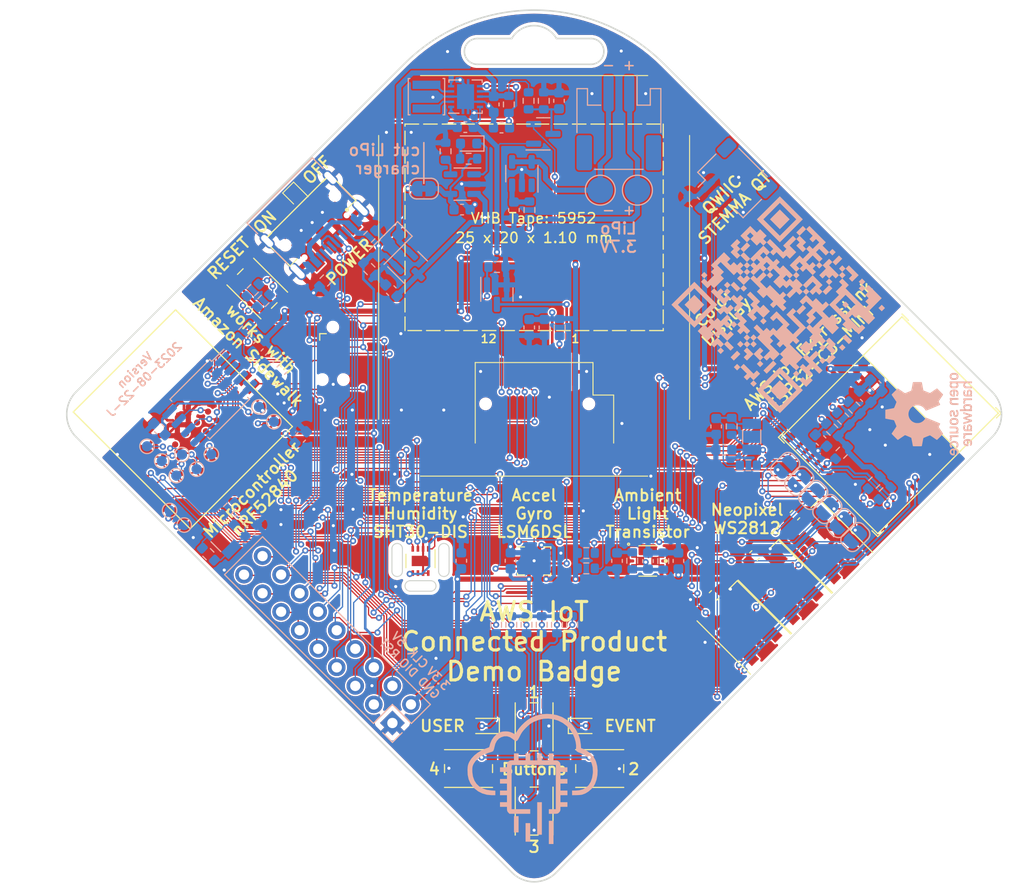
<source format=kicad_pcb>
(kicad_pcb (version 20221018) (generator pcbnew)
  (title_block (title "AWS IoT - Connected Product - Demo Badge 2023") (date "2023-08-22") (rev "1") (company "Amazon Web Services") (comment 1 "Thomas Kriechbaumer (thomkrie@amazon.com)") (comment 4 "https://github.com/aws-samples/aws-iot-connected-product-demo-badge"))
  (layers (0 "F.Cu" signal) (31 "B.Cu" signal) (34 "B.Paste" user) (35 "F.Paste" user) (36 "B.SilkS" user "B.Silkscreen") (37 "F.SilkS" user "F.Silkscreen") (38 "B.Mask" user) (39 "F.Mask" user) (44 "Edge.Cuts" user))
  (net 0 "")
  (net 1 "Net-(A1-Pad2)")
  (net 2 "GND")
  (net 3 "/nrf52840/XTAL_P")
  (net 4 "EL_RESET")
  (net 5 "AMBIENT_LIGHT")
  (net 6 "Net-(C40-Pad1)")
  (net 7 "3V3_EN")
  (net 8 "/ExpressLink/XTAL_P")
  (net 9 "Net-(U12-VDD)")
  (net 10 "VBUS")
  (net 11 "VSYS")
  (net 12 "Net-(C34-Pad1)")
  (net 13 "I2C_SDA")
  (net 14 "I2C_SCL")
  (net 15 "SWDIO")
  (net 16 "Net-(J2-CC1)")
  (net 18 "Net-(J2-CC2)")
  (net 19 "EL_EVENT")
  (net 20 "EL_RXD")
  (net 21 "EL_WAKE")
  (net 22 "EL_TXD")
  (net 23 "EL_DBG_TXD")
  (net 24 "EL_DBG_RXD")
  (net 25 "RESET")
  (net 26 "ESP32_FUTURE_USE_GPIO6")
  (net 27 "ESP32_FUTURE_USE_GPIO7")
  (net 28 "ESP32_FUTURE_USE_GPIO4")
  (net 29 "Net-(D4-A)")
  (net 30 "ESP32_FUTURE_USE_GPIO5")
  (net 31 "BTN1")
  (net 32 "Net-(U9-L1)")
  (net 33 "Net-(U9-L2)")
  (net 34 "BACKLIGHT")
  (net 35 "LEDK")
  (net 36 "Net-(U6-GPIO2{slash}ADC1_CH2)")
  (net 37 "BTN2")
  (net 38 "BTN3")
  (net 39 "BTN4")
  (net 40 "ESP32_FUTURE_USE_GPIO9")
  (net 41 "ESP32_FUTURE_USE_GPIO8")
  (net 43 "/nrf52840/XTAL_N")
  (net 44 "Net-(U4-P09)")
  (net 45 "/ExpressLink/XTAL_N")
  (net 48 "SHT30_ALERT")
  (net 50 "DISPLAY_DC")
  (net 51 "SPI_SCK")
  (net 52 "SPI_MOSI")
  (net 53 "Net-(D5-A)")
  (net 54 "LSM6DSL_INT1")
  (net 55 "LSM6DSL_INT2")
  (net 56 "SPI_CS")
  (net 57 "Net-(Q1-D)")
  (net 58 "Net-(U4-P10)")
  (net 76 "Net-(D6-A)")
  (net 77 "Net-(D1-DOUT)")
  (net 78 "Net-(D2-DOUT)")
  (net 80 "NEOPIXEL_DATA")
  (net 81 "LEDA")
  (net 82 "USER_LED")
  (net 86 "/nrf52840/QSPI_SDIO_DATA2")
  (net 87 "+3.3V")
  (net 88 "USB_D+")
  (net 89 "USB_D-")
  (net 90 "BAT_VOLTAGE_MONITOR")
  (net 91 "/nrf52840/QSPI_SS")
  (net 93 "/nrf52840/QSPI_SDIO_DATA3")
  (net 94 "/nrf52840/QSPI_CLK")
  (net 96 "Net-(U4-P13)")
  (net 98 "/nrf52840/QSPI_SDIO_DATA0")
  (net 99 "/nrf52840/QSPI_SDIO_DATA1")
  (net 101 "Net-(U4-F5{slash}DCCH)")
  (net 102 "Net-(U4-Z0{slash}P111)")
  (net 103 "Net-(U10-PROG)")
  (net 104 "CHARGE")
  (net 105 "BAT_RECHARGE_POS")
  (net 106 "BAT_RECHARGE_NEG")
  (net 109 "Net-(U4-Z1{slash}P112)")
  (net 110 "Net-(U4-Z2{slash}P113)")
  (net 111 "SWCLK")
  (net 112 "Net-(U4-E4{slash}D+)")
  (net 113 "Net-(U4-E5{slash}D-)")
  (net 114 "Net-(U4-A1{slash}P28)")
  (net 115 "Net-(U4-A2{slash}P29)")
  (net 116 "/nrf52840/SPI_MISO")
  (net 117 "/Power/VBUS_CHARGE")
  (footprint "Capacitor_SMD:C_0603_1608Metric" (layer "F.Cu") (at 151.336 101.6916 -135)
    (fp_text reference "C5" hide)
    (fp_text value "1uF" hide)
  )
  (footprint "Espressif:ESP32-C3-MINI-1" (layer "F.Cu") (at 162.564031 90.942233 -45)
    (fp_text reference "U6")
    (fp_text value "ESP32-C3-MINI-1-N4-A" hide)
  )
  (footprint "PTS815:PTS815" (layer "F.Cu") (at 103.196838 75.8296 135)
    (fp_text reference "SW5")
    (fp_text value "PTS815" hide)
  )
  (footprint "PTS815:PTS815" (layer "F.Cu") (at 130 126.44734 90)
    (fp_text reference "SW3")
    (fp_text value "PTS815" hide)
  )
  (footprint "LED_SMD:LED_0603_1608Metric" (layer "F.Cu") (at 125.1487 118.2016 180)
    (fp_text reference "D4" hide)
    (fp_text value "Green LED" hide)
  )
  (footprint "demo-badge-2023:SK6812-multi" (layer "F.Cu") (at 150.301018 108.659759 -45)
    (fp_text reference "D1" hide)
    (fp_text value "WS2812B" hide)
  )
  (footprint "IN-S32GTLS:IN-S32GTLS" (layer "F.Cu") (at 141 102.2164)
    (fp_text reference "U7")
    (fp_text value "DNP" hide)
  )
  (footprint "demo-badge-2023:ER-TFT1.69-2" (layer "F.Cu") (at 130 68.498)
    (fp_text reference "U13")
    (fp_text value "ER-TFT1.69-2" hide)
  )
  (footprint "demo-badge-2023:SK6812-multi" (layer "F.Cu") (at 154.280294 104.711269 -45)
    (fp_text reference "D2" hide)
    (fp_text value "WS2812B" hide)
  )
  (footprint "ALS-PT19-315C_L177_TR8:ALS-PT19-315C_L177_TR8" (layer "F.Cu") (at 141 102.2164 180)
    (fp_text reference "A1")
    (fp_text value "ALS-PT19-315C/L177/TR8" hide)
  )
  (footprint "Capacitor_SMD:C_0603_1608Metric" (layer "F.Cu") (at 147.4244 105.5524 -135)
    (fp_text reference "C4" hide)
    (fp_text value "1uF" hide)
  )
  (footprint "demo-badge-2023:SK6812-multi" (layer "F.Cu") (at 158.253359 100.758218 -45)
    (fp_text reference "D3" hide)
    (fp_text value "WS2812B" hide)
  )
  (footprint "LED_SMD:LED_0603_1608Metric" (layer "F.Cu") (at 134.8007 118.2016)
    (fp_text reference "D5" hide)
    (fp_text value "Green LED" hide)
  )
  (footprint "PTS815:PTS815" (layer "F.Cu") (at 123.65 122.324341)
    (fp_text reference "SW4")
    (fp_text value "PTS815" hide)
  )
  (footprint "PTS815:PTS815" (layer "F.Cu") (at 130 118.283341 90)
    (fp_text reference "SW1")
    (fp_text value "PTS815" hide)
  )
  (footprint "demo-badge-2023:Fanstel-BT840" (layer "F.Cu") (at 96.7 99.098 45)
    (fp_text reference "U4")
    (fp_text value "BT840" hide)
  )
  (footprint "Connector:Tag-Connect_TC2030-IDC-NL_2x03_P1.27mm_Vertical" (layer "F.Cu") (at 110.516 82.108 -90)
    (fp_text reference "J1" hide)
    (fp_text value "TagConnect_TC2030-NL" hide)
  )
  (footprint "JS202011JAQN:JS202011JAQN" (layer "F.Cu") (at 108.3084 69.2304 -135)
    (fp_text reference "SW7")
    (fp_text value "JS202011JAQN" hide)
  )
  (footprint "JS102011SAQN:JS102011SAQN" (layer "F.Cu") (at 110.253967 71.171033 -135)
    (fp_text reference "SW8")
    (fp_text value "JS102011SAQN" hide)
  )
  (footprint "Capacitor_SMD:C_0603_1608Metric" (layer "F.Cu") (at 155.2476 97.78 -135)
    (fp_text reference "C6" hide)
    (fp_text value "1uF" hide)
  )
  (footprint "PTS815:PTS815" (layer "F.Cu") (at 136.35 122.324341)
    (fp_text reference "SW2")
    (fp_text value "PTS815" hide)
  )
  (footprint "Sensor_Humidity:Sensirion_DFN-8-1EP_2.5x2.5mm_P0.5mm_EP1.1x1.7mm" (layer "F.Cu") (at 119 102.2164 -90)
    (fp_text reference "U1" hide)
    (fp_text value "SHT30-DIS" hide)
  )
  (footprint "Package_LGA:LGA-14_3x2.5mm_P0.5mm_LayoutBorder3x4y" (layer "F.Cu") (at 130 102.2164)
    (fp_text reference "U5" hide)
    (fp_text value "LSM6DSLTR" hide)
  )
  (footprint "Capacitor_SMD:C_0603_1608Metric" (layer "B.Cu") (at 163.1216 85.2324 -45)
    (fp_text reference "C19")
    (fp_text value "10uF" hide)
  )
  (footprint "Capacitor_SMD:C_0603_1608Metric" (layer "B.Cu") (at 148.371858 91.444624 180)
    (fp_text reference "C29")
    (fp_text value "27pF" hide)
  )
  (footprint "Crystal:Crystal_SMD_3215-2Pin_3.2x1.5mm" (layer "B.Cu") (at 151.065935 90.187389 90)
    (fp_text reference "Y1")
    (fp_text value "32.768kHz 12.5pF" hide)
  )
  (footprint "Resistor_SMD:R_0603_1608Metric" (layer "B.Cu") (at 162.9184 94.6304 45)
    (fp_text reference "R20")
    (fp_text value "10k" hide)
  )
  (footprint "Connector_PinHeader_2.54mm:PinHeader_2x09_P2.54mm_Vertical" (layer "B.Cu") (at 116.280256 117.912461 45)
    (fp_text reference "J6" hide)
    (fp_text value "DNP" hide)
  )
  (footprint "Capacitor_SMD:C_0603_1608Metric" (layer "B.Cu") (at 104.445281 82.543281 45)
    (fp_text reference "C35")
    (fp_text value "1uF" hide)
  )
  (footprint "Resistor_SMD:R_0603_1608Metric" (layer "B.Cu") (at 121.426553 62.5298 90)
    (fp_text reference "R29")
    (fp_text value "5k1" hide)
  )
  (footprint "TestPoint:TestPoint_Pad_D1.0mm" (layer "B.Cu") (at 93.945786 92.533786 -135)
    (fp_text reference "TP4" hide)
    (fp_text value "TestPoint" hide)
  )
  (footprint "Resistor_SMD:R_0603_1608Metric" (layer "B.Cu") (at 129.4628 57.6446 -90)
    (fp_text reference "R1")
    (fp_text value "1M" hide)
  )
  (footprint "Resistor_SMD:R_0603_1608Metric" (layer "B.Cu") (at 98.458623 101.557143 135)
    (fp_text reference "R51" hide)
    (fp_text value "DNP" hide)
  )
  (footprint "TestPoint:TestPoint_Pad_D2.5mm" (layer "B.Cu") (at 136.4 66.298 180)
    (fp_text reference "TP7" hide)
    (fp_text value "TestPoint" hide)
  )
  (footprint "Resistor_SMD:R_0603_1608Metric" (layer "B.Cu") (at 158.8544 89.4996 -45)
    (fp_text reference "R18")
    (fp_text value "10k" hide)
  )
  (footprint "Capacitor_SMD:C_0603_1608Metric" (layer "B.Cu") (at 128.045601 68.223 90)
    (fp_text reference "C21")
    (fp_text value "1uF" hide)
  )
  (footprint "Capacitor_SMD:C_0603_1608Metric" (layer "B.Cu") (at 105.580187 83.678187 45)
    (fp_text reference "C36")
    (fp_text value "4.7uF" hide)
  )
  (footprint "Resistor_SMD:R_0603_1608Metric" (layer "B.Cu") (at 130.7366 108.3972 90)
    (fp_text reference "R14")
    (fp_text value "10k" hide)
  )
  (footprint "LOGO" (layer "B.Cu") (at 153.8 77.398 -45)
    (fp_text reference "G***" hide)
    (fp_text value "LOGO" hide)
  )
  (footprint "Resistor_SMD:R_0603_1608Metric" (layer "B.Cu") (at 132.2098 108.3972 90)
    (fp_text reference "R13")
    (fp_text value "10k" hide)
  )
  (footprint "Capacitor_SMD:C_0603_1608Metric" (layer "B.Cu") (at 101.513186 98.18778 45)
    (fp_text reference "C39")
    (fp_text value "27pF" hide)
  )
  (footprint "Resistor_SMD:R_0603_1608Metric" (layer "B.Cu") (at 100.472623 97.144743 -135)
    (fp_text reference "R52")
    (fp_text value "1k" hide)
  )
  (footprint "Package_SON:Texas_DRC0010J" (layer "B.Cu") (at 123.3604 57.2336)
    (fp_text reference "U9")
    (fp_text value "TPS63001DRCR" hide)
  )
  (footprint "TestPoint:TestPoint_Pad_D2.5mm" (layer "B.Cu") (at 140 66.298 180)
    (fp_text reference "TP6" hide)
    (fp_text value "TestPoint" hide)
  )
  (footprint "Package_SO:SOIC-8_5.23x5.23mm_P1.27mm" (layer "B.Cu") (at 98.596096 86.555611 -135)
    (fp_text reference "U14")
    (fp_text value "W25Q128JVSIQ" hide)
  )
  (footprint "Jumper:SolderJumper-2_P1.3mm_Bridged_RoundedPad1.0x1.5mm" (layer "B.Cu") (at 119.328251 66.148)
    (fp_text reference "JP1" hide)
    (fp_text value "SolderJumper_2_Bridged" hide)
  )
  (footprint "Capacitor_SMD:C_0603_1608Metric" (layer "B.Cu") (at 157.776808 90.555608 -45)
    (fp_text reference "C14")
    (fp_text value "100nF" hide)
  )
  (footprint "Capacitor_SMD:C_0603_1608Metric" (layer "B.Cu") (at 107.4 90.248 -135)
    (fp_text reference "C8")
    (fp_text value "4.7uF" hide)
  )
  (footprint "Package_TO_SOT_SMD:SOT-23" (layer "B.Cu") (at 130.8875 60.848)
    (fp_text reference "Q1")
    (fp_text value "2N7002" hide)
  )
  (footprint "Capacitor_SMD:C_0603_1608Metric" (layer "B.Cu") (at 129.5268 79.598 90)
    (fp_text reference "C10")
    (fp_text value "100nF" hide)
  )
  (footprint "Jumper:SolderJumper-2_P1.3mm_Open_RoundedPad1.0x1.5mm" (layer "B.Cu") (at 157.025599 95.824199 -135)
    (fp_text reference "JP10" hide)
    (fp_text value "SolderJumper_2_Open" hide)
  )
  (footprint "TestPoint:TestPoint_Pad_D1.0mm" (layer "B.Cu") (at 96.12 98.738 -135)
    (fp_text reference "NFC2" hide)
    (fp_text value "TestPoint" hide)
  )
  (footprint "Capacitor_SMD:C_0603_1608Metric" (layer "B.Cu") (at 126.8432 60.2388)
    (fp_text reference "C28")
    (fp_text value "10uF" hide)
  )
  (footprint "Resistor_SMD:R_0603_1608Metric" (layer "B.Cu") (at 127.5544 57.9914 -90)
    (fp_text reference "R31")
    (fp_text value "10k" hide)
  )
  (footprint "Resistor_SMD:R_0603_1608Metric" (layer "B.Cu") (at 103.793363 77.014637 -135)
    (fp_text reference "R4")
    (fp_text value "27" hide)
  )
  (footprint "Resistor_SMD:R_0603_1608Metric" (layer "B.Cu") (at 109.807837 75.046163 45)
    (fp_text reference "R22")
    (fp_text value "5k1" hide)
  )
  (footprint "TestPoint:TestPoint_Pad_D1.0mm" (layer "B.Cu") (at 103.364573 87.292573 -135)
    (fp_text reference "TP1" hide)
    (fp_text value "TestPoint" hide)
  )
  (footprint "Resistor_SMD:R_0603_1608Metric" (layer "B.Cu") (at 135.049999 101.448 180)
    (fp_text reference "R36")
    (fp_text value "5k1" hide)
  )
  (footprint "Connector_JST:JST_SH_SM04B-SRSS-TB_1x04-1MP_P1.00mm_Horizontal" (layer "B.Cu") (at 149.296568 65.506468 -45)
    (fp_text reference "J3")
    (fp_text value "JST SM04B-SRSS-TB" hide)
  )
  (footprint "Resistor_SMD:R_0603_1608Metric" (layer "B.Cu") (at 160.988 87.366 -45)
    (fp_text reference "R11")
    (fp_text value "10k" hide)
  )
  (footprint "Resistor_SMD:R_0603_1608Metric" (layer "B.Cu") (at 132.4732 79.598 90)
    (fp_text reference "R6")
    (fp_text value "7.5" hide)
  )
  (footprint "Capacitor_SMD:C_0603_1608Metric" (layer "B.Cu") (at 123.023849 68.180801 180)
    (fp_text reference "C31")
    (fp_text value "4.7uF" hide)
  )
  (footprint "Resistor_SMD:R_0603_1608Metric" (layer "B.Cu") (at 123.659352 63.253201)
    (fp_text reference "R34")
    (fp_text value "100" hide)
  )
  (footprint "Inductor_SMD:L_Changjiang_FNR3015S" (layer "B.Cu") (at 119.5788 57.2416 -90)
    (fp_text reference "L1")
    (fp_text value "2.2uH" hide)
  )
  (footprint "Connector_USB:USB_C_Receptacle_Palconn_UTC16-G" (layer "B.Cu") (at 108.789418 69.746306 45)
    (fp_text reference "J2")
    (fp_text value "USB_C_Receptacle_USB2.0" hide)
  )
  (footprint "TestPoint:TestPoint_Pad_D1.0mm" (layer "B.Cu") (at 104.8 88.728 -135)
    (fp_text reference "TP2" hide)
    (fp_text value "TestPoint" hide)
  )
  (footprint "Resistor_SMD:R_0603_1608Metric" (layer "B.Cu") (at 102.760987 75.982261 -135)
    (fp_text reference "R3")
    (fp_text value "27" hide)
  )
  (footprint "Resistor_SMD:R_0603_1608Metric" (layer "B.Cu") (at 129.2634 108.3972 90)
    (fp_text reference "R15")
    (fp_text value "10k" hide)
  )
  (footprint "Resistor_SMD:R_0603_1608Metric" (layer "B.Cu") (at 150.742646 92.953307)
    (fp_text reference "R33")
    (fp_text value "1k" hide)
  )
  (footprint "Resistor_SMD:R_0603_1608Metric" (layer "B.Cu") (at 114.0488 73.944008 -45)
    (fp_text reference "R50")
    (fp_text value "10k" hide)
  )
  (footprint "Capacitor_SMD:C_0603_1608Metric" (layer "B.Cu") (at 127.714 102.1996 -90)
    (fp_text reference "C2")
    (fp_text value "100nF" hide)
  )
  (footprint "Capacitor_SMD:C_0603_1608Metric" (layer "B.Cu") (at 102.563186 99.23778 45)
    (fp_text reference "C40")
    (fp_text value "27pF" hide)
  )
  (footprint "LOGO" (layer "B.Cu") (at 168.2 87.998 -90)
    (fp_text reference "" hide)
    (fp_text value "LOGO" hide)
  )
  (footprint "LOGO" (layer "B.Cu") (at 129.8476 123.3324 180)
    (fp_text reference "G***" hide)
    (fp_text value "LOGO" hide)
  )
  (footprint "Capacitor_SMD:C_0603_1608Metric" (layer "B.Cu") (at 143.97 102.2126 -90)
    (fp_text reference "C3")
    (fp_text value "100nF" hide)
  )
  (footprint "Capacitor_SMD:C_0603_1608Metric" (layer "B.Cu") (at 93.724104 89.443619 -45)
    (fp_text reference "C41")
    (fp_text value "100nF" hide)
  )
  (footprint "Capacitor_SMD:C_0603_1608Metric" (layer "B.Cu") (at 131 79.598 90)
    (fp_text reference "C11")
    (fp_text value "1uF" hide)
  )
  (footprint "Resistor_SMD:R_0603_1608Metric" (layer "B.Cu") (at 114.0488 70.8052 -135)
    (fp_text reference "R23")
    (fp_text value "5k1" hide)
  )
  (footprint "LED_SMD:LED_0603_1608Metric" (layer "B.Cu") (at 123.659352 61.779999 180)
    (fp_text reference "D6")
    (fp_text value "Green LED" hide)
  )
  (footprint "Resistor_SMD:R_0603_1608Metric" (layer "B.Cu") (at 130.936 57.6446 90)
    (fp_text reference "R2")
    (fp_text value "750k" hide)
  )
  (footprint "TestPoint:TestPoint_Pad_D1.0mm" (layer "B.Cu") (at 92.524501 91.112501 -135)
    (fp_text reference "TP3" hide)
    (fp_text value "TestPoint" hide)
  )
  (footprint "Resistor_SMD:R_0603_1608Metric" (layer "B.Cu") (at 139.4996 102.1996 90)
    (fp_text reference "R7")
    (fp_text value "10k" hide)
  )
  (footprint "Resistor_SMD:R_0603_1608Metric" (layer "B.Cu") (at 101.95 79.998 45)
    (fp_text reference "R37")
    (fp_text value "10k" hide)
  )
  (footprint "Capacitor_SMD:C_0603_1608Metric" (layer "B.Cu") (at 141.0236 102.2256 -90)
    (fp_text reference "C17")
    (fp_text value "1uF" hide)
  )
  (footprint "Capacitor_SMD:C_0603_1608Metric" (layer "B.Cu") (at 132.4092 57.6446 -90)
    (fp_text reference "C20")
    (fp_text value "100nF" hide)
  )
  (footprint "Package_TO_SOT_SMD:SOT-23" (layer "B.Cu") (at 118.110287 73.799887 -45)
    (fp_text reference "Q2")
    (fp_text value "DMG2305UX-7" hide)
  )
  (footprint "Capacitor_SMD:C_0603_1608Metric" (layer "B.Cu") (at 138.0264 102.2126 90)
    (fp_text reference "C15")
    (fp_text value "1uF" hide)
  )
  (footprint "Jumper:SolderJumper-2_P1.3mm_Open_RoundedPad1.0x1.5mm" (layer "B.Cu") (at 155.6667 94.4653 -135)
    (fp_text reference "JP13" hide)
    (fp_text value "SolderJumper_2_Open" hide)
  )
  (footprint "Package_TO_SOT_SMD:SOT-23-5" (layer "B.Cu") (at 123.043751 65.715 180)
    (fp_text reference "U10")
    (fp_text value "TP4054" hide)
  )
  (footprint "Resistor_SMD:R_0603_1608Metric" (layer "B.Cu") (at 159.9212 88.4328 -45)
    (fp_text reference "R10")
    (fp_text value "10k" hide)
  )
  (footprint "Resistor_SMD:R_0603_1608Metric" (layer "B.Cu") (at 133.683 108.3972 90)
    (fp_text reference "R17")
    (fp_text value "100" hide)
  )
  (footprint "Resistor_SMD:R_0603_1608Metric" (layer "B.Cu") (at 129.55 68.223 90)
    (fp_text reference "R49")
    (fp_text value "100" hide)
  )
  (footprint "Resistor_SMD:R_0603_1608Metric" (layer "B.Cu") (at 163.960637 95.670963 45)
    (fp_text reference "R19")
    (fp_text value "10k" hide)
  )
  (footprint "Jumper:SolderJumper-2_P1.3mm_Open_RoundedPad1.0x1.5mm" (layer "B.Cu") (at 154.3078 93.1064 -135)
    (fp_text reference "JP12" hide)
    (fp_text value "SolderJumper_2_Open" hide)
  )
  (footprint "Resistor_SMD:R_0603_1608Metric" (layer "B.Cu") (at 126.4054 73.7428 180)
    (fp_text reference "R5")
    (fp_text value "10k" hide)
  )
  (footprint "TestPoint:TestPoint_Pad_D1.0mm" (layer "B.Cu") (at 94.705786 97.323786 -135)
    (fp_text reference "NFC1" hide)
    (fp_text value "TestPoint" hide)
  )
  (footprint "Resistor_SMD:R_0603_1608Metric" (layer "B.Cu") (at 126.317 108.3972 90)
    (fp_text reference "R16")
    (fp_text value "100" hide)
  )
  (footprint "TestPoint:TestPoint_Pad_D1.0mm" (layer "B.Cu") (at 98.75 91.888 180)
    (fp_text reference "TP11" hide)
    (fp_text value "TestPoint" hide)
  )
  (footprint "Jumper:SolderJumper-2_P1.3mm_Open_RoundedPad1.0x1.5mm" (layer "B.Cu") (at 159.743399 98.541999 -135)
    (fp_text reference "JP14" hide)
    (fp_text value "SolderJumper_2_Open" hide)
  )
  (footprint "Capacitor_SMD:C_0603_1608Metric" (layer "B.Cu") (at 162.0548 86.2992 -45)
    (fp_text reference "C18")
    (fp_text value "100nF" hide)
  )
  (footprint "Package_TO_SOT_SMD:SOT-23" (layer "B.Cu") (at 126.3932 76.4121 -90)
    (fp_text reference "Q3")
    (fp_text value "2N7002" hide)
  )
  (footprint "Crystal:Crystal_SMD_3215-2Pin_3.2x1.5mm" (layer "B.Cu") (at 99.808623 100.207143 -45)
    (fp_text reference "Y3")
    (fp_text value "32.768kHz 12.5pF" hide)
  )
  (footprint "TestPoint:TestPoint_Pad_D1.0mm" (layer "B.Cu") (at 97.33 93.328 -135)
    (fp_text reference "TP9" hide)
    (fp_text value "TestPoint" hide)
  )
  (footprint "Capacitor_SMD:C_0603_1608Metric" (layer "B.Cu") (at 122.95 102.1996 -90)
    (fp_text reference "C1")
    (fp_text value "100nF" hide)
  )
  (footprint "Capacitor_SMD:C_0603_1608Metric" (layer "B.Cu") (at 147.625148 89.189231 -90)
    (fp_text reference "C34")
    (fp_text value "27pF" hide)
  )
  (footprint "Jumper:SolderJumper-2_P1.3mm_Open_RoundedPad1.0x1.5mm" (layer "B.Cu") (at 161.102298 99.900898 -135)
    (fp_text reference "JP15" hide)
    (fp_text value "SolderJumper_2_Open" hide)
  )
  (footprint "Connector_JST:JST_PH_S2B-PH-SM4-TB_1x02-1MP_P2.00mm_Horizontal" (layer "B.Cu") (at 138.206248 59.7738 180)
    (fp_text reference "J7" hide)
    (fp_text value "JST S2B-PH-SM4-TB" hide)
  )
  (footprint "Capacitor_SMD:C_0603_1608Metric" (layer "B.Cu") (at 103.310375 81.408374 45)
    (fp_text reference "C22")
    (fp_text value "100nF" hide)
  )
  (footprint "Package_TO_SOT_SMD:SOT-23-5" (layer "B.Cu") (at 128.8134 64.692652 90)
    (fp_text reference "U12")
    (fp_text value "BRCL3130ME" hide)
  )
  (footprint "Diode_SMD:D_SOD-123F" (layer "B.Cu") (at 115.9284 71.618 -135)
    (fp_text reference "D7")
    (fp_text value "20V 350mV@1A" hide)
  )
  (footprint "Capacitor_SMD:C_0603_1608Metric" (layer "B.Cu") (at 145.5448 67.452268 -45)
    (fp_text reference "C7")
    (fp_text value "10uF" hide)
  )
  (footprint "Resistor_SMD:R_0603_1608Metric" (layer "B.Cu") (at 159.7688 91.7348 45)
    (fp_text reference "R9")
    (fp_text value "10k" hide)
  )
  (footprint "TestPoint:TestPoint_Pad_D1.0mm" (layer "B.Cu") (at 95.36 93.948 -135)
    (fp_text reference "TP5" hide)
    (fp_text value "TestPoint" hide)
  )
  (footprint "Resistor_SMD:R_0603_1608Metric" (layer "B.Cu") (at 135.049999 102.934799 180)
    (fp_text reference "R35")
    (fp_text value "5k1" hide)
  )
  (footprint "Capacitor_SMD:C_0603_1608Metric" (layer "B.Cu") (at 116.171608 76.026808 -45)
    (fp_text reference "C30")
    (fp_text value "4.7uF" hide)
  )
  (footprint "Resistor_SMD:R_0603_1608Metric" (layer "B.Cu") (at 127.7902 108.3972 90)
    (fp_text reference "R12")
    (fp_text value "10k" hide)
  )
  (footprint "Jumper:SolderJumper-2_P1.3mm_Open_RoundedPad1.0x1.5mm" (layer "B.Cu") (at 158.384499 97.183099 -135)
    (fp_text reference "JP11" hide)
    (fp_text value "SolderJumper_2_Open" hide)
  )
  (footprint "Resistor_SMD:R_0603_1608Metric" (layer "B.Cu") (at 149.1262 89.1816 -90)
    (fp_text reference "R32")
    (fp_text value "DNP" hide)
  )
  (footprint "TestPoint:TestPoint_Pad_D1.0mm" (layer "B.Cu") (at 95.908715 91.906715 -135)
    (fp_text reference "TP8" hide)
    (fp_text value "TestPoint" hide)
  )
  (footprint "Capacitor_SMD:C_0603_1608Metric" (layer "B.Cu") (at 123.3382 60.198)
    (fp_text reference "C32")
    (fp_text value "10uF" hide)
  )
  (footprint "Resistor_SMD:R_0603_1608Metric" (layer "B.Cu") (at 142.4968 102.2264 -90)
    (fp_text reference "R8")
    (fp_text value "1k" hide)
  )
  (footprint "Capacitor_SMD:C_0603_1608Metric" (layer "B.Cu") (at 126.0928 57.9956 90)
    (fp_text reference "C33")
    (fp_text value "10uF" hide)
  )
  (gr_line (start 119.325 61.698) (end 119.325 65.648) (stroke (width 0.15)) (layer "B.SilkS"))
  (gr_arc (start 120.7544 101.0312) (mid 121.2624 100.5232) (end 121.7704 101.0312) (stroke (width 0.1)) (layer "Edge.Cuts"))
  (gr_arc (start 85.65 90.198) (mid 84.748468 88.02151) (end 85.65 85.84502) (stroke (width 0.15)) (layer "Edge.Cuts"))
  (gr_line (start 174.35 90.198) (end 132.12132 132.41634) (stroke (width 0.15)) (layer "Edge.Cuts"))
  (gr_line (start 142.568823 54.065658) (end 174.35 85.84502) (stroke (width 0.15)) (layer "Edge.Cuts"))
  (gr_line (start 124.5 54.109481) (end 135.5 54.109481) (stroke (width 0.15)) (layer "Edge.Cuts"))
  (gr_line (start 117.2492 103.2156) (end 117.2492 101.0312) (stroke (width 0.1)) (layer "Edge.Cuts"))
  (gr_line (start 127.834936 51.609481) (end 124.5 51.609481) (stroke (width 0.15)) (layer "Edge.Cuts"))
  (gr_arc (start 117.2492 103.2156) (mid 116.7412 103.7236) (end 116.2332 103.2156) (stroke (width 0.1)) (layer "Edge.Cuts"))
  (gr_line (start 120.7544 101.0312) (end 120.7544 103.2156) (stroke (width 0.1)) (layer "Edge.Cuts"))
  (gr_arc (start 127.834936 51.609481) (mid 130 50.359481) (end 132.165064 51.609481) (stroke (width 0.15)) (layer "Edge.Cuts"))
  (gr_arc (start 174.35 85.84502) (mid 175.251532 88.02151) (end 174.35 90.198) (stroke (width 0.15)) (layer "Edge.Cuts"))
  (gr_arc (start 119.992401 104.13) (mid 120.5004 104.638) (end 119.992401 105.146) (stroke (width 0.1)) (layer "Edge.Cuts"))
  (gr_line (start 135.5 51.609481) (end 132.165064 51.609481) (stroke (width 0.15)) (layer "Edge.Cuts"))
  (gr_arc (start 124.5 54.109481) (mid 123.25 52.859481) (end 124.5 51.609481) (stroke (width 0.15)) (layer "Edge.Cuts"))
  (gr_arc (start 132.12132 132.41634) (mid 130 133.29502) (end 127.87868 132.41634) (stroke (width 0.15)) (layer "Edge.Cuts"))
  (gr_line (start 116.2332 101.0312) (end 116.2332 103.2156) (stroke (width 0.1)) (layer "Edge.Cuts"))
  (gr_arc (start 135.5 51.609481) (mid 136.75 52.859481) (end 135.5 54.109481) (stroke (width 0.15)) (layer "Edge.Cuts"))
  (gr_line (start 118.0112 105.146) (end 119.992401 105.146) (stroke (width 0.1)) (layer "Edge.Cuts"))
  (gr_arc (start 116.2332 101.0312) (mid 116.7412 100.5232) (end 117.2492 101.0312) (stroke (width 0.1)) (layer "Edge.Cuts"))
  (gr_arc (start 118.0112 105.146) (mid 117.5032 104.638) (end 118.0112 104.13) (stroke (width 0.1)) (layer "Edge.Cuts"))
  (gr_line (start 121.7704 103.2156) (end 121.7704 101.0312) (stroke (width 0.1)) (layer "Edge.Cuts"))
  (gr_arc (start 121.7704 103.2156) (mid 121.2624 103.7236) (end 120.7544 103.2156) (stroke (width 0.1)) (layer "Edge.Cuts"))
  (gr_arc (start 117.431177 54.065657) (mid 130 48.859486) (end 142.568823 54.065658) (stroke (width 0.15)) (layer "Edge.Cuts"))
  (gr_line (start 119.992401 104.13) (end 118.0112 104.13) (stroke (width 0.1)) (layer "Edge.Cuts"))
  (gr_line (start 85.65 85.84502) (end 117.431177 54.065657) (stroke (width 0.15)) (layer "Edge.Cuts"))
  (gr_line (start 127.87868 132.41634) (end 85.65 90.198) (stroke (width 0.15)) (layer "Edge.Cuts"))
  (gr_text "5V\nRST" (at 116.45 110.273 315) (layer "B.SilkS") (effects (font (size 0.8 0.8) (thickness 0.15) bold) (justify mirror)))
  (gr_text "CLK\nDIO" (at 118.275 112.098 315) (layer "B.SilkS") (effects (font (size 0.8 0.8) (thickness 0.15) bold) (justify mirror)))
  (gr_text "3.3V\nGND" (at 120.25 114.073 315) (layer "B.SilkS") (effects (font (size 0.8 0.8) (thickness 0.15) bold) (justify mirror)))
  (gr_text "+" (at 139.2 54.748) (layer "B.SilkS") (effects (font (size 1 1)) (justify bottom mirror)))
  (gr_text "-" (at 137.2 68.798) (layer "B.SilkS") (effects (font (size 1 1)) (justify bottom mirror)))
  (gr_text "-" (at 137.2 54.748) (layer "B.SilkS") (effects (font (size 1 1)) (justify bottom mirror)))
  (gr_text "+" (at 139.2 68.798) (layer "B.SilkS") (effects (font (size 1 1)) (justify bottom mirror)))
  (gr_text "LiPo\n3.7V" (at 138.15 70.898) (layer "B.SilkS") (effects (font (size 1.1 1.1) (thickness 0.2) bold) (justify mirror)))
  (gr_text "cut LiPo \ncharger" (at 119.1 63.298) (layer "B.SilkS") (effects (font (size 1.1 1.1) (thickness 0.2) bold) (justify left mirror)))
  (gr_text "Version\n2023-08-22-J" (at 91.8 84.198 45) (layer "B.SilkS") (effects (font (size 0.8 0.8) (thickness 0.15) bold) (justify mirror)))
  (gr_text "RESET" (at 100.45 72.898 45) (layer "F.SilkS") (effects (font (size 1.1 1.1) (thickness 0.2) bold)))
  (gr_text "OFF" (at 109 64.348 45) (layer "F.SilkS") (effects (font (size 1.1 1.1) (thickness 0.2) bold)))
  (gr_text "Microcontroller\nnRF52840" (at 103.3 95.948 45) (layer "F.SilkS") (effects (font (size 1.1 1.1) (thickness 0.2) bold)))
  (gr_text "POWER" (at 112.15 73.248 45) (layer "F.SilkS") (effects (font (size 1.1 1.1) (thickness 0.2) bold)))
  (gr_text "QWIIC\nSTEMMA QT" (at 148.8 67.398 45) (layer "F.SilkS") (effects (font (size 1.1 1.1) (thickness 0.2) bold)))
  (gr_text "1" (at 130 114.928) (layer "F.SilkS") (effects (font (size 1.1 1.1) (thickness 0.2) bold)))
  (gr_text "ON" (at 103.95 69.398 45) (layer "F.SilkS") (effects (font (size 1.1 1.1) (thickness 0.2) bold)))
  (gr_text "USER" (at 118.8494 118.2016) (layer "F.SilkS") (effects (font (size 1.1 1.1) (thickness 0.2) bold) (justify left)))
  (gr_text "Accel\nGyro\nLSM6DSL" (at 130 97.6276) (layer "F.SilkS") (effects (font (size 1.1 1.1) (thickness 0.2) bold)))
  (gr_text "AWS IoT ExpressLink\nESP32-C3-MINI" (at 157.15 81.998 45) (layer "F.SilkS") (effects (font (size 1.1 1.1) (thickness 0.2) bold)))
  (gr_text "Buttons" (at 130 122.38334) (layer "F.SilkS") (effects (font (size 1.1 1.1) (thickness 0.2) bold)))
  (gr_text "AWS IoT\nConnected Product\nDemo Badge" (at 130 110.0228) (layer "F.SilkS") (effects (font (size 1.8 1.8) (thickness 0.3))))
  (gr_text "3" (at 130 129.908) (layer "F.SilkS") (effects (font (size 1.1 1.1) (thickness 0.2) bold)))
  (gr_text "Neopixel\nWS2812" (at 150.62 98.148) (layer "F.SilkS") (effects (font (size 1.1 1.1) (thickness 0.2) bold)))
  (gr_text "Temperature\nHumidity\nSHT30-DIS" (at 119 97.6276) (layer "F.SilkS") (effects (font (size 1.1 1.1) (thickness 0.2) bold)))
  (gr_text "Ambient\nLight\nTransistor" (at 141 97.6276) (layer "F.SilkS") (effects (font (size 1.1 1.1) (thickness 0.2) bold)))
  (gr_text "works with\nAmazon Sidewalk" (at 102.95 81.348 315) (layer "F.SilkS") (effects (font (size 1.1 1.1) (thickness 0.2) bold)))
  (gr_text "Color\nDisplay" (at 148 78.398 45) (layer "F.SilkS") (effects (font (size 1.1 1.1) (thickness 0.2) bold)))
  (gr_text "2" (at 139.66 122.38334) (layer "F.SilkS") (effects (font (size 1.1 1.1) (thickness 0.2) bold)))
  (gr_text "4" (at 120.33 122.38334) (layer "F.SilkS") (effects (font (size 1.1 1.1) (thickness 0.2) bold)))
  (gr_text "EVENT" (at 136.7 118.2016) (layer "F.SilkS") (effects (font (size 1.1 1.1) (thickness 0.2) bold) (justify left)))
  (segment (start 140.25 102.2164) (end 140.6795 102.2164) (width 0.2) (layer "F.Cu") (net 1))
  (segment (start 140.6795 102.2164) (end 140.795 102.3319) (width 0.2) (layer "F.Cu") (net 1))
  (via (at 140.795 102.3319) (size 0.6) (drill 0.3) (layers "F.Cu" "B.Cu") (net 1))
  (segment (start 142.4968 103.0514) (end 141.0744 103.0514) (width 0.35) (layer "B.Cu") (net 1))
  (segment (start 141.0236 103.0006) (end 139.5236 103.0006) (width 0.35) (layer "B.Cu") (net 1))
  (segment (start 140.795 102.3319) (end 140.795 102.772) (width 0.2) (layer "B.Cu") (net 1))
  (segment (start 97.583883 85.309417) (end 96.965165 84.690699) (width 0.254) (layer "F.Cu") (net 2))
  (segment (start 92.810913 90.082389) (end 92.192194 89.46367) (width 0.254) (layer "F.Cu") (net 2))
  (segment (start 155.607513 97.043897) (end 153.2156 97.043897) (width 0.5) (layer "F.Cu") (net 2))
  (segment (start 96.1 87.537845) (end 96.1 87.007514) (width 0.254) (layer "F.Cu") (net 2))
  (segment (start 96.523223 87.961068) (end 97.583883 86.900408) (width 0.254) (layer "F.Cu") (net 2))
  (segment (start 157.652318 97.695518) (end 157.1272 97.1704) (width 0.5) (layer "F.Cu") (net 2))
  (segment (start 119.25 100.348) (end 119.55 100.048) (width 0.2) (layer "F.Cu") (net 2))
  (segment (start 95.462563 89.021728) (end 95.038835 88.598) (width 0.254) (layer "F.Cu") (net 2))
  (segment (start 105.77924 86.908) (end 105.044115 87.643125) (width 0.5) (layer "F.Cu") (net 2))
  (segment (start 148.9992 104.9428) (end 148.034 104.9428) (width 0.5) (layer "F.Cu") (net 2))
  (segment (start 128.8375 101.9664) (end 128.8375 101.4664) (width 0.2) (layer "F.Cu") (net 2))
  (segment (start 131.074999 128.697341) (end 131.074999 124.197339) (width 0.2) (layer "F.Cu") (net 2))
  (segment (start 155.795608 97.231992) (end 155.607513 97.043897) (width 0.5) (layer "F.Cu") (net 2))
  (segment (start 134.099999 123.39934) (end 138.600001 123.39934) (width 0.2) (layer "F.Cu") (net 2))
  (segment (start 151.884008 101.143592) (end 152.747608 101.143592) (width 0.5) (layer "F.Cu") (net 2))
  (segment (start 130.35 85.348) (end 131.352 86.35) (width 0.127) (layer "F.Cu") (net 2))
  (segment (start 97.583883 86.900408) (end 97.583883 85.309417) (width 0.254) (layer "F.Cu") (net 2))
  (segment (start 119.25 101.0414) (end 119.25 100.403415) (width 0.2) (layer "F.Cu") (net 2))
  (segment (start 119.25 101.0414) (end 119.25 101.9664) (width 0.2) (layer "F.Cu") (net 2))
  (segment (start 130 103.1289) (end 130.5 103.1289) (width 0.2) (layer "F.Cu") (net 2))
  (segment (start 157.1272 97.1704) (end 155.8572 97.1704) (width 0.5) (layer "F.Cu") (net 2))
  (segment (start 119.25 103.3914) (end 119.75 103.3914) (width 0.127) (layer "F.Cu") (net 2))
  (segment (start 131.05 85.295725) (end 131.4732 85.718925) (width 0.254) (layer "F.Cu") (net 2))
  (segment (start 96.1 87.007514) (end 95.374175 86.28169) (width 0.254) (layer "F.Cu") (net 2))
  (segment (start 130.35 83.9104) (end 131.05 83.9104) (width 0.254) (layer "F.Cu") (net 2))
  (segment (start 128.8375 102.4664) (end 128.8375 101.9664) (width 0.2) (layer "F.Cu") (net 2))
  (segment (start 94.401903 90.082389) (end 92.810913 90.082389) (width 0.254) (layer "F.Cu") (net 2))
  (segment (start 121.399999 123.39934) (end 125.900001 123.39934) (width 0.2) (layer "F.Cu") (net 2))
  (segment (start 105.8 86.908) (end 105.77924 86.908) (width 0.5) (layer "F.Cu") (net 2))
  (segment (start 119.25 100.403415) (end 119.25 100.348) (width 0.2) (layer "F.Cu") (net 2))
  (segment (start 95.038835 88.598) (end 94.508506 88.598) (width 0.254) (layer "F.Cu") (net 2))
  (segment (start 128.3524 101.4664) (end 127.714 100.828) (width 0.2) (layer "F.Cu") (net 2))
  (segment (start 149.699977 105.643577) (end 148.9992 104.9428) (width 0.5) (layer "F.Cu") (net 2))
  (segment (start 94.508506 88.598) (end 93.783185 87.87268) (width 0.254) (layer "F.Cu") (net 2))
  (segment (start 94.401903 90.082389) (end 95.462563 89.021728) (width 0.254) (layer "F.Cu") (net 2))
  (segment (start 110.55 84.047) (end 110.55 85.108) (width 0.254) (layer "F.Cu") (net 2))
  (segment (start 131.352 86.35) (end 131.4732 86.35) (width 0.127) (layer "F.Cu") (net 2))
  (segment (start 131.4732 85.718925) (end 131.4732 86.35) (width 0.254) (layer "F.Cu") (net 2))
  (segment (start 119.25 103.3914) (end 119.25 102.4664) (width 0.2) (layer "F.Cu") (net 2))
  (segment (start 128.8375 101.4664) (end 128.3524 101.4664) (width 0.2) (layer "F.Cu") (net 2))
  (segment (start 131.05 83.9104) (end 131.05 85.295725) (width 0.254) (layer "F.Cu") (net 2))
  (segment (start 152.747608 101.143592) (end 152.86 101.0312) (width 0.5) (layer "F.Cu") (net 2))
  (segment (start 109.881 83.378) (end 110.55 84.047) (width 0.254) (layer "F.Cu") (net 2))
  (segment (start 130.35 83.898) (end 130.35 85.348) (width 0.127) (layer "F.Cu") (net 2))
  (segment (start 96.523223 87.961068) (end 96.1 87.537845) (width 0.254) (layer "F.Cu") (net 2))
  (segment (start 95.462563 89.021728) (end 96.523223 87.961068) (width 0.254) (layer "F.Cu") (net 2))
  (segment (start 153.676287 101.847487) (end 152.86 101.0312) (width 0.5) (layer "F.Cu") (net 2))
  (via (at 100 103.098) (size 0.6) (drill 0.3) (layers "F.Cu" "B.Cu") (net 2))
  (via (at 109.75 87.598) (size 0.6) (drill 0.3) (layers "F.Cu" "B.Cu") (net 2))
  (via (at 97 99.948) (size 0.6) (drill 0.3) (layers "F.Cu" "B.Cu") (net 2))
  (via (at 138.4328 52.822) (size 0.6) (drill 0.3) (layers "F.Cu" "B.Cu") (net 2))
  (via (at 108.65 76.248) (size 0.6) (drill 0.3) (layers "F.Cu" "B.Cu") (net 2))
  (via (at 124.2 58.798) (size 0.6) (drill 0.3) (layers "F.Cu" "B.Cu") (net 2))
  (via (at 120.5 111.648) (size 0.6) (drill 0.3) (layers "F.Cu" "B.Cu") (net 2))
  (via (at 146.4 64.598) (size 0.6) (drill 0.3) (layers "F.Cu" "B.Cu") (net 2))
  (via (at 138.25 122.348) (size 0.6) (drill 0.3) (layers "F.Cu" "B.Cu") (net 2))
  (via (at 131.4732 86.35) (size 0.6) (drill 0.3) (layers "F.Cu" "B.Cu") (net 2))
  (via (at 135.08 83.8608) (size 0.6) (drill 0.3) (layers "F.Cu" "B.Cu") (net 2))
  (via (at 124.258251 67.688) (size 0.6) (drill 0.3) (layers "F.Cu" "B.Cu") (net 2))
  (via (at 109.5 68.448) (size 0.6) (drill 0.3) (layers "F.Cu" "B.Cu") (net 2))
  (via (at 123.13 97.948) (size 0.6) (drill 0.3) (layers "F.Cu" "B.Cu") (net 2))
  (via (at 130 102.1996) (size 0.6) (drill 0.3) (layers "F.Cu" "B.Cu") (net 2))
  (via (at 110.65 101.198) (size 0.6) (drill 0.3) (layers "F.Cu" "B.Cu") (net 2))
  (via (at 110.56 98.798) (size 0.6) (drill 0.3) (layers "F.Cu" "B.Cu") (net 2))
  (via (at 124.8184 83.8608) (size 0.6) (drill 0.3) (layers "F.Cu" "B.Cu") (net 2))
  (via (at 118.1 60.698) (size 0.6) (drill 0.3) (layers "F.Cu" "B.Cu") (net 2))
  (via (at 145.1384 105.9588) (size 0.6) (drill 0.3) (layers "F.Cu" "B.Cu") (net 2))
  (via (at 163.7 87.298) (size 0.6) (drill 0.3) (layers "F.Cu" "B.Cu") (net 2))
  (via (at 107.45 70.198) (size 0.6) (drill 0.3) (layers "F.Cu" "B.Cu") (net 2))
  (via (at 119.55 100.048) (size 0.6) (drill 0.3) (layers "F.Cu" "B.Cu") (net 2))
  (via (at 152.86 101.0312) (size 0.6) (drill 0.3) (layers "F.Cu" "B.Cu") (net 2))
  (via (at 112.4 87.598) (size 0.6) (drill 0.3) (layers "F.Cu" "B.Cu") (net 2))
  (via (at 105.8 86.908) (size 0.6) (drill 0.3) (layers "F.Cu" "B.Cu") (net 2))
  (via (at 122.98505 65.6916) (size 0.6) (drill 0.3) (layers "F.Cu" "B.Cu") (net 2))
  (via (at 157.4828 91.5316) (size 0.6) (drill 0.3) (layers "F.Cu" "B.Cu") (net 2))
  (via (at 134.76 97.368) (size 0.6) (drill 0.3) (layers "F.Cu" "B.Cu") (net 2))
  (via (at 105.18 86.038) (size 0.6) (drill 0.3) (layers "F.Cu" "B.Cu") (net 2))
  (via (at 122.83 55.616) (size 0.6) (drill 0.3) (layers "F.Cu" "B.Cu") (net 2))
  (via (at 105.49 97.248) (size 0.6) (drill 0.3) (layers "F.Cu" "B.Cu") (net 2))
  (via (at 150.25 68.448) (size 0.6) (drill 0.3) (layers "F.Cu" "B.Cu") (net 2))
  (via (at 125.5986 58.1306) (size 0.6) (drill 0.3) (layers "F.Cu" "B.Cu") (net 2))
  (via (at 153.207965 97.043897) (size 0.6) (drill 0.3) (layers "F.Cu" "B.Cu") (net 2))
  (via (at 161.75 80.598) (size 0.6) (drill 0.3) (layers "F.Cu" "B.Cu") (net 2))
  (via (at 110.55 85.108) (size 0.6) (drill 0.3) (layers "F.Cu" "B.Cu") (net 2))
  (via (at 117.15 87.598) (size 0.6) (drill 0.3) (layers "F.Cu" "B.Cu") (net 2))
  (via (at 128.6808 76.6472) (size 0.6) (drill 0.3) (layers "F.Cu" "B.Cu") (net 2))
  (via (at 161.1 94.798) (size 0.6) (drill 0.3) (layers "F.Cu" "B.Cu") (net 2))
  (via (at 138.5 88.898) (size 0.6) (drill 0.3) (layers "F.Cu" "B.Cu") (net 2))
  (via (at 116.5 93.808) (size 0.6) (drill 0.3) (layers "F.Cu" "B.Cu") (net 2))
  (via (at 131.4224 118.2016) (size 0.6) (drill 0.3) (layers "F.Cu" "B.Cu") (net 2))
  (via (at 168.3 91.898) (size 0.6) (drill 0.3) (layers "F.Cu" "B.Cu") (net 2))
  (via (at 120.2016 57.3004) (size 0.6) (drill 0.3) (layers "F.Cu" "B.Cu") (net 2))
  (via (at 149.8 65.048) (size 0.6) (drill 0.3) (layers "F.Cu" "B.Cu") (net 2))
  (via (at 135.6 56.948) (size 0.6) (drill 0.3) (layers "F.Cu" "B.Cu") (net 2))
  (via (at 89.65 91.898) (size 0.6) (drill 0.3) (layers "F.Cu" "B.Cu") (net 2))
  (via (at 148.9992 104.9428) (size 0.6) (drill 0.3) (layers "F.Cu" "B.Cu") (net 2))
  (via (at 146.55 110.098) (size 0.6) (drill 0.3) (layers "F.Cu" "B.Cu") (net 2))
  (via (at 141.3 93.998) (size 0.6) (drill 0.3) (layers "F.Cu" "B.Cu") (net 2))
  (via (at 132.59 101.458) (size 0.6) (drill 0.3) (layers "F.Cu" "B.Cu") (net 2))
  (via (at 112.47 97.208) (size 0.6) (drill 0.3) (layers "F.Cu" "B.Cu") (net 2))
  (via (at 121.25 87.598) (size 0.6) (drill 0.3) (layers "F.Cu" "B.Cu") (net 2))
  (via (at 162.5 85.688) (size 0.6) (drill 0.3) (layers "F.Cu" "B.Cu") (net 2))
  (via (at 112.36 93.828) (size 0.6) (drill 0.3) (layers "F.Cu" "B.Cu") (net 2))
  (via (at 130 128.298) (size 0.6) (drill 0.3) (layers "F.Cu" "B.Cu") (net 2))
  (via (at 128.8 64.298) (size 0.6) (drill 0.3) (layers "F.Cu" "B.Cu") (net 2))
  (via (at 146.52 98.518) (size 0.6) (drill 0.3) (layers "F.Cu" "B.Cu") (net 2))
  (via (at 108.67 97.208) (size 0.6) (drill 0.3) (layers "F.Cu" "B.Cu") (net 2))
  (via (at 127.714 100.828) (size 0.6) (drill 0.3) (layers "F.Cu" "B.Cu") (net 2))
  (via (at 121.618 52.8728) (size 0.6) (drill 0.3) (layers "F.Cu" "B.Cu") (net 2))
  (via (at 105.49 98.688) (size 0.6) (drill 0.3) (layers "F.Cu" "B.Cu") (net 2))
  (via (at 114.3 114.298) (size 0.6) (drill 0.3) (layers "F.Cu" "B.Cu") (net 2))
  (via (at 164 90.998) (size 0.6) (drill 0.3) (layers "F.Cu" "B.Cu") (net 2))
  (via (at 98.35 82.848) (size 0.6) (drill 0.3) (layers "F.Cu" "B.Cu") (net 2))
  (via (at 145.79 100.928) (size 0.6) (drill 0.3) (layers "F.Cu" "B.Cu") (net 2))
  (via (at 116.6 104.698) (size 0.6) (drill 0.3) (layers "F.Cu" "B.Cu") (net 2))
  (via (at 162.5 89.498) (size 0.6) (drill 0.3) (layers "F.Cu" "B.Cu") (net 2))
  (via (at 121.75 122.298) (size 0.6) (drill 0.3) (layers "F.Cu" "B.Cu") (net 2))
  (via (at 108.5116 69.4336) (size 0.6) (drill 0.3) (layers "F.Cu" "B.Cu") (net 2))
  (via (at 140.8 56.948) (size 0.6) (drill 0.3) (layers "F.Cu" "B.Cu") (net 2))
  (via (at 115.7 60.698) (size 0.6) (drill 0.3) (layers "F.Cu" "B.Cu") (net 2))
  (via (at 117.1 80.198) (size 0.6) (drill 0.3) (layers "F.Cu" "B.Cu") (net 2))
  (segment (start 108.348603 73.840965) (end 107.980907 74.208661) (width 0.5) (layer "B.Cu") (net 2))
  (segment (start 124.181249 65.715002) (end 123.008449 65.714998) (width 0.35) (layer "B.Cu") (net 2))
  (segment (start 162.5 85.688) (end 162.5 84.757984) (width 0.2) (layer "B.Cu") (net 2))
  (segment (start 105.8 86.898) (end 105.8 86.908) (width 0.5) (layer "B.Cu") (net 2))
  (segment (start 123.3604 56.1464) (end 122.83 55.616) (width 0.2) (layer "B.Cu") (net 2))
  (segment (start 105.95 86.748) (end 105.8 86.898) (width 0.5) (layer "B.Cu") (net 2))
  (segment (start 105.8 88.439992) (end 107.06 89.699992) (width 0.2) (layer "B.Cu") (net 2))
  (segment (start 162.5 85.688) (end 161.569984 85.688) (width 0.2) (layer "B.Cu") (net 2))
  (segment (start 109.224474 75.673526) (end 108.65 76.248) (width 0.127) (layer "B.Cu") (net 2))
  (segment (start 123.008449 65.714998) (end 122.98505 65.6916) (width 0.35) (layer "B.Cu") (net 2))
  (segment (start 124.7604 57.7336) (end 123.8604 57.733598) (width 0.2) (layer "B.Cu") (net 2))
  (segment (start 120.268402 57.2336) (end 120.2016 57.3004) (width 0.2) (layer "B.Cu") (net 2))
  (segment (start 144.996792 66.90426) (end 145.777455 66.90426) (width 0.5) (layer "B.Cu") (net 2))
  (segment (start 126.0928 58.6248) (end 125.5986 58.1306) (width 0.5) (layer "B.Cu") (net 2))
  (segment (start 127.714 100.828) (end 127.714 101.4246) (width 0.2) (layer "B.Cu") (net 2))
  (segment (start 145.777455 66.90426) (end 146.821694 65.860021) (width 0.5) (layer "B.Cu") (net 2))
  (segment (start 107.980907 74.208661) (end 107.132379 74.208661) (width 0.5) (layer "B.Cu") (net 2))
  (segment (start 123.3604 57.9584) (end 124.2 58.798) (width 0.127) (layer "B.Cu") (net 2))
  (segment (start 124.7604 57.7336) (end 125.2016 57.7336) (width 0.2) (layer "B.Cu") (net 2))
  (segment (start 107.948008 89.699992) (end 107.06 89.699992) (width 0.2) (layer "B.Cu") (net 2))
  (segment (start 113.241782 68.947786) (end 113.241782 68.099258) (width 0.5) (layer "B.Cu") (net 2))
  (segment (start 121.960401 57.2336) (end 123.3604 57.2336) (width 0.2) (layer "B.Cu") (net 2))
  (segment (start 121.960401 57.2336) (end 120.268402 57.2336) (width 0.2) (layer "B.Cu") (net 2))
  (segment (start 112.874086 69.315482) (end 113.241782 68.947786) (width 0.5) (layer "B.Cu") (net 2))
  (segment (start 105.95 85.144016) (end 105.95 86.748) (width 0.5) (layer "B.Cu") (net 2))
  (segment (start 105.8 86.908) (end 105.8 88.439992) (width 0.2) (layer "B.Cu") (net 2))
  (segment (start 157.910784 91.103616) (end 157.4828 91.5316) (width 0.2) (layer "B.Cu") (net 2))
  (segment (start 105.032179 84.226195) (end 103.897273 83.091289) (width 0.5) (layer "B.Cu") (net 2))
  (segment (start 130.936 56.8196) (end 132.3592 56.8196) (width 0.127) (layer "B.Cu") (net 2))
  (segment (start 125.2016 57.7336) (end 125.5986 58.1306) (width 0.2) (layer "B.Cu") (net 2))
  (segment (start 122.98505 67.367002) (end 123.798849 68.180801) (width 0.5) (layer "B.Cu") (net 2))
  (segment (start 105.032179 84.226195) (end 105.95 85.144016) (width 0.5) (layer "B.Cu") (net 2))
  (segment (start 122.98505 65.6916) (end 124.157851 65.6916) (width 0.5) (layer "B.Cu") (net 2))
  (segment (start 122.98505 65.6916) (end 122.98505 67.367002) (width 0.5) (layer "B.Cu") (net 2))
  (segment (start 103.897273 83.091288) (end 102.762367 81.956382) (width 0.5) (layer "B.Cu") (net 2))
  (segment (start 92.05538 94.54262) (end 92.9 93.698) (width 0.127) (layer "F.Cu") (net 3))
  (via (at 92.9 93.698) (size 0.6) (drill 0.3) (layers "F.Cu" "B.Cu") (net 3))
  (segment (start 92.9 93.698) (end 92.9 93.698706) (width 0.127) (layer "B.Cu") (net 3))
  (segment (start 92.9 93.698706) (end 98.524554 99.32326) (width 0.127) (layer "B.Cu") (net 3))
  (segment (start 100.137268 98.735788) (end 100.108623 98.707143) (width 0.127) (layer "B.Cu") (net 3))
  (segment (start 97.87526 100.37274) (end 98.92474 99.32326) (width 0.127) (layer "B.Cu") (net 3))
  (segment (start 100.108623 98.707143) (end 99.492506 99.32326) (width 0.127) (layer "B.Cu") (net 3))
  (segment (start 97.87526 100.97378) (end 97.87526 100.37274) (width 0.127) (layer "B.Cu") (net 3))
  (segment (start 100.965178 98.735788) (end 100.137268 98.735788) (width 0.127) (layer "B.Cu") (net 3))
  (segment (start 118.153196 98.273986) (end 113.6678 98.273986) (width 0.127) (layer "F.Cu") (net 4))
  (segment (start 145.340067 98.504939) (end 145.098767 98.746239) (width 0.127) (layer "F.Cu") (net 4))
  (segment (start 156.057057 86.698) (end 157.26073 87.901674) (width 0.127) (layer "F.Cu") (net 4))
  (segment (start 97.803795 94.537161) (end 101.275234 98.0086) (width 0.127) (layer "F.Cu") (net 4))
  (segment (start 118.625449 98.746239) (end 118.153196 98.273986) (width 0.127) (layer "F.Cu") (net 4))
  (segment (start 106.911122 107.203678) (end 109.239812 104.874988) (width 0.127) (layer "F.Cu") (net 4))
  (segment (start 109.239812 104.874988) (end 109.239812 104.863575) (width 0.127) (layer "F.Cu") (net 4))
  (segment (start 155.6 86.698) (end 156.057057 86.698) (width 0.127) (layer "F.Cu") (net 4))
  (segment (start 96.735355 94.537161) (end 97.803795 94.537161) (width 0.127) (layer "F.Cu") (net 4))
  (segment (start 149.852 92.446) (end 155.6 86.698) (width 0.127) (layer "F.Cu") (net 4))
  (segment (start 113.377014 97.9832) (end 109.557771 97.9832) (width 0.127) (layer "F.Cu") (net 4))
  (segment (start 145.098767 98.746239) (end 118.625449 98.746239) (width 0.127) (layer "F.Cu") (net 4))
  (segment (start 113.6678 98.273986) (end 113.377014 97.9832) (width 0.127) (layer "F.Cu") (net 4))
  (segment (start 145.3924 92.446) (end 149.852 92.446) (width 0.127) (layer "F.Cu") (net 4))
  (segment (start 157.26073 87.90593) (end 157.8384 88.4836) (width 0.127) (layer "F.Cu") (net 4))
  (segment (start 109.557771 97.9832) (end 109.532371 98.0086) (width 0.127) (layer "F.Cu") (net 4))
  (segment (start 101.275234 98.0086) (end 109.532371 98.0086) (width 0.127) (layer "F.Cu") (net 4))
  (segment (start 105.362556 107.203678) (end 106.911122 107.203678) (width 0.127) (layer "F.Cu") (net 4))
  (via (at 157.8384 88.4836) (size 0.6) (drill 0.3) (layers "F.Cu" "B.Cu") (net 4))
  (via (at 109.532371 98.0086) (size 0.6) (drill 0.3) (layers "F.Cu" "B.Cu") (net 4))
  (via (at 145.3924 92.446) (size 0.6) (drill 0.3) (layers "F.Cu" "B.Cu") (net 4))
  (via (at 109.239812 104.863575) (size 0.6) (drill 0.3) (layers "F.Cu" "B.Cu") (net 4))
  (via (at 145.340067 98.504939) (size 0.6) (drill 0.3) (layers "F.Cu" "B.Cu") (net 4))
  (segment (start 109.505225 104.863575) (end 109.768371 104.600429) (width 0.127) (layer "B.Cu") (net 4))
  (segment (start 145.3924 92.446) (end 145.371197 92.467203) (width 0.2) (layer "B.Cu") (net 4))
  (segment (start 158.271037 88.916237) (end 157.8384 88.4836) (width 0.127) (layer "B.Cu") (net 4))
  (segment (start 145.340067 98.504939) (end 145.340067 92.498333) (width 0.127) (layer "B.Cu") (net 4))
  (segment (start 109.768371 104.600429) (end 109.768371 98.2446) (width 0.127) (layer "B.Cu") (net 4))
  (segment (start 109.768371 98.2446) (end 109.532371 98.0086) (width 0.127) (layer "B.Cu") (net 4))
  (segment (start 109.239812 104.863575) (end 109.505225 104.863575) (width 0.127) (layer "B.Cu") (net 4))
  (segment (start 145.340067 92.498333) (end 145.3924 92.446) (width 0.127) (layer "B.Cu") (net 4))
  (segment (start 158.271037 88.965363) (end 157.2288 90.0076) (width 0.2) (layer "B.Cu") (net 4))
  (segment (start 138.1026 93.3858) (end 153.5966 93.3858) (width 0.127) (layer "F.Cu") (net 5))
  (segment (start 106.95 101.148) (end 106.95 101.298) (width 0.127) (layer "F.Cu") (net 5))
  (segment (start 106.959062 96.361497) (end 106.959062 96.352435) (width 0.127) (layer "F.Cu") (net 5))
  (segment (start 122.949867 96.125497) (end 123.59154 96.76717) (width 0.127) (layer "F.Cu") (net 5))
  (segment (start 106.959062 96.352435) (end 107.186 96.125497) (width 0.127) (layer "F.Cu") (net 5))
  (segment (start 96.378892 95.952) (end 101.044375 100.617483) (width 0.127) (layer "F.Cu") (net 5))
  (segment (start 95.179858 95.952) (end 96.378892 95.952) (width 0.127) (layer "F.Cu") (net 5))
  (segment (start 101.044375 100.617483) (end 106.419483 100.617483) (width 0.127) (layer "F.Cu") (net 5))
  (segment (start 137.99557 96.76717) (end 138.0264 96.798) (width 0.127) (layer "F.Cu") (net 5))
  (segment (start 123.59154 96.76717) (end 137.99557 96.76717) (width 0.127) (layer "F.Cu") (net 5))
  (segment (start 138.001 93.4874) (end 138.1026 93.3858) (width 0.127) (layer "F.Cu") (net 5))
  (segment (start 94.366929 96.764929) (end 95.179858 95.952) (width 0.127) (layer "F.Cu") (net 5))
  (segment (start 107.186 96.125497) (end 122.949867 96.125497) (width 0.127) (layer "F.Cu") (net 5))
  (segment (start 106.419483 100.617483) (end 106.95 101.148) (width 0.127) (layer "F.Cu") (net 5))
  (via (at 138.001 93.4874) (size 0.6) (drill 0.3) (layers "F.Cu" "B.Cu") (net 5))
  (via (at 138.0264 96.798) (size 0.6) (drill 0.3) (layers "F.Cu" "B.Cu") (net 5))
  (via (at 106.95 101.298) (size 0.6) (drill 0.3) (layers "F.Cu" "B.Cu") (net 5))
  (via (at 153.5966 93.3858) (size 0.6) (drill 0.3) (layers "F.Cu" "B.Cu") (net 5))
  (via (at 106.959062 96.361497) (size 0.6) (drill 0.3) (layers "F.Cu" "B.Cu") (net 5))
  (segment (start 138.0264 96.798) (end 138.0264 93.5128) (width 0.127) (layer "B.Cu") (net 5))
  (segment (start 138.0264 101.4376) (end 138.0264 96.798) (width 0.127) (layer "B.Cu") (net 5))
  (segment (start 138.001 93.4874) (end 138.0264 93.5128) (width 0.127) (layer "B.Cu") (net 5))
  (segment (start 106.949152 100.798) (end 106.949152 96.371407) (width 0.127) (layer "B.Cu") (net 5))
  (segment (start 139.4996 101.3746) (end 138.0894 101.3746) (width 0.35) (layer "B.Cu") (net 5))
  (segment (start 106.95 100.798) (end 106.95 101.298) (width 0.127) (layer "B.Cu") (net 5))
  (segment (start 106.949152 96.371407) (end 106.959062 96.361497) (width 0.127) (layer "B.Cu") (net 5))
  (segment (start 102.015178 98.713698) (end 102.015178 99.785788) (width 0.127) (layer "B.Cu") (net 6))
  (segment (start 100.958623 97.657143) (end 102.015178 98.713698) (width 0.127) (layer "B.Cu") (net 6))
  (segment (start 100.692506 101.091026) (end 101.997744 99.785788) (width 0.127) (layer "B.Cu") (net 6))
  (segment (start 100.958623 96.658743) (end 100.958623 97.657143) (width 0.127) (layer "B.Cu") (net 6))
  (segment (start 99.643026 102.140506) (end 99.041986 102.140506) (width 0.127) (layer "B.Cu") (net 6))
  (segment (start 100.692506 101.091026) (end 99.643026 102.140506) (width 0.127) (layer "B.Cu") (net 6))
  (segment (start 111.8136 63.0074) (end 115.2172 59.6038) (width 0.2) (layer "F.Cu") (net 7))
  (segment (start 111.8136 67.422256) (end 110.924695 68.311161) (width 0.2) (layer "F.Cu") (net 7))
  (segment (start 125.4115 56.2023) (end 128.2095 56.2023) (width 0.2) (layer "F.Cu") (net 7))
  (segment (start 128.2095 56.2023) (end 128.2656 56.2584) (width 0.2) (layer "F.Cu") (net 7))
  (segment (start 115.2172 59.6038) (end 127.5544 59.6038) (width 0.2) (layer "F.Cu") (net 7))
  (segment (start 111.8136 63.0074) (end 111.8136 67.422256) (width 0.2) (layer "F.Cu") (net 7))
  (via (at 127.5544 59.6038) (size 0.6) (drill 0.3) (layers "F.Cu" "B.Cu") (net 7))
  (via (at 128.25 56.298) (size 0.6) (drill 0.3) (layers "F.Cu" "B.Cu") (net 7))
  (via (at 125.4115 56.2023) (size 0.6) (drill 0.3) (layers "F.Cu" "B.Cu") (net 7))
  (segment (start 124.7604 56.2336) (end 125.3802 56.2336) (width 0.2) (layer "B.Cu") (net 7))
  (segment (start 127.5544 58.8164) (end 127.5544 59.6038) (width 0.2) (layer "B.Cu") (net 7))
  (segment (start 125.3802 56.2336) (end 125.4115 56.2023) (width 0.2) (layer "B.Cu") (net 7))
  (segment (start 128.2656 58.1052) (end 128.2656 56.2584) (width 0.2) (layer "B.Cu") (net 7))
  (segment (start 127.5544 58.8164) (end 128.2656 58.1052) (width 0.2) (layer "B.Cu") (net 7))
  (segment (start 154.627639 92.0904) (end 155.705095 91.012944) (width 0.127) (layer "F.Cu") (net 8))
  (segment (start 152.7838 92.0904) (end 154.627639 92.0904) (width 0.127) (layer "F.Cu") (net 8))
  (segment (start 152.7838 92.0904) (end 152.1488 91.4554) (width 0.127) (layer "F.Cu") (net 8))
  (via (at 152.1488 91.4554) (size 0.6) (drill 0.3) (layers "F.Cu" "B.Cu") (net 8))
  (segment (start 149.916463 90.690283) (end 150.663568 91.437388) (width 0.2) (layer "B.Cu") (net 8))
  (segment (start 149.809883 90.690283) (end 149.916463 90.690283) (width 0.2) (layer "B.Cu") (net 8))
  (segment (start 149.1262 90.0066) (end 149.809883 90.690283) (width 0.2) (layer "B.Cu") (net 8))
  (segment (start 149.154095 91.437388) (end 151.065935 91.437388) (width 0.2) (layer "B.Cu") (net 8))
  (segment (start 152.1488 91.4554) (end 151.083946 91.4554) (width 0.127) (layer "B.Cu") (net 8))
  (segment (start 129.55 67.448) (end 128.095601 67.448) (width 0.5) (layer "B.Cu") (net 9))
  (segment (start 127.8634 65.830152) (end 127.8634 67.215799) (width 0.5) (layer "B.Cu") (net 9))
  (segment (start 114.953149 71.694851) (end 117.7 68.948) (width 0.5) (layer "F.Cu") (net 10))
  (segment (start 104.796373 89.870257) (end 105.927743 89.870257) (width 0.254) (layer "F.Cu") (net 10))
  (segment (start 105.927743 89.870257) (end 114.627743 89.870257) (width 0.2) (layer "F.Cu") (net 10))
  (segment (start 117.7 66.226251) (end 117.778251 66.148) (width 0.5) (layer "F.Cu") (net 10))
  (segment (start 117.7 68.948) (end 117.7 66.226251) (width 0.5) (layer "F.Cu") (net 10))
  (segment (start 114.938451 71.694851) (end 114.953149 71.694851) (width 0.5) (layer "F.Cu") (net 10))
  (via (at 114.938451 71.694851) (size 0.6) (drill 0.3) (layers "F.Cu" "B.Cu") (net 10))
  (via (at 114.5 89.848) (size 0.6) (drill 0.3) (layers "F.Cu" "B.Cu") (net 10))
  (via (at 105.927743 89.870257) (size 0.6) (drill 0.3) (layers "F.Cu" "B.Cu") (net 10))
  (via (at 117.778251 66.148) (size 0.6) (drill 0.3) (layers "F.Cu" "B.Cu") (net 10))
  (segment (start 114.258141 72.607949) (end 114.938451 72.607949) (width 0.5) (layer "B.Cu") (net 10))
  (segment (start 108.8672 73.2182) (end 108.433631 72.784631) (width 0.254) (layer "B.Cu") (net 10))
  (segment (start 108.2576 71.618) (end 108.2576 72.3292) (width 0.5) (layer "B.Cu") (net 10))
  (segment (start 108.433631 72.784631) (end 108.433631 72.610685) (width 0.254) (layer "B.Cu") (net 10))
  (segment (start 113.008087 70.475687) (end 112.982 70.4496) (width 0.5) (layer "B.Cu") (net 10))
  (segment (start 116.775623 73.808726) (end 115.574846 72.607949) (width 0.5) (layer "B.Cu") (net 10))
  (segment (start 112.982 70.4496) (end 112.886824 70.4496) (width 0.5) (layer "B.Cu") (net 10))
  (segment (start 110.456285 69.419315) (end 108.2576 71.618) (width 0.5) (layer "B.Cu") (net 10))
  (segment (start 114.342812 109.440812) (end 113.65 108.748) (width 0.254) (layer "B.Cu") (net 10))
  (segment (start 112 69.419315) (end 110.456285 69.419315) (width 0.4) (layer "B.Cu") (net 10))
  (segment (start 112.308401 69.881167) (end 111.846549 69.419315) (width 0.254) (layer "B.Cu") (net 10))
  (segment (start 114.938451 71.694851) (end 114.938451 72.607949) (width 0.5) (layer "B.Cu") (net 10))
  (segment (start 115.574846 72.607949) (end 114.938451 72.607949) (width 0.5) (layer "B.Cu") (net 10))
  (segment (start 114.473858 105.374142) (end 114.473858 75.921858) (width 0.254) (layer "B.Cu") (net 10))
  (segment (start 112.886824 70.4496) (end 112.261312 69.824088) (width 0.5) (layer "B.Cu") (net 10))
  (segment (start 113.65 108.748) (end 113.65 106.198) (width 0.254) (layer "B.Cu") (net 10))
  (segment (start 113.465437 74.913437) (end 113.465437 73.360645) (width 0.254) (layer "B.Cu") (net 10))
  (segment (start 108.433631 72.505231) (end 108.433631 72.610685) (width 0.5) (layer "B.Cu") (net 10))
  (segment (start 106.851992 90.794506) (end 105.927743 89.870257) (width 0.2) (layer "B.Cu") (net 10))
  (segment (start 113.719287 70.475687) (end 113.008087 70.475687) (width 0.5) (layer "B.Cu") (net 10))
  (segment (start 113.505445 73.360645) (end 114.258141 72.607949) (width 0.5) (layer "B.Cu") (net 10))
  (segment (start 113.65 106.198) (end 114.473858 105.374142) (width 0.254) (layer "B.Cu") (net 10))
  (segment (start 114.342812 112.591832) (end 114.342812 109.440812) (width 0.254) (layer "B.Cu") (net 10))
  (segment (start 117.778251 66.148) (end 118.678251 66.148) (width 0.5) (layer "B.Cu") (net 10))
  (segment (start 114.473858 75.921858) (end 113.465437 74.913437) (width 0.254) (layer "B.Cu") (net 10))
  (segment (start 114.938451 71.694851) (end 113.719287 70.475687) (width 0.5) (layer "B.Cu") (net 10))
  (segment (start 108.2576 72.3292) (end 108.433631 72.505231) (width 0.5) (layer "B.Cu") (net 10))
  (segment (start 121.3 54.948) (end 118.2 54.948) (width 0.5) (layer "B.Cu") (net 11))
  (segment (start 127.5544 56.124) (end 127.5544 57.1664) (width 0.127) (layer "B.Cu") (net 11))
  (segment (start 124.7604 56.7336) (end 125.6058 56.7336) (width 0.2) (layer "B.Cu") (net 11))
  (segment (start 121.9664 55.6668) (end 121.9664 55.1588) (width 0.5) (layer "B.Cu") (net 11))
  (segment (start 122.6 54.9342) (end 125.2978 54.9342) (width 0.5) (layer "B.Cu") (net 11))
  (segment (start 121.9604 55.6728) (end 121.9664 55.6668) (width 0.2) (layer "B.Cu") (net 11))
  (segment (start 125.6808 55.3172) (end 126.0928 55.7292) (width 0.5) (layer "B.Cu") (net 11))
  (segment (start 121.3 54.948) (end 122.5862 54.948) (width 0.5) (layer "B.Cu") (net 11))
  (segment (start 118.2 54.948) (end 116.9 56.248) (width 0.5) (layer "B.Cu") (net 11))
  (segment (start 118.119126 72.465223) (end 116.918349 71.264446) (width 0.5) (layer "B.Cu") (net 11))
  (segment (start 121.309 54.939) (end 125.3026 54.939) (width 0.5) (layer "B.Cu") (net 11))
  (segment (start 127.5544 57.1664) (end 126.147 57.1664) (width 0.5) (layer "B.Cu") (net 11))
  (segment (start 127.91 55.7684) (end 127.5544 56.124) (width 0.127) (layer "B.Cu") (net 11))
  (segment (start 129.1704 55.7684) (end 127.91 55.7684) (width 0.127) (layer "B.Cu") (net 11))
  (segment (start 121.3 54.948) (end 121.309 54.939) (width 0.5) (layer "B.Cu") (net 11))
  (segment (start 126.0928 55.7292) (end 126.0928 57.2206) (width 0.5) (layer "B.Cu") (net 11))
  (segment (start 125.2978 54.9342) (end 125.6808 55.3172) (width 0.5) (layer "B.Cu") (net 11))
  (segment (start 122.191 54.9342) (end 122.6 54.9342) (width 0.5) (layer "B.Cu") (net 11))
  (segment (start 124.7604 57.2336) (end 126.0798 57.2336) (width 0.2) (layer "B.Cu") (net 11))
  (segment (start 116.9 56.248) (end 116.9 70.609702) (width 0.5) (layer "B.Cu") (net 11))
  (segment (start 129.4628 56.8196) (end 129.4628 56.0608) (width 0.127) (layer "B.Cu") (net 11))
  (segment (start 129.4628 56.0608) (end 129.1704 55.7684) (width 0.127) (layer "B.Cu") (net 11))
  (segment (start 116.918349 71.264446) (end 116.918349 70.628051) (width 0.5) (layer "B.Cu") (net 11))
  (segment (start 125.3026 54.939) (end 125.6808 55.3172) (width 0.5) (layer "B.Cu") (net 11))
  (segment (start 121.9664 55.1588) (end 122.191 54.9342) (width 0.5) (layer "B.Cu") (net 11))
  (segment (start 125.6058 56.7336) (end 126.0928 57.2206) (width 0.2) (layer "B.Cu") (net 11))
  (segment (start 122.5862 54.948) (end 122.6 54.9342) (width 0.5) (layer "B.Cu") (net 11))
  (segment (start 121.9604 56.2336) (end 121.9604 55.6728) (width 0.2) (layer "B.Cu") (net 11))
  (segment (start 148.3134 89.0678) (end 148.3134 92.572307) (width 0.127) (layer "B.Cu") (net 12))
  (segment (start 149.706989 88.937389) (end 151.065935 88.937389) (width 0.2) (layer "B.Cu") (net 12))
  (segment (start 147.682779 88.3566) (end 149.1262 88.3566) (width 0.2) (layer "B.Cu") (net 12))
  (segment (start 148.3134 92.572307) (end 148.6944 92.953307) (width 0.127) (layer "B.Cu") (net 12))
  (segment (start 149.1262 88.3566) (end 149.706989 88.937389) (width 0.2) (layer "B.Cu") (net 12))
  (segment (start 149.917646 92.953307) (end 148.6944 92.953307) (width 0.127) (layer "B.Cu") (net 12))
  (segment (start 147.659831 88.414231) (end 148.3134 89.0678) (width 0.127) (layer "B.Cu") (net 12))
  (segment (start 142.1158 100.3708) (end 142.9275 100.3708) (width 0.127) (layer "F.Cu") (net 13))
  (segment (start 111.900983 99.7882) (end 111.8337 99.855483) (width 0.127) (layer "F.Cu") (net 13))
  (segment (start 112.728561 99.508239) (end 112.4486 99.7882) (width 0.127) (layer "F.Cu") (net 13))
  (segment (start 120.375 100.774002) (end 120.375 99.508239) (width 0.127) (layer "F.Cu") (net 13))
  (segment (start 135.7383 100.3941) (end 135.8166 100.4724) (width 0.127) (layer "F.Cu") (net 13))
  (segment (start 90.478479 92.876479) (end 91.206958 92.148) (width 0.127) (layer "F.Cu") (net 13))
  (segment (start 120.1316 101.0414) (end 120.365024 100.807976) (width 0.127) (layer "F.Cu") (net 13))
  (segment (start 146.51 84.4704) (end 142.1158 84.4704) (width 0.127) (layer "F.Cu") (net 13))
  (segment (start 128.5268 100.3719) (end 128.5268 99.7104) (width 0.127) (layer "F.Cu") (net 13))
  (segment (start 93.652522 92.148) (end 101.360005 99.855483) (width 0.127) (layer "F.Cu") (net 13))
  (segment (start 112.4486 99.7882) (end 111.900983 99.7882) (width 0.127) (layer "F.Cu") (net 13))
  (segment (start 132.4892 100.3941) (end 135.7383 100.3941) (width 0.127) (layer "F.Cu") (net 13))
  (segment (start 142.9275 100.3708) (end 142.9286 100.3719) (width 0.127) (layer "F.Cu") (net 13))
  (segment (start 128.5268 99.7104) (end 128.324639 99.508239) (width 0.127) (layer "F.Cu") (net 13))
  (segment (start 135.9171 100.3719) (end 142.9286 100.3719) (width 0.127) (layer "F.Cu") (net 13))
  (segment (start 129.2645 100.3719) (end 129.5 100.6074) (width 0.127) (layer "F.Cu") (net 13))
  (segment (start 120.365024 100.807976) (end 120.375 100.774002) (width 0.127) (layer "F.Cu") (net 13))
  (segment (start 128.5268 100.3719) (end 129.2645 100.3719) (width 0.127) (layer "F.Cu") (net 13))
  (segment (start 128.324639 99.508239) (end 120.375 99.508239) (width 0.127) (layer "F.Cu") (net 13))
  (segment (start 101.360005 99.855483) (end 111.8337 99.855483) (width 0.127) (layer "F.Cu") (net 13))
  (segment (start 142.9286 100.3719) (end 150.1157 100.3719) (width 0.127) (layer "F.Cu") (net 13))
  (segment (start 135.8166 100.4724) (end 135.9171 100.3719) (width 0.127) (layer "F.Cu") (net 13))
  (segment (start 119.75 101.0414) (end 120.1316 101.0414) (width 0.127) (layer "F.Cu") (net 13))
  (segment (start 91.206958 92.148) (end 93.652522 92.148) (width 0.127) (layer "F.Cu") (net 13))
  (segment (start 150.1157 100.3719) (end 150.1168 100.3708) (width 0.127) (layer "F.Cu") (net 13))
  (segment (start 112.728561 99.508239) (end 120.375 99.508239) (width 0.127) (layer "F.Cu") (net 13))
  (segment (start 129.5 100.6074) (end 129.5 101.3039) (width 0.127) (layer "F.Cu") (net 13))
  (via (at 111.8337 99.855483) (size 0.6) (drill 0.3) (layers "F.Cu" "B.Cu") (net 13))
  (via (at 142.1158 84.4704) (size 0.6) (drill 0.3) (layers "F.Cu" "B.Cu") (net 13))
  (via (at 142.1158 100.3708) (size 0.6) (drill 0.3) (layers "F.Cu" "B.Cu") (net 13))
  (via (at 128.5268 100.3719) (size 0.6) (drill 0.3) (layers "F.Cu" "B.Cu") (net 13))
  (via (at 135.8166 100.4724) (size 0.6) (drill 0.3) (layers "F.Cu" "B.Cu") (net 13))
  (via (at 132.4892 100.3941) (size 0.6) (drill 0.3) (layers "F.Cu" "B.Cu") (net 13))
  (via (at 146.54 84.4704) (size 0.6) (drill 0.3) (layers "F.Cu" "B.Cu") (net 13))
  (via (at 150.1168 100.3708) (size 0.6) (drill 0.3) (layers "F.Cu" "B.Cu") (net 13))
  (segment (start 147.2069 68.303244) (end 148.235908 67.274235) (width 0.127) (layer "B.Cu") (net 13))
  (segment (start 135.81661 100.47241) (end 135.8166 100.4724) (width 0.127) (layer "B.Cu") (net 13))
  (segment (start 147.2069 83.7735) (end 147.2069 68.303244) (width 0.127) (layer "B.Cu") (net 13))
  (segment (start 132.2754 100.1803) (end 132.4892 100.3941) (width 0.127) (layer "B.Cu") (net 13))
  (segment (start 146.51 84.4704) (end 147.2069 83.7735) (width 0.127) (layer "B.Cu") (net 13))
  (segment (start 111.9803 100.002083) (end 111.8337 99.855483) (width 0.127) (layer "B.Cu") (net 13))
  (segment (start 135.81661 101.4884) (end 135.81661 100.47241) (width 0.127) (layer "B.Cu") (net 13))
  (segment (start 155.196798 100.3708) (end 157.92488 97.642718) (width 0.127) (layer "B.Cu") (net 13))
  (segment (start 150.1168 100.3708) (end 155.196798 100.3708) (width 0.127) (layer "B.Cu") (net 13))
  (segment (start 110.75071 110.84599) (end 111.9803 109.6164) (width 0.127) (layer "B.Cu") (net 13))
  (segment (start 128.7184 100.1803) (end 132.2754 100.1803) (width 0.127) (layer "B.Cu") (net 13))
  (segment (start 142.1158 84.4704) (end 142.1158 100.3708) (width 0.127) (layer "B.Cu") (net 13))
  (segment (start 110.75071 112.591832) (end 110.75071 110.84599) (width 0.127) (layer "B.Cu") (net 13))
  (segment (start 128.5268 100.3719) (end 128.7184 100.1803) (width 0.127) (layer "B.Cu") (net 13))
  (segment (start 111.9803 109.6164) (end 111.9803 100.002083) (width 0.127) (layer "B.Cu") (net 13))
  (segment (start 112.496014 99.017986) (end 112.2523 99.2617) (width 0.127) (layer "F.Cu") (net 14))
  (segment (start 118.25 100.665639) (end 117.9096 100.325239) (width 0.127) (layer "F.Cu") (net 14))
  (segment (start 136.351039 99.254239) (end 136.6548 99.558) (width 0.127) (layer "F.Cu") (net 14))
  (segment (start 145.488761 99.4776) (end 153.3468 99.4776) (width 0.127) (layer "F.Cu") (net 14))
  (segment (start 142.6058 99.490239) (end 142.6058 99.450039) (width 0.127) (layer "F.Cu") (net 14))
  (segment (start 153.3468 99.4776) (end 153.368 99.4564) (width 0.127) (layer "F.Cu") (net 14))
  (segment (start 130 99.254239) (end 136.351039 99.254239) (width 0.127) (layer "F.Cu") (net 14))
  (segment (start 117.842517 99.017986) (end 112.496014 99.017986) (width 0.127) (layer "F.Cu") (net 14))
  (segment (start 118.25 101.0414) (end 118.25 100.665639) (width 0.127) (layer "F.Cu") (net 14))
  (segment (start 118.7732 99.254239) (end 118.07877 99.254239) (width 0.127) (layer "F.Cu") (net 14))
  (segment (start 130 101.3039) (end 130 99.254239) (width 0.127) (layer "F.Cu") (net 14))
  (segment (start 142.6058 99.450039) (end 142.8016 99.254239) (width 0.127) (layer "F.Cu") (net 14))
  (segment (start 118.07877 99.254239) (end 117.842517 99.017986) (width 0.127) (layer "F.Cu") (net 14))
  (segment (start 118.697 99.254239) (end 118.7732 99.254239) (width 0.127) (layer "F.Cu") (net 14))
  (segment (start 146.51 85.196903) (end 142.615897 85.196903) (width 0.127) (layer "F.Cu") (net 14))
  (segment (start 111.3635 100.109483) (end 111.6 100.345983) (width 0.127) (layer "F.Cu") (net 14))
  (segment (start 112.402413 100.345983) (end 112.4703 100.278096) (width 0.127) (layer "F.Cu") (net 14))
  (segment (start 136.958561 99.254239) (end 145.2654 99.254239) (width 0.127) (layer "F.Cu") (net 14))
  (segment (start 93.947312 92.802) (end 101.254795 100.109483) (width 0.127) (layer "F.Cu") (net 14))
  (segment (start 118.697 99.254239) (end 118.07877 99.254239) (width 0.127) (layer "F.Cu") (net 14))
  (segment (start 101.254795 100.109483) (end 111.3635 100.109483) (width 0.127) (layer "F.Cu") (net 14))
  (segment (start 111.6 100.345983) (end 112.402413 100.345983) (width 0.127) (layer "F.Cu") (net 14))
  (segment (start 145.2654 99.254239) (end 145.488761 99.4776) (width 0.127) (layer "F.Cu") (net 14))
  (segment (start 142.615897 85.196903) (end 142.6058 85.207) (width 0.127) (layer "F.Cu") (net 14))
  (segment (start 118.7732 99.254239) (end 130 99.254239) (width 0.127) (layer "F.Cu") (net 14))
  (segment (start 91.256169 93.654169) (end 92.108338 92.802) (width 0.127) (layer "F.Cu") (net 14))
  (segment (start 136.6548 99.558) (end 136.958561 99.254239) (width 0.127) (layer "F.Cu") (net 14))
  (segment (start 92.108338 92.802) (end 93.947312 92.802) (width 0.127) (layer "F.Cu") (net 14))
  (via (at 117.842517 99.017986) (size 0.6) (drill 0.3) (layers "F.Cu" "B.Cu") (net 14))
  (via (at 112.4703 100.278096) (size 0.6) (drill 0.3) (layers "F.Cu" "B.Cu") (net 14))
  (via (at 142.6058 85.207) (size 0.6) (drill 0.3) (layers "F.Cu" "B.Cu") (net 14))
  (via (at 136.6548 99.558) (size 0.6) (drill 0.3) (layers "F.Cu" "B.Cu") (net 14))
  (via (at 117.9096 100.325239) (size 0.6) (drill 0.3) (layers "F.Cu" "B.Cu") (net 14))
  (via (at 146.54 85.196903) (size 0.6) (drill 0.3) (layers "F.Cu" "B.Cu") (net 14))
  (via (at 153.368 99.4564) (size 0.6) (drill 0.3) (layers "F.Cu" "B.Cu") (net 14))
  (via (at 112.2523 99.2617) (size 0.6) (drill 0.3) (layers "F.Cu" "B.Cu") (net 14))
  (via (at 142.6058 99.490239) (size 0.6) (drill 0.3) (layers "F.Cu" "B.Cu") (net 14))
  (segment (start 117.9096 100.325239) (end 117.9096 99.8628) (width 0.127) (layer "B.Cu") (net 14))
  (segment (start 112.3242 99.3336) (end 112.3242 100.5095) (width 0.127) (layer "B.Cu") (net 14))
  (segment (start 147.4609 69.463458) (end 147.4609 84.246003) (width 0.127) (layer "B.Cu") (net 14))
  (segment (start 112.2523 99.2617) (end 112.3242 99.3336) (width 0.127) (layer "B.Cu") (net 14))
  (segment (start 153.368 99.4564) (end 153.393398 99.4564) (width 0.127) (layer "B.Cu") (net 14))
  (segment (start 112.3242 100.5095) (end 112.2343 100.5994) (width 0.127) (layer "B.Cu") (net 14))
  (segment (start 117.9096 99.8628) (end 117.9096 99.085069) (width 0.127) (layer "B.Cu") (net 14))
  (segment (start 117.9096 100.268206) (end 117.961394 100.32) (width 0.127) (layer "B.Cu") (net 14))
  (segment (start 147.4609 69.463458) (end 148.943015 67.981342) (width 0.127) (layer "B.Cu") (net 14))
  (segment (start 112.2343 110.483319) (end 112.2343 100.5994) (width 0.127) (layer "B.Cu") (net 14))
  (segment (start 147.4609 84.246003) (end 146.51 85.196903) (width 0.127) (layer "B.Cu") (net 14))
  (segment (start 117.9096 99.085069) (end 117.842517 99.017986) (width 0.127) (layer "B.Cu") (net 14))
  (segment (start 153.393398 99.4564) (end 156.56598 96.283818) (width 0.127) (layer "B.Cu") (net 14))
  (segment (start 136.4516 102.9616) (end 136.6548 102.7584) (width 0.127) (layer "B.Cu") (net 14))
  (segment (start 142.6058 85.207) (end 142.6058 99.490239) (width 0.127) (layer "B.Cu") (net 14))
  (segment (start 136.6548 102.7584) (end 136.6548 99.558) (width 0.127) (layer "B.Cu") (net 14))
  (segment (start 135.8156 102.9616) (end 136.4516 102.9616) (width 0.127) (layer "B.Cu") (net 14))
  (segment (start 117.9096 100.268206) (end 117.9096 99.8628) (width 0.127) (layer "B.Cu") (net 14))
  (segment (start 111.151 80.838) (end 110.5668 81.4222) (width 0.127) (layer "F.Cu") (net 15))
  (segment (start 108.3 82.4609) (end 108.05 82.7109) (width 0.127) (layer "F.Cu") (net 15))
  (segment (start 108.3 81.648) (end 108.3 82.4609) (width 0.127) (layer "F.Cu") (net 15))
  (segment (start 108.05 82.7109) (end 100.644057 82.7109) (width 0.127) (layer "F.Cu") (net 15))
  (segment (start 108.5258 81.4222) (end 108.3 81.648) (width 0.127) (layer "F.Cu") (net 15))
  (segment (start 111.151 80.838) (end 115.44 80.838) (width 0.127) (layer "F.Cu") (net 15))
  (segment (start 115.44 80.838) (end 115.5 80.898) (width 0.127) (layer "F.Cu") (net 15))
  (segment (start 110.5668 81.4222) (end 108.5258 81.4222) (width 0.127) (layer "F.Cu") (net 15))
  (via (at 115.5 80.898) (size 0.6) (drill 0.3) (layers "F.Cu" "B.Cu") (net 15))
  (segment (start 115.517858 105.015858) (end 115.517858 80.915858) (width 0.127) (layer "B.Cu") (net 15))
  (segment (start 117.217593 106.715593) (end 115.517858 105.015858) (width 0.127) (layer "B.Cu") (net 15))
  (segment (start 117.217593 111.680407) (end 117.217593 106.715593) (width 0.127) (layer "B.Cu") (net 15))
  (segment (start 114.9905 113.9075) (end 117.217593 111.680407) (width 0.127) (layer "B.Cu") (net 15))
  (segment (start 114.9905 115.610115) (end 114.9905 113.9075) (width 0.127) (layer "B.Cu") (net 15))
  (segment (start 115.517858 80.915858) (end 115.5 80.898) (width 0.127) (layer "B.Cu") (net 15))
  (segment (start 109.727461 72.478261) (end 110.442 73.1928) (width 0.2) (layer "B.Cu") (net 16))
  (segment (start 110.442 73.1928) (end 110.442 74.412) (width 0.2) (layer "B.Cu") (net 16))
  (segment (start 111.857187 70.340787) (end 112.6772 71.1608) (width 0.2) (layer "B.Cu") (net 18))
  (segment (start 112.6772 71.1608) (end 113.237674 71.1608) (width 0.2) (layer "B.Cu") (net 18))
  (segment (start 133.2065 108.8892) (end 133.7 108.3957) (width 0.127) (layer "F.Cu") (net 19))
  (segment (start 110.6759 102.867575) (end 111.871975 102.867575) (width 0.127) (layer "F.Cu") (net 19))
  (segment (start 158.3464 92.7508) (end 158.3464 92.897123) (width 0.2) (layer "F.Cu") (net 19))
  (segment (start 112.7788 103.7744) (end 112.728 103.8252) (width 0.127) (layer "F.Cu") (net 19))
  (segment (start 112.728 104.06485) (end 117.174453 108.511303) (width 0.127) (layer "F.Cu") (net 19))
  (segment (start 156.808423 94.4351) (end 157.967837 93.275685) (width 0.127) (layer "F.Cu") (net 19))
  (segment (start 104.02796 85.5475) (end 103.488225 86.087235) (width 0.127) (layer "F.Cu") (net 19))
  (segment (start 145.9004 98.9823) (end 145.882461 99.000239) (width 0.127) (layer "F.Cu") (net 19))
  (segment (start 118.520239 99.000239) (end 118.047986 98.527986) (width 0.127) (layer "F.Cu") (net 19))
  (segment (start 125.723303 108.511303) (end 126.1012 108.8892) (width 0.127) (layer "F.Cu") (net 19))
  (segment (start 110.6759 104.609575) (end 110.4399 104.373575) (width 0.127) (layer "F.Cu") (net 19))
  (segment (start 158.3464 92.897122) (end 158.3464 92.7508) (width 0.127) (layer "F.Cu") (net 19))
  (segment (start 111.871975 102.867575) (end 112.7788 103.7744) (width 0.127) (layer "F.Cu") (net 19))
  (segment (start 145.9337 94.4351) (end 156.808423 94.4351) (width 0.127) (layer "F.Cu") (net 19))
  (segment (start 112.728 103.8252) (end 112.728 104.06485) (width 0.127) (layer "F.Cu") (net 19))
  (segment (start 117.174453 108.511303) (end 125.723303 108.511303) (width 0.127) (layer "F.Cu") (net 19))
  (segment (start 110.4399 104.373575) (end 108.192659 104.373575) (width 0.127) (layer "F.Cu") (net 19))
  (segment (start 145.9004 94.4018) (end 145.9337 94.4351) (width 0.127) (layer "F.Cu") (net 19))
  (segment (start 126.1012 108.8892) (end 133.2065 108.8892) (width 0.127) (layer "F.Cu") (net 19))
  (segment (start 145.882461 99.000239) (end 118.520239 99.000239) (width 0.127) (layer "F.Cu") (net 19))
  (segment (start 109.24 86.648) (end 108.1395 85.5475) (width 0.127) (layer "F.Cu") (net 19))
  (segment (start 113.175858 98.527986) (end 118.047986 98.527986) (width 0.127) (layer "F.Cu") (net 19))
  (segment (start 157.967837 93.275685) (end 158.3464 92.897122) (width 0.127) (layer "F.Cu") (net 19))
  (segment (start 108.1395 85.5475) (end 104.02796 85.5475) (width 0.127) (layer "F.Cu") (net 19))
  (segment (start 108.192659 104.373575) (end 107.158607 105.407627) (width 0.127) (layer "F.Cu") (net 19))
  (via (at 110.6759 102.867575) (size 0.6) (drill 0.3) (layers "F.Cu" "B.Cu") (net 19))
  (via (at 109.24 86.648) (size 0.6) (drill 0.3) (layers "F.Cu" "B.Cu") (net 19))
  (via (at 110.6759 104.609575) (size 0.6) (drill 0.3) (layers "F.Cu" "B.Cu") (net 19))
  (via (at 113.175858 98.527986) (size 0.6) (drill 0.3) (layers "F.Cu" "B.Cu") (net 19))
  (via (at 112.7788 103.7744) (size 0.6) (drill 0.3) (layers "F.Cu" "B.Cu") (net 19))
  (via (at 145.9004 94.4018) (size 0.6) (drill 0.3) (layers "F.Cu" "B.Cu") (net 19))
  (via (at 145.9004 98.9823) (size 0.6) (drill 0.3) (layers "F.Cu" "B.Cu") (net 19))
  (via (at 133.7 108.3957) (size 0.6) (drill 0.3) (layers "F.Cu" "B.Cu") (net 19))
  (via (at 158.3464 92.7508) (size 0.6) (drill 0.3) (layers "F.Cu" "B.Cu") (net 19))
  (segment (start 109.004 86.884) (end 109.24 86.648) (width 0.127) (layer "B.Cu") (net 19))
  (segment (start 108.3417 104.224534) (end 108.3417 100.415607) (width 0.127) (layer "B.Cu") (net 19))
  (segment (start 145.9004 94.4018) (end 145.9004 98.9823) (width 0.127) (layer "B.Cu") (net 19))
  (segment (start 113.3 98.652128) (end 113.175858 98.527986) (width 0.127) (layer "B.Cu") (net 19))
  (segment (start 133.7 108.3957) (end 133.7 107.5892) (width 0.127) (layer "B.Cu") (net 19))
  (segment (start 107.474093 97.473907) (end 109.004 95.944) (width 0.127) (layer "B.Cu") (net 19))
  (segment (start 110.6759 104.609575) (end 110.6759 102.867575) (width 0.127) (layer "B.Cu") (net 19))
  (segment (start 113.3 103.348) (end 113.3 98.652128) (width 0.127) (layer "B.Cu") (net 19))
  (segment (start 158.575837 92.521363) (end 158.3464 92.7508) (width 0.2) (layer "B.Cu") (net 19))
  (segment (start 112.7788 103.7744) (end 112.8736 103.7744) (width 0.127) (layer "B.Cu") (net 19))
  (segment (start 109.004 95.944) (end 109.004 86.884) (width 0.127) (layer "B.Cu") (net 19))
  (segment (start 107.158607 105.407627) (end 108.3417 104.224534) (width 0.127) (layer "B.Cu") (net 19))
  (segment (start 107.474093 99.548) (end 107.474093 97.473907) (width 0.127) (layer "B.Cu") (net 19))
  (segment (start 108.3417 100.415607) (end 107.474093 99.548) (width 0.127) (layer "B.Cu") (net 19))
  (segment (start 112.8736 103.7744) (end 113.3 103.348) (width 0.127) (layer "B.Cu") (net 19))
  (segment (start 158.982237 92.521363) (end 158.575837 92.521363) (width 0.2) (layer "B.Cu") (net 19))
  (segment (start 123.235797 105.8757) (end 115.8083 105.8757) (width 0.127) (layer "F.Cu") (net 20))
  (segment (start 164.1884 96.764) (end 164.1884 97.092085) (width 0.2) (layer "F.Cu") (net 20))
  (segment (start 105.497716 93.432) (end 105.733716 93.196) (width 0.127) (layer "F.Cu") (net 20))
  (segment (start 114.461167 106.875647) (end 111.451095 103.865575) (width 0.127) (layer "F.Cu") (net 20))
  (segment (start 122.739447 96.633497) (end 123.904912 97.798962) (width 0.127) (layer "F.Cu") (net 20))
  (segment (start 148.774356 91.547184) (end 152.179514 88.142026) (width 0.127) (layer "F.Cu") (net 20))
  (segment (start 124.140912 98.238239) (end 143.563688 98.238239) (width 0.127) (layer "F.Cu") (net 20))
  (segment (start 103.522775 103.611575) (end 101.770453 103.611575) (width 0.127) (layer "F.Cu") (net 20))
  (segment (start 144.254234 91.547184) (end 148.774356 91.547184) (width 0.127) (layer "F.Cu") (net 20))
  (segment (start 100.765864 92.203709) (end 101.459536 92.203709) (width 0.127) (layer "F.Cu") (net 20))
  (segment (start 114.461167 107.209403) (end 114.461167 106.875647) (width 0.127) (layer "F.Cu") (net 20))
  (segment (start 102.684 93.432) (end 105.497716 93.432) (width 0.127) (layer "F.Cu") (net 20))
  (segment (start 144.15886 91.642558) (end 144.254234 91.547184) (width 0.127) (layer "F.Cu") (net 20))
  (segment (start 105.995934 104.7396) (end 104.6508 104.7396) (width 0.127) (layer "F.Cu") (net 20))
  (segment (start 102.3 93.048) (end 102.684 93.432) (width 0.127) (layer "F.Cu") (net 20))
  (segment (start 107.48271 97.105997) (end 107.95521 96.633497) (width 0.127) (layer "F.Cu") (net 20))
  (segment (start 104.6508 104.7396) (end 103.522775 103.611575) (width 0.127) (layer "F.Cu") (net 20))
  (segment (start 105.497213 96.361497) (end 106.241713 97.105997) (width 0.127) (layer "F.Cu") (net 20))
  (segment (start 107.95521 96.633497) (end 122.739447 96.633497) (width 0.127) (layer "F.Cu") (net 20))
  (segment (start 152.179514 88.142026) (end 152.179514 87.904714) (width 0.127) (layer "F.Cu") (net 20))
  (segment (start 123.904912 98.002239) (end 124.140912 98.238239) (width 0.127) (layer "F.Cu") (net 20))
  (segment (start 101.459536 92.203709) (end 102.3 93.044173) (width 0.127) (layer "F.Cu") (net 20))
  (segment (start 123.44 105.671497) (end 123.235797 105.8757) (width 0.127) (layer "F.Cu") (net 20))
  (segment (start 111.451095 103.865575) (end 106.869959 103.865575) (width 0.127) (layer "F.Cu") (net 20))
  (segment (start 123.904912 97.798962) (end 123.904912 98.002239) (width 0.127) (layer "F.Cu") (net 20))
  (segment (start 143.563688 98.238239) (end 144.16025 97.641677) (width 0.127) (layer "F.Cu") (net 20))
  (segment (start 102.3 93.044173) (end 102.3 93.048) (width 0.127) (layer "F.Cu") (net 20))
  (segment (start 106.241713 97.105997) (end 107.48271 97.105997) (width 0.127) (layer "F.Cu") (net 20))
  (segment (start 115.8083 105.8757) (end 115.699663 105.984337) (width 0.127) (layer "F.Cu") (net 20))
  (segment (start 106.869959 103.865575) (end 105.995934 104.7396) (width 0.127) (layer "F.Cu") (net 20))
  (via (at 114.461167 107.209403) (size 0.6) (drill 0.3) (layers "F.Cu" "B.Cu") (net 20))
  (via (at 105.733716 93.196) (size 0.6) (drill 0.3) (layers "F.Cu" "B.Cu") (net 20))
  (via (at 105.49 96.361497) (size 0.6) (drill 0.3) (layers "F.Cu" "B.Cu") (net 20))
  (via (at 123.904912 98.002239) (size 0.6) (drill 0.3) (layers "F.Cu" "B.Cu") (net 20))
  (via (at 164.1884 96.764) (size 0.6) (drill 0.3) (layers "F.Cu" "B.Cu") (net 20))
  (via (at 115.699663 105.984337) (size 0.6) (drill 0.3) (layers "F.Cu" "B.Cu") (net 20))
  (via (at 144.16025 97.641677) (size 0.6) (drill 0.3) (layers "F.Cu" "B.Cu") (net 20))
  (via (at 144.15886 91.642558) (size 0.6) (drill 0.3) (layers "F.Cu" "B.Cu") (net 20))
  (via (at 123.44 105.671497) (size 0.6) (drill 0.3) (layers "F.Cu" "B.Cu") (net 20))
  (via (at 152.179514 87.904714) (size 0.6) (drill 0.3) (layers "F.Cu" "B.Cu") (net 20))
  (segment (start 105.733716 96.124994) (end 105.733716 93.196) (width 0.127) (layer "B.Cu") (net 20))
  (segment (start 123.904912 105.206585) (end 123.44 105.671497) (width 0.127) (layer "B.Cu") (net 20))
  (segment (start 152.179514 87.909962) (end 157.906152 93.6366) (width 0.2) (layer "B.Cu") (net 20))
  (segment (start 123.904912 105.206585) (end 123.904912 98.002239) (width 0.127) (layer "B.Cu") (net 20))
  (segment (start 158.685048 93.6366) (end 157.906152 93.6366) (width 0.2) (layer "B.Cu") (net 20))
  (segment (start 164.1884 96.178739) (end 162.08126 94.0716) (width 0.2) (layer "B.Cu") (net 20))
  (segment (start 115.699663 105.984337) (end 115.686233 105.984337) (width 0.127) (layer "B.Cu") (net 20))
  (segment (start 164.1884 96.764) (end 164.1884 96.178739) (width 0.2) (layer "B.Cu") (net 20))
  (segment (start 152.179514 87.909962) (end 152.179514 87.904714) (width 0.2) (layer "B.Cu") (net 20))
  (segment (start 160.9372 94.0716) (end 162.08126 94.0716) (width 0.2) (layer "B.Cu") (net 20))
  (segment (start 144.16025 97.641677) (end 144.15886 97.640287) (width 0.127) (layer "B.Cu") (net 20))
  (segment (start 158.913609 93.408039) (end 160.273639 93.408039) (width 0.2) (layer "B.Cu") (net 20))
  (segment (start 115.686233 105.984337) (end 114.461167 107.209403) (width 0.127) (layer "B.Cu") (net 20))
  (segment (start 158.913609 93.408039) (end 158.685048 93.6366) (width 0.2) (layer "B.Cu") (net 20))
  (segment (start 160.273639 93.408039) (end 160.9372 94.0716) (width 0.2) (layer "B.Cu") (net 20))
  (segment (start 105.497213 96.361497) (end 105.733716 96.124994) (width 0.127) (layer "B.Cu") (net 20))
  (segment (start 144.15886 97.640287) (end 144.15886 91.642558) (width 0.127) (layer "B.Cu") (net 20))
  (segment (start 110.022371 97.25767) (end 109.44693 97.25767) (width 0.127) (layer "F.Cu") (net 21))
  (segment (start 107.158607 107.315403) (end 109.099635 105.374375) (width 0.127) (layer "F.Cu") (net 21))
  (segment (start 144.341592 98.492239) (end 118.730659 98.492239) (width 0.127) (layer "F.Cu") (net 21))
  (segment (start 144.71077 98.123061) (end 144.341592 98.492239) (width 0.127) (layer "F.Cu") (net 21))
  (segment (start 95.886827 93.688633) (end 97.314477 93.688633) (width 0.127) (layer "F.Cu") (net 21))
  (segment (start 109.099635 105.374375) (end 109.755975 105.374375) (width 0.127) (layer "F.Cu") (net 21))
  (segment (start 118.730659 98.492239) (end 118.258406 98.019986) (width 0.127) (layer "F.Cu") (net 21))
  (segment (start 158.392101 86.802101) (end 158.9052 87.3152) (width 0.127) (layer "F.Cu") (net 21))
  (segment (start 144.779926 92.037684) (end 144.86211 91.9555) (width 0.127) (layer "F.Cu") (net 21))
  (segment (start 113.77301 98.019986) (end 113.482224 97.7292) (width 0.127) (layer "F.Cu") (net 21))
  (segment (start 110.493901 97.7292) (end 110.022371 97.25767) (width 0.127) (layer "F.Cu") (net 21))
  (segment (start 109.755975 105.374375) (end 109.7562 105.3746) (width 0.127) (layer "F.Cu") (net 21))
  (segment (start 107.158607 108.999729) (end 107.158607 107.315403) (width 0.127) (layer "F.Cu") (net 21))
  (segment (start 110.493901 97.7292) (end 113.482224 97.7292) (width 0.127) (layer "F.Cu") (net 21))
  (segment (start 157.519798 85.898) (end 158.392101 86.770303) (width 0.127) (layer "F.Cu") (net 21))
  (segment (start 144.86211 91.9555) (end 149.98329 91.9555) (width 0.127) (layer "F.Cu") (net 21))
  (segment (start 97.314477 93.688633) (end 101.380443 97.7546) (width 0.127) (layer "F.Cu") (net 21))
  (segment (start 149.98329 91.9555) (end 156.04079 85.898) (width 0.127) (layer "F.Cu") (net 21))
  (segment (start 109.44693 97.25767) (end 108.95 97.7546) (width 0.127) (layer "F.Cu") (net 21))
  (segment (start 156.04079 85.898) (end 157.519798 85.898) (width 0.127) (layer "F.Cu") (net 21))
  (segment (start 108.95 97.7546) (end 101.380443 97.7546) (width 0.127) (layer "F.Cu") (net 21))
  (segment (start 118.258406 98.019986) (end 113.77301 98.019986) (width 0.127) (layer "F.Cu") (net 21))
  (via (at 144.779926 92.037684) (size 0.6) (drill 0.3) (layers "F.Cu" "B.Cu") (net 21))
  (via (at 110.022371 97.25767) (size 0.6) (drill 0.3) (layers "F.Cu" "B.Cu") (net 21))
  (via (at 144.71077 98.123061) (size 0.6) (drill 0.3) (layers "F.Cu" "B.Cu") (net 21))
  (via (at 158.9052 87.3152) (size 0.6) (drill 0.3) (layers "F.Cu" "B.Cu") (net 21))
  (via (at 109.7562 105.3746) (size 0.6) (drill 0.3) (layers "F.Cu" "B.Cu") (net 21))
  (segment (start 109.7562 105.3746) (end 110.022371 105.108429) (width 0.127) (layer "B.Cu") (net 21))
  (segment (start 110.022371 97.25767) (end 110.022371 105.108429) (width 0.127) (layer "B.Cu") (net 21))
  (segment (start 144.71077 98.123061) (end 144.71077 92.10684) (width 0.127) (layer "B.Cu") (net 21))
  (segment (start 144.71077 92.10684) (end 144.779926 92.037684) (width 0.127) (layer "B.Cu") (net 21))
  (segment (start 159.337837 87.747837) (end 158.9052 87.3152) (width 0.2) (layer "B.Cu") (net 21))
  (segment (start 107.85 96.379497) (end 122.844657 96.379497) (width 0.127) (layer "F.Cu") (net 22))
  (segment (start 143.63236 97.1196) (end 143.63236 97.66044) (width 0.127) (layer "F.Cu") (net 22))
  (segment (start 116.213378 106.498052) (end 116.58173 106.1297) (width 0.127) (layer "F.Cu") (net 22))
  (segment (start 114.281211 107.723118) (end 114.974882 107.723118) (width 0.127) (layer "F.Cu") (net 22))
  (segment (start 103.566505 105.407627) (end 105.687117 105.407627) (width 0.127) (layer "F.Cu") (net 22))
  (segment (start 107.3775 96.851997) (end 106.714216 96.851997) (width 0.127) (layer "F.Cu") (net 22))
  (segment (start 143.63236 97.66044) (end 143.308561 97.984239) (width 0.127) (layer "F.Cu") (net 22))
  (segment (start 124.231912 97.353489) (end 123.818649 97.353489) (width 0.127) (layer "F.Cu") (net 22))
  (segment (start 148.853658 91.108672) (end 151.432165 88.530165) (width 0.127) (layer "F.Cu") (net 22))
  (segment (start 116.58173 106.1297) (end 123.1717 106.1297) (width 0.127) (layer "F.Cu") (net 22))
  (segment (start 106.714216 96.851997) (end 106.223716 96.361497) (width 0.127) (layer "F.Cu") (net 22))
  (segment (start 105.687117 105.407627) (end 106.975169 104.119575) (width 0.127) (layer "F.Cu") (net 22))
  (segment (start 143.652092 91.108672) (end 148.853658 91.108672) (width 0.127) (layer "F.Cu") (net 22))
  (segment (start 124.862662 97.984239) (end 124.231912 97.353489) (width 0.127) (layer "F.Cu") (net 22))
  (segment (start 143.308561 97.984239) (end 124.862662 97.984239) (width 0.127) (layer "F.Cu") (net 22))
  (segment (start 106.460219 93.196) (end 105.969719 92.7055) (width 0.127) (layer "F.Cu") (net 22))
  (segment (start 151.432165 87.937655) (end 152.200898 87.168922) (width 0.127) (layer "F.Cu") (net 22))
  (segment (start 111.345885 104.119575) (end 113.970667 106.744357) (width 0.127) (layer "F.Cu") (net 22))
  (segment (start 105.969719 92.7055) (end 102.320536 92.7055) (width 0.127) (layer "F.Cu") (net 22))
  (segment (start 113.970667 106.744357) (end 113.970667 107.412575) (width 0.127) (layer "F.Cu") (net 22))
  (segment (start 101.826524 92.211487) (end 101.826524 91.143049) (width 0.127) (layer "F.Cu") (net 22))
  (segment (start 123.44 106.398) (end 123.1717 106.1297) (width 0.127) (layer "F.Cu") (net 22))
  (segment (start 113.970667 107.412575) (end 114.281211 107.723118) (width 0.127) (layer "F.Cu") (net 22))
  (segment (start 164.754634 96.034788) (end 164.754634 96.526949) (width 0.2) (layer "F.Cu") (net 22))
  (segment (start 106.975169 104.119575) (end 111.345885 104.119575) (width 0.127) (layer "F.Cu") (net 22))
  (segment (start 102.320536 92.7055) (end 101.826524 92.211487) (width 0.127) (layer "F.Cu") (net 22))
  (segment (start 122.844657 96.379497) (end 123.818649 97.353489) (width 0.127) (layer "F.Cu") (net 22))
  (segment (start 151.432165 88.530165) (end 151.432165 87.937655) (width 0.127) (layer "F.Cu") (net 22))
  (segment (start 107.85 96.379497) (end 107.3775 96.851997) (width 0.127) (layer "F.Cu") (net 22))
  (via (at 106.460219 93.196) (size 0.6) (drill 0.3) (layers "F.Cu" "B.Cu") (net 22))
  (via (at 124.231912 97.353489) (size 0.6) (drill 0.3) (layers "F.Cu" "B.Cu") (net 22))
  (via (at 143.652092 91.108672) (size 0.6) (drill 0.3) (layers "F.Cu" "B.Cu") (net 22))
  (via (at 164.754634 96.034788) (size 0.6) (drill 0.3) (layers "F.Cu" "B.Cu") (net 22))
  (via (at 123.44 106.398) (size 0.6) (drill 0.3) (layers "F.Cu" "B.Cu") (net 22))
  (via (at 143.63236 97.1196) (size 0.6) (drill 0.3) (layers "F.Cu" "B.Cu") (net 22))
  (via (at 114.974882 107.723118) (size 0.6) (drill 0.3) (layers "F.Cu" "B.Cu") (net 22))
  (via (at 116.213378 106.498052) (size 0.6) (drill 0.3) (layers "F.Cu" "B.Cu") (net 22))
  (via (at 152.200898 87.168922) (size 0.6) (drill 0.3) (layers "F.Cu" "B.Cu") (net 22))
  (via (at 106.223716 96.361497) (size 0.6) (drill 0.3) (layers "F.Cu" "B.Cu") (net 22))
  (segment (start 123.44 106.398) (end 124.2421 105.5959) (width 0.127) (layer "B.Cu") (net 22))
  (segment (start 164.754634 96.034788) (end 164.506897 96.034788) (width 0.2) (layer "B.Cu") (net 22))
  (segment (start 164.506897 96.034788) (end 162.502455 94.030345) (width 0.2) (layer "B.Cu") (net 22))
  (segment (start 143.62706 97.1143) (end 143.62706 91.133704) (width 0.127) (layer "B.Cu") (net 22))
  (segment (start 124.395412 98.402588) (end 124.395412 97.516989) (width 0.127) (layer "B.Cu") (net 22))
  (segment (start 106.460219 93.196) (end 106.223716 93.432503) (width 0.127) (layer "B.Cu") (net 22))
  (segment (start 152.9108 88.1788) (end 152.86 88.128) (width 0.2) (layer "B.Cu") (net 22))
  (segment (start 152.200898 87.174019) (end 152.200898 87.168922) (width 0.2) (layer "B.Cu") (net 22))
  (segment (start 158.778161 93.081039) (end 158.5496 93.3096) (width 0.2) (layer "B.Cu") (net 22))
  (segment (start 152.86 88.128) (end 152.86 87.833121) (width 0.2) (layer "B.Cu") (net 22))
  (segment (start 116.213378 106.498052) (end 114.988312 107.723118) (width 0.127) (layer "B.Cu") (net 22))
  (segment (start 162.216708 93.7446) (end 161.072648 93.7446) (width 0.2) (layer "B.Cu") (net 22))
  (segment (start 162.502455 94.030345) (end 162.324655 93.852545) (width 0.2) (layer "B.Cu") (net 22))
  (segment (start 152.86 87.833121) (end 152.200898 87.174019) (width 0.2) (layer "B.Cu") (net 22))
  (segment (start 143.62706 91.133704) (end 143.652092 91.108672) (width 0.127) (layer "B.Cu") (net 22))
  (segment (start 162.324655 93.852545) (end 162.223054 93.750945) (width 0.2) (layer "B.Cu") (net 22))
  (segment (start 124.2421 105.338) (end 124.2421 105.198) (width 0.127) (layer "B.Cu") (net 22))
  (segment (start 124.2421 105.5959) (end 124.2421 105.198) (width 0.127) (layer "B.Cu") (net 22))
  (segment (start 152.9108 88.1788) (end 158.0416 93.3096) (width 0.2) (layer "B.Cu") (net 22))
  (segment (start 161.072648 93.7446) (end 160.409087 93.081039) (width 0.2) (layer "B.Cu") (net 22))
  (segment (start 160.409087 93.081039) (end 158.778161 93.081039) (width 0.2) (layer "B.Cu") (net 22))
  (segment (start 124.395412 97.516989) (end 124.231912 97.353489) (width 0.127) (layer "B.Cu") (net 22))
  (segment (start 158.5496 93.3096) (end 158.0416 93.3096) (width 0.2) (layer "B.Cu") (net 22))
  (segment (start 124.2421 98.5559) (end 124.395412 98.402588) (width 0.127) (layer "B.Cu") (net 22))
  (segment (start 124.2421 105.598) (end 124.2421 105.338) (width 0.127) (layer "B.Cu") (net 22))
  (segment (start 143.63236 97.1196) (end 143.62706 97.1143) (width 0.127) (layer "B.Cu") (net 22))
  (segment (start 162.502455 94.030345) (end 162.216708 93.7446) (width 0.2) (layer "B.Cu") (net 22))
  (segment (start 106.223716 93.432503) (end 106.223716 96.361497) (width 0.127) (layer "B.Cu") (net 22))
  (segment (start 124.2421 105.198) (end 124.2421 98.5559) (width 0.127) (layer "B.Cu") (net 22))
  (segment (start 114.988312 107.723118) (end 114.974882 107.723118) (width 0.127) (layer "B.Cu") (net 22))
  (segment (start 99.260471 96.353047) (end 99.260471 97.037529) (width 0.127) (layer "F.Cu") (net 23))
  (segment (start 101.570425 99.347483) (end 107.684028 99.347483) (width 0.127) (layer "F.Cu") (net 23))
  (segment (start 111.556305 103.611575) (end 105.362556 103.611575) (width 0.127) (layer "F.Cu") (net 23))
  (segment (start 98.293113 95.385689) (end 99.260471 96.353047) (width 0.127) (layer "F.Cu") (net 23))
  (segment (start 109.0857 101.204683) (end 107.856017 101.204683) (width 0.127) (layer "F.Cu") (net 23))
  (segment (start 99.260471 97.037529) (end 101.570425 99.347483) (width 0.127) (layer "F.Cu") (net 23))
  (segment (start 119.0494 114.8774) (end 115.47 111.298) (width 0.127) (layer "F.Cu") (net 23))
  (segment (start 167.301646 94.543246) (end 166.8808 94.1224) (width 0.127) (layer "F.Cu") (net 23))
  (segment (start 107.684028 99.347483) (end 108.233511 98.798) (width 0.127) (layer "F.Cu") (net 23))
  (segment (start 115.47 111.298) (end 115.47 107.52527) (width 0.127) (layer "F.Cu") (net 23))
  (segment (start 97.583883 95.385689) (end 98.293113 95.385689) (width 0.127) (layer "F.Cu") (net 23))
  (segment (start 115.47 107.52527) (end 111.556305 103.611575) (width 0.127) (layer "F.Cu") (net 23))
  (segment (start 150.3708 112.8168) (end 148.3102 114.8774) (width 0.127) (layer "F.Cu") (net 23))
  (segment (start 148.3102 114.8774) (end 119.0494 114.8774) (width 0.127) (layer "F.Cu") (net 23))
  (segment (start 108.233511 98.798) (end 109.0857 98.798) (width 0.127) (layer "F.Cu") (net 23))
  (via (at 107.8512 101.209) (size 0.6) (drill 0.3) (layers "F.Cu" "B.Cu") (net 23))
  (via (at 166.8808 94.1224) (size 0.6) (drill 0.3) (layers "F.Cu" "B.Cu") (net 23))
  (via (at 109.0857 101.204683) (size 0.6) (drill 0.3) (layers "F.Cu" "B.Cu") (net 23))
  (via (at 150.3708 112.8168) (size 0.6) (drill 0.3) (layers "F.Cu" "B.Cu") (net 23))
  (via (at 109.0857 98.798) (size 0.6) (drill 0.3) (layers "F.Cu" "B.Cu") (net 23))
  (segment (start 108.8497 99.034) (end 108.8497 100.968683) (width 0.127) (layer "B.Cu") (net 23))
  (segment (start 166.8808 96.830136) (end 161.128492 102.582444) (width 0.2) (layer "B.Cu") (net 23))
  (segment (start 108.8497 100.968683) (end 109.0857 101.204683) (width 0.127) (layer "B.Cu") (net 23))
  (segment (start 150.3708 112.263248) (end 150.3708 112.8168) (width 0.2) (layer "B.Cu") (net 23))
  (segment (start 161.128492 102.582444) (end 160.051604 102.582444) (width 0.2) (layer "B.Cu") (net 23))
  (segment (start 108.8497 99.034) (end 109.0857 98.798) (width 0.127) (layer "B.Cu") (net 23))
  (segment (start 107.765131 101.209) (end 105.362556 103.611575) (width 0.127) (layer "B.Cu") (net 23))
  (segment (start 160.051604 102.582444) (end 150.3708 112.263248) (width 0.2) (layer "B.Cu") (net 23))
  (segment (start 107.8517 101.209) (end 107.765131 101.209) (width 0.127) (layer "B.Cu") (net 23))
  (segment (start 166.8808 94.1224) (end 166.8808 96.830136) (width 0.2) (layer "B.Cu") (net 23))
  (segment (start 106.824775 103.357575) (end 108.8418 103.357575) (width 0.127) (layer "F.Cu") (net 24))
  (segment (start 98.432412 96.234218) (end 98.432412 96.56868) (width 0.127) (layer "F.Cu") (net 24))
  (segment (start 108.8418 103.357575) (end 111.661515 103.357575) (width 0.127) (layer "F.Cu") (net 24))
  (segment (start 119.15461 114.6234) (end 148.20499 114.6234) (width 0.127) (layer "F.Cu") (net 24))
  (segment (start 103.566505 101.815524) (end 105.282724 101.815524) (width 0.127) (layer "F.Cu") (net 24))
  (segment (start 105.282724 101.815524) (end 106.824775 103.357575) (width 0.127) (layer "F.Cu") (net 24))
  (segment (start 108.1237 99.601483) (end 108.3597 99.365483) (width 0.127) (layer "F.Cu") (net 24))
  (segment (start 108.8317 101.9202) (end 108.8418 101.9303) (width 0.127) (layer "F.Cu") (net 24))
  (segment (start 98.432412 96.56868) (end 101.465215 99.601483) (width 0.127) (layer "F.Cu") (net 24))
  (segment (start 111.661515 103.357575) (end 115.724 107.42006) (width 0.127) (layer "F.Cu") (net 24))
  (segment (start 148.20499 114.6234) (end 149.830347 112.998043) (width 0.127) (layer "F.Cu") (net 24))
  (segment (start 149.830347 112.998043) (end 149.830347 112.317043) (width 0.127) (layer "F.Cu") (net 24))
  (segment (start 166.735961 95.095161) (end 166.322 94.6812) (width 0.127) (layer "F.Cu") (net 24))
  (segment (start 115.724 107.42006) (end 115.724 111.19279) (width 0.127) (layer "F.Cu") (net 24))
  (segment (start 115.724 111.19279) (end 119.15461 114.6234) (width 0.127) (layer "F.Cu") (net 24))
  (segment (start 101.465215 99.601483) (end 108.1237 99.601483) (width 0.127) (layer "F.Cu") (net 24))
  (segment (start 108.8418 101.9303) (end 108.8418 103.357575) (width 0.127) (layer "F.Cu") (net 24))
  (via (at 166.322 94.6812) (size 0.6) (drill 0.3) (layers "F.Cu" "B.Cu") (net 24))
  (via (at 149.830347 112.317043) (size 0.6) (drill 0.3) (layers "F.Cu" "B.Cu") (net 24))
  (via (at 108.3597 99.365483) (size 0.6) (drill 0.3) (layers "F.Cu" "B.Cu") (net 24))
  (via (at 108.8317 101.9202) (size 0.6) (drill 0.3) (layers "F.Cu" "B.Cu") (net 24))
  (segment (start 108.5957 101.6842) (end 108.8317 101.9202) (width 0.127) (layer "B.Cu") (net 24))
  (segment (start 160.993044 102.255444) (end 166.322 96.926487) (width 0.2) (layer "B.Cu") (net 24))
  (segment (start 149.830347 112.317043) (end 149.854557 112.317043) (width 0.2) (layer "B.Cu") (net 24))
  (segment (start 108.5957 99.898) (end 108.5957 101.6842) (width 0.127) (layer "B.Cu") (net 24))
  (segment (start 108.3597 99.365483) (end 108.3597 99.662) (width 0.127) (layer "B.Cu") (net 24))
  (segment (start 149.854557 112.317043) (end 159.916156 102.255444) (width 0.2) (layer "B.Cu") (net 24))
  (segment (start 166.322 96.926487) (end 166.322 94.6812) (width 0.2) (layer "B.Cu") (net 24))
  (segment (start 159.916156 102.255444) (end 160.993044 102.255444) (width 0.2) (layer "B.Cu") (net 24))
  (segment (start 108.3597 99.662) (end 108.5957 99.898) (width 0.127) (layer "B.Cu") (net 24))
  (segment (start 113.45 79.398) (end 112.7653 78.7133) (width 0.127) (layer "F.Cu") (net 25))
  (segment (start 100.845708 74.998748) (end 104.02769 78.18073) (width 0.254) (layer "F.Cu") (net 25))
  (segment (start 113.45 81.498) (end 110.85021 81.498) (width 0.127) (layer "F.Cu") (net 25))
  (segment (start 110.24021 82.108) (end 109.881 82.108) (width 0.127) (layer "F.Cu") (net 25))
  (segment (start 126.8122 79.1858) (end 126.85 79.148) (width 0.127) (layer "F.Cu") (net 25))
  (segment (start 110.85021 81.498) (end 110.24021 82.108) (width 0.127) (layer "F.Cu") (net 25))
  (segment (start 126.8504 85.848) (end 126.8504 83.8984) (width 0.127) (layer "F.Cu") (net 25))
  (segment (start 109.675672 78.7133) (end 109.203172 79.1858) (width 0.127) (layer "F.Cu") (net 25))
  (segment (start 101.965636 84.532364) (end 102.75 83.748) (width 0.127) (layer "F.Cu") (net 25))
  (segment (start 113.55 79.1858) (end 126.8122 79.1858) (width 0.127) (layer "F.Cu") (net 25))
  (segment (start 104.02769 78.18073) (end 102.29 79.91842) (width 0.127) (layer "F.Cu") (net 25))
  (segment (start 105.03276 79.1858) (end 104.02769 78.18073) (width 0.127) (layer "F.Cu") (net 25))
  (segment (start 112.7653 78.7133) (end 109.675672 78.7133) (width 0.127) (layer "F.Cu") (net 25))
  (segment (start 109.203172 79.1858) (end 105.03276 79.1858) (width 0.127) (layer "F.Cu") (net 25))
  (segment (start 102.29 79.91842) (end 102.29 80.978) (width 0.127) (layer "F.Cu") (net 25))
  (via (at 126.85 79.148) (size 0.6) (drill 0.3) (layers "F.Cu" "B.Cu") (net 25))
  (via (at 113.45 81.498) (size 0.6) (drill 0.3) (layers "F.Cu" "B.Cu") (net 25))
  (via (at 102.75 83.748) (size 0.6) (drill 0.3) (layers "F.Cu" "B.Cu") (net 25))
  (via (at 126.8504 85.848) (size 0.6) (drill 0.3) (layers "F.Cu" "B.Cu") (net 25))
  (via (at 102.29 80.978) (size 0.6) (drill 0.3) (layers "F.Cu" "B.Cu") (net 25))
  (via (at 113.45 79.398) (size 0.6) (drill 0.3) (layers "F.Cu" "B.Cu") (net 25))
  (segment (start 126.85 85.8476) (end 126.8504 85.848) (width 0.127) (layer "B.Cu") (net 25))
  (segment (start 113.919858 81.967858) (end 113.45 81.498) (width 0.127) (layer "B.Cu") (net 25))
  (segment (start 113.45 81.498) (end 113.45 79.398) (width 0.127) (layer "B.Cu") (net 25))
  (segment (start 101.893363 80.581363) (end 102.29 80.978) (width 0.127) (layer "B.Cu") (net 25))
  (segment (start 126.85 79.148) (end 126.85 85.8476) (width 0.127) (layer "B.Cu") (net 25))
  (segment (start 113.919858 103.748) (end 113.919858 81.967858) (width 0.127) (layer "B.Cu") (net 25))
  (segment (start 101.9 81.368) (end 102.29 80.978) (width 0.127) (layer "B.Cu") (net 25))
  (segment (start 114.156358 104.632042) (end 114.156358 103.9845) (width 0.127) (layer "B.Cu") (net 25))
  (segment (start 112.688154 114.320359) (end 112.688154 112.659846) (width 0.127) (layer "B.Cu") (net 25))
  (segment (start 112.5248 108.9478) (end 112.5248 106.2636) (width 0.127) (layer "B.Cu") (net 25))
  (segment (start 102.75 82.998) (end 101.9 82.148) (width 0.127) (layer "B.Cu") (net 25))
  (segment (start 102.75 83.748) (end 102.75 82.998) (width 0.127) (layer "B.Cu") (net 25))
  (segment (start 113.95 111.398) (end 113.95 110.373) (width 0.127) (layer "B.Cu") (net 25))
  (segment (start 114.156358 103.9845) (end 113.919858 103.748) (width 0.127) (layer "B.Cu") (net 25))
  (segment (start 112.688154 112.659846) (end 113.95 111.398) (width 0.127) (layer "B.Cu") (net 25))
  (segment (start 101.366637 80.581363) (end 101.893363 80.581363) (width 0.127) (layer "B.Cu") (net 25))
  (segment (start 101.9 82.148) (end 101.9 81.368) (width 0.127) (layer "B.Cu") (net 25))
  (segment (start 113.95 110.373) (end 112.5248 108.9478) (width 0.127) (layer "B.Cu") (net 25))
  (segment (start 112.5248 106.2636) (end 114.156358 104.632042) (width 0.127) (layer "B.Cu") (net 25))
  (segment (start 159.288389 96.480616) (end 160.230579 95.538427) (width 0.127) (layer "F.Cu") (net 26))
  (segment (start 152.578479 96.681197) (end 152.77906 96.480616) (width 0.127) (layer "F.Cu") (net 26))
  (segment (start 152.77906 96.480616) (end 159.288389 96.480616) (width 0.127) (layer "F.Cu") (net 26))
  (via (at 152.578479 96.681197) (size 0.6) (drill 0.3) (layers "F.Cu" "B.Cu") (net 26))
  (segment (start 152.578479 96.681197) (end 152.624785 96.681197) (width 0.127) (layer "B.Cu") (net 26))
  (segment (start 152.624785 96.681197) (end 153.253182 96.0528) (width 0.127) (layer "B.Cu") (net 26))
  (segment (start 153.253182 96.0528) (end 155.466929 96.0528) (width 0.127) (layer "B.Cu") (net 26))
  (segment (start 155.466929 96.0528) (end 156.310294 95.209435) (width 0.127) (layer "B.Cu") (net 26))
  (segment (start 156.310294 95.209435) (end 157.330073 95.209435) (width 0.127) (layer "B.Cu") (net 26))
  (segment (start 159.729977 97.1704) (end 160.796264 96.104113) (width 0.127) (layer "F.Cu") (net 27))
  (segment (start 159.729977 97.1704) (end 159.0322 97.1704) (width 0.127) (layer "F.Cu") (net 27))
  (via (at 159.0322 97.1704) (size 0.6) (drill 0.3) (layers "F.Cu" "B.Cu") (net 27))
  (segment (start 159.099208 94.407056) (end 158.037664 95.4686) (width 0.127) (layer "F.Cu") (net 28))
  (segment (start 158.037664 95.4686) (end 152.098 95.4686) (width 0.127) (layer "F.Cu") (net 28))
  (via (at 152.098 95.4686) (size 0.6) (drill 0.3) (layers "F.Cu" "B.Cu") (net 28))
  (segment (start 152.098 95.4686) (end 152.098 93.716) (width 0.127) (layer "B.Cu") (net 28))
  (segment (start 152.098 93.716) (end 153.322364 92.491636) (width 0.127) (layer "B.Cu") (net 28))
  (segment (start 153.322364 92.491636) (end 154.612274 92.491636) (width 0.127) (layer "B.Cu") (net 28))
  (segment (start 124.3612 118.2016) (end 124.9454 118.2016) (width 0.2) (layer "F.Cu") (net 29))
  (via (at 124.9454 118.2016) (size 0.6) (drill 0.3) (layers "F.Cu" "B.Cu") (net 29))
  (segment (start 125.682 118.2016) (end 126.2916 117.592) (width 0.2) (layer "B.Cu") (net 29))
  (segment (start 126.2916 117.592) (end 126.2916 109.2222) (width 0.2) (layer "B.Cu") (net 29))
  (segment (start 124.9454 118.2016) (end 125.682 118.2016) (width 0.2) (layer "B.Cu") (net 29))
  (segment (start 155.6027 93.9451) (end 155.7048 93.843) (width 0.127) (layer "F.Cu") (net 30))
  (segment (start 158.679035 95.9586) (end 159.664893 94.972742) (width 0.127) (layer "F.Cu") (net 30))
  (segment (start 158.679035 95.9586) (end 152.65371 95.9586) (width 0.127) (layer "F.Cu") (net 30))
  (segment (start 152.6568 93.9451) (end 155.6027 93.9451) (width 0.127) (layer "F.Cu") (net 30))
  (via (at 152.6568 93.9451) (size 0.6) (drill 0.3) (layers "F.Cu" "B.Cu") (net 30))
  (via (at 152.65371 95.9586) (size 0.6) (drill 0.3) (layers "F.Cu" "B.Cu") (net 30))
  (via (at 155.7048 93.843) (size 0.6) (drill 0.3) (layers "F.Cu" "B.Cu") (net 30))
  (segment (start 152.65371 95.9586) (end 152.65371 93.94819) (width 0.127) (layer "B.Cu") (net 30))
  (segment (start 152.65371 93.94819) (end 152.6568 93.9451) (width 0.127) (layer "B.Cu") (net 30))
  (segment (start 128.757501 117.084) (end 128.859101 116.9824) (width 0.127) (layer "F.Cu") (net 31))
  (segment (start 124.5136 107.7368) (end 125.16 107.7368) (width 0.127) (layer "F.Cu") (net 31))
  (segment (start 130.0508 115.5886) (end 130.508 115.1314) (width 0.127) (layer "F.Cu") (net 31))
  (segment (start 148.2372 94.9251) (end 155.2984 94.9251) (width 0.127) (layer "F.Cu") (net 31))
  (segment (start 123.4488 107.7368) (end 123.43 107.718) (width 0.127) (layer "F.Cu") (net 31))
  (segment (start 116.727093 107.345523) (end 116.727093 107.011767) (width 0.127) (layer "F.Cu") (net 31))
  (segment (start 128.925001 116.9165) (end 128.757501 117.084) (width 0.2) (layer "F.Cu") (net 31))
  (segment (start 127.79 108.3987) (end 127.1281 107.7368) (width 0.127) (layer "F.Cu") (net 31))
  (segment (start 110.2769 107.711418) (end 111.15 107.711418) (width 0.127) (layer "F.Cu") (net 31))
  (segment (start 114.84 109.148) (end 112.586818 109.148) (width 0.127) (layer "F.Cu") (net 31))
  (segment (start 125.16 107.7368) (end 125.23 107.7368) (width 0.127) (layer "F.Cu") (net 31))
  (segment (start 124.5136 107.7368) (end 123.4488 107.7368) (width 0.127) (layer "F.Cu") (net 31))
  (segment (start 128.925001 116.03334) (end 128.925001 116.9165) (width 0.2) (layer "F.Cu") (net 31))
  (segment (start 147.4932 115.1314) (end 147.7292 115.3674) (width 0.127) (layer "F.Cu") (net 31))
  (segment (start 123.46075 96.27717) (end 123.055077 95.871497) (width 0.127) (layer "F.Cu") (net 31))
  (segment (start 108.954658 109.03366) (end 108.954658 110.79578) (width 0.127) (layer "F.Cu") (net 31))
  (segment (start 123.43 107.718) (end 123.144697 108.003303) (width 0.127) (layer "F.Cu") (net 31))
  (segment (start 128.925001 117.2515) (end 128.925001 120.533342) (width 0.2) (layer "F.Cu") (net 31))
  (segment (start 127.1281 107.7368) (end 125.16 107.7368) (width 0.127) (layer "F.Cu") (net 31))
  (segment (start 124.558912 96.27717) (end 123.46075 96.27717) (width 0.127) (layer "F.Cu") (net 31))
  (segment (start 110.2769 107.711418) (end 108.954658 109.03366) (width 0.127) (layer "F.Cu") (net 31))
  (segment (start 100.191012 95.871497) (end 99.493072 95.173557) (width 0.127) (layer "F.Cu") (net 31))
  (segment (start 128.757501 117.084) (end 128.925001 117.2515) (width 0.2) (layer "F.Cu") (net 31))
  (segment (start 112.5867 109.148118) (end 111.15 107.711418) (width 0.127) (layer "F.Cu") (net 31))
  (segment (start 116.727093 107.345523) (end 117.384873 108.003303) (width 0.127) (layer "F.Cu") (net 31))
  (segment (start 130.0508 116.7792) (end 130.0508 115.5886) (width 0.127) (layer "F.Cu") (net 31))
  (segment (start 130.508 115.1314) (end 147.4932 115.1314) (width 0.127) (layer "F.Cu") (net 31))
  (segment (start 128.859101 116.9824) (end 129.8476 116.9824) (width 0.127) (layer "F.Cu") (net 31))
  (segment (start 125.23 107.7368) (end 124.208667 107.7368) (width 0.127) (layer "F.Cu") (net 31))
  (segment (start 112.586818 109.148) (end 112.5867 109.148118) (width 0.127) (layer "F.Cu") (net 31))
  (segment (start 129.8476 116.9824) (end 130.0508 116.7792) (width 0.127) (layer "F.Cu") (net 31))
  (segment (start 123.055077 95.871497) (end 100.191012 95.871497) (width 0.127) (layer "F.Cu") (net 31))
  (segment (start 117.384873 108.003303) (end 123.144697 108.003303) (width 0.127) (layer "F.Cu") (net 31))
  (via (at 155.2984 94.9251) (size 0.6) (drill 0.3) (layers "F.Cu" "B.Cu") (net 31))
  (via (at 147.7292 115.3674) (size 0.6) (drill 0.3) (layers "F.Cu" "B.Cu") (net 31))
  (via (at 127.79 108.3987) (size 0.6) (drill 0.3) (layers "F.Cu" "B.Cu") (net 31))
  (via (at 114.84 109.148) (size 0.6) (drill 0.3) (layers "F.Cu" "B.Cu") (net 31))
  (via (at 116.727093 107.011767) (size 0.6) (drill 0.3) (layers "F.Cu" "B.Cu") (net 31))
  (via (at 128.757501 117.084) (size 0.6) (drill 0.3) (layers "F.Cu" "B.Cu") (net 31))
  (via (at 123.43 107.718) (size 0.6) (drill 0.3) (layers "F.Cu" "B.Cu") (net 31))
  (via (at 124.558912 96.27717) (size 0.6) (drill 0.3) (layers "F.Cu" "B.Cu") (net 31))
  (via (at 148.2372 94.9251) (size 0.6) (drill 0.3) (layers "F.Cu" "B.Cu") (net 31))
  (segment (start 147.7292 115.3674) (end 147.7292 95.4331) (width 0.127) (layer "B.Cu") (net 31))
  (segment (start 124.940912 105.592284) (end 124.940912 96.65917) (width 0.127) (layer "B.Cu") (net 31))
  (segment (start 129.4984 111.2484) (end 128.4252 110.1752) (width 0.2) (layer "B.Cu") (net 31))
  (segment (start 114.84 108.89886) (end 114.84 109.148) (width 0.127) (layer "B.Cu") (net 31))
  (segment (start 127.7902 109.8958) (end 127.7902 109.2222) (width 0.2) (layer "B.Cu") (net 31))
  (segment (start 124.940912 96.65917) (end 124.558912 96.27717) (width 0.127) (layer "B.Cu") (net 31))
  (segment (start 129.4984 116.6712) (end 129.4984 111.2484) (width 0.2) (layer "B.Cu") (net 31))
  (segment (start 116.727093 107.011767) (end 114.84 108.89886) (width 0.127) (layer "B.Cu") (net 31))
  (segment (start 123.43 107.718) (end 123.43 107.103196) (width 0.127) (layer "B.Cu") (net 31))
  (segment (start 147.7292 95.4331) (end 148.2372 94.9251) (width 0.127) (layer "B.Cu") (net 31))
  (segment (start 128.757501 117.084) (end 129.0856 117.084) (width 0.2) (layer "B.Cu") (net 31))
  (segment (start 129.0856 117.084) (end 129.4984 116.6712) (width 0.2) (layer "B.Cu") (net 31))
  (segment (start 127.7902 108.3989) (end 127.79 108.3987) (width 0.127) (layer "B.Cu") (net 31))
  (segment (start 123.43 107.103196) (end 124.940912 105.592284) (width 0.127) (layer "B.Cu") (net 31))
  (segment (start 127.7902 109.2222) (end 127.7902 108.3989) (width 0.127) (layer "B.Cu") (net 31))
  (segment (start 128.0696 110.1752) (end 127.7902 109.8958) (width 0.2) (layer "B.Cu") (net 31))
  (segment (start 128.4252 110.1752) (end 128.0696 110.1752) (width 0.2) (layer "B.Cu") (net 31))
  (segment (start 121.9604 56.7336) (end 121.1028 56.7336) (width 0.2) (layer "B.Cu") (net 32))
  (segment (start 121.1028 56.7336) (end 120.4608 56.0916) (width 0.2) (layer "B.Cu") (net 32))
  (segment (start 121.9604 57.7336) (end 121.1696 57.7336) (width 0.2) (layer "B.Cu") (net 33))
  (segment (start 121.1696 57.7336) (end 120.5116 58.3916) (width 0.2) (layer "B.Cu") (net 33))
  (segment (start 100.553732 94.112897) (end 100.888835 94.448) (width 0.127) (layer "F.Cu") (net 34))
  (segment (start 124.6567 77.3423) (end 113.2 77.3423) (width 0.127) (layer "F.Cu") (net 34))
  (segment (start 125.4534 76.5456) (end 124.6567 77.3423) (width 0.127) (layer "F.Cu") (net 34))
  (segment (start 100.888835 94.448) (end 113.175858 94.448) (width 0.127) (layer "F.Cu") (net 34))
  (via (at 113.2 77.3423) (size 0.6) (drill 0.3) (layers "F.Cu" "B.Cu") (net 34))
  (via (at 113.175858 94.448) (size 0.6) (drill 0.3) (layers "F.Cu" "B.Cu") (net 34))
  (via (at 125.4534 76.5456) (size 0.6) (drill 0.3) (layers "F.Cu" "B.Cu") (net 34))
  (segment (start 125.4534 76.5456) (end 125.4534 75.4848) (width 0.127) (layer "B.Cu") (net 34))
  (segment (start 112.8905 77.6518) (end 113.2 77.3423) (width 0.127) (layer "B.Cu") (net 34))
  (segment (start 112.8905 94.162642) (end 112.8905 77.6518) (width 0.127) (layer "B.Cu") (net 34))
  (segment (start 113.175858 94.448) (end 112.8905 94.162642) (width 0.127) (layer "B.Cu") (net 34))
  (segment (start 125.4432 75.4746) (end 125.4432 73.88) (width 0.2) (layer "B.Cu") (net 34))
  (segment (start 133.15 83.9104) (end 133.15 77.3584) (width 0.254) (layer "F.Cu") (net 35))
  (via (at 133.15 77.3584) (size 0.6) (drill 0.3) (layers "F.Cu" "B.Cu") (net 35))
  (segment (start 133.15 77.3584) (end 126.402 77.3584) (width 0.254) (layer "B.Cu") (net 35))
  (segment (start 158.957786 86.204618) (end 159.458768 86.7056) (width 0.127) (layer "F.Cu") (net 36))
  (segment (start 159.458768 86.7056) (end 159.718 86.7056) (width 0.127) (layer "F.Cu") (net 36))
  (via (at 159.718 86.7056) (size 0.6) (drill 0.3) (layers "F.Cu" "B.Cu") (net 36))
  (segment (start 159.795037 86.782637) (end 159.718 86.7056) (width 0.2) (layer "B.Cu") (net 36))
  (segment (start 160.404637 86.782637) (end 159.795037 86.782637) (width 0.2) (layer "B.Cu") (net 36))
  (segment (start 123.160287 95.617497) (end 100.630684 95.617497) (width 0.127) (layer "F.Cu") (net 37))
  (segment (start 100.630684 95.617497) (end 99.338216 94.325029) (width 0.127) (layer "F.Cu") (net 37))
  (segment (start 126.208 95.898) (end 126.09667 95.78667) (width 0.127) (layer "F.Cu") (net 37))
  (segment (start 124.35 95.78667) (end 124.282673 95.853997) (width 0.127) (layer "F.Cu") (net 37))
  (segment (start 126.09667 95.78667) (end 124.35 95.78667) (width 0.127) (layer "F.Cu") (net 37))
  (segment (start 123.396787 95.853997) (end 123.160287 95.617497) (width 0.127) (layer "F.Cu") (net 37))
  (segment (start 134.099999 121.249342) (end 135.334 121.249342) (width 0.2) (layer "F.Cu") (net 37))
  (segment (start 131.8466 105.6346) (end 126.2842 105.6346) (width 0.127) (layer "F.Cu") (net 37))
  (segment (start 124.282673 95.853997) (end 123.396787 95.853997) (width 0.127) (layer "F.Cu") (net 37))
  (segment (start 138.600001 121.249342) (end 135.334 121.249342) (width 0.2) (layer "F.Cu") (net 37))
  (segment (start 132.21 105.998) (end 131.8466 105.6346) (width 0.127) (layer "F.Cu") (net 37))
  (segment (start 99.338216 94.325029) (end 98.644544 94.325029) (width 0.127) (layer "F.Cu") (net 37))
  (segment (start 132.21 108.3987) (end 132.21 105.998) (width 0.127) (layer "F.Cu") (net 37))
  (via (at 126.208 95.898) (size 0.6) (drill 0.3) (layers "F.Cu" "B.Cu") (net 37))
  (via (at 126.2842 105.6346) (size 0.6) (drill 0.3) (layers "F.Cu" "B.Cu") (net 37))
  (via (at 135.334 121.249342) (size 0.6) (drill 0.3) (layers "F.Cu" "B.Cu") (net 37))
  (via (at 132.21 108.3987) (size 0.6) (drill 0.3) (layers "F.Cu" "B.Cu") (net 37))
  (segment (start 135.333742 121.2496) (end 131.0414 121.2496) (width 0.2) (layer "B.Cu") (net 37))
  (segment (start 125.702912 96.403088) (end 126.208 95.898) (width 0.127) (layer "B.Cu") (net 37))
  (segment (start 130.5016 111.197103) (end 131.523502 110.1752) (width 0.2) (layer "B.Cu") (net 37))
  (segment (start 131.0414 121.2496) (end 130.5016 120.7098) (width 0.2) (layer "B.Cu") (net 37))
  (segment (start 130.5016 120.7098) (end 130.5016 111.197103) (width 0.2) (layer "B.Cu") (net 37))
  (segment (start 131.523502 110.1752) (end 131.9812 110.1752) (width 0.2) (layer "B.Cu") (net 37))
  (segment (start 125.889512 105.6346) (end 125.702912 105.448) (width 0.127) (layer "B.Cu") (net 37))
  (segment (start 132.2098 108.3989) (end 132.21 108.3987) (width 0.127) (layer "B.Cu") (net 37))
  (segment (start 135.334 121.249342) (end 135.333742 121.2496) (width 0.2) (layer "B.Cu") (net 37))
  (segment (start 125.702912 105.448) (end 125.702912 96.403088) (width 0.127) (layer "B.Cu") (net 37))
  (segment (start 132.2098 109.9466) (end 132.2098 109.2222) (width 0.2) (layer "B.Cu") (net 37))
  (segment (start 132.2098 109.2222) (end 132.2098 108.3989) (width 0.127) (layer "B.Cu") (net 37))
  (segment (start 126.2842 105.6346) (end 125.889512 105.6346) (width 0.127) (layer "B.Cu") (net 37))
  (segment (start 131.9812 110.1752) (end 132.2098 109.9466) (width 0.2) (layer "B.Cu") (net 37))
  (segment (start 130.433325 106.331325) (end 126.078334 106.331325) (width 0.127) (layer "F.Cu") (net 38))
  (segment (start 124.31729 95.29667) (end 124.013963 95.599997) (width 0.127) (layer "F.Cu") (net 38))
  (segment (start 128.925001 124.197339) (end 128.925001 125.2628) (width 0.2) (layer "F.Cu") (net 38))
  (segment (start 128.925001 128.697341) (end 128.925001 125.2628) (width 0.2) (layer "F.Cu") (net 38))
  (segment (start 98.848898 93.476501) (end 97.796016 93.476501) (width 0.127) (layer "F.Cu") (net 38))
  (segment (start 130.75 108.3987) (end 130.75 106.648) (width 0.127) (layer "F.Cu") (net 38))
  (segment (start 130.75 106.648) (end 130.433325 106.331325) (width 0.127) (layer "F.Cu") (net 38))
  (segment (start 123.265497 95.363497) (end 100.735894 95.363497) (width 0.127) (layer "F.Cu") (net 38))
  (segment (start 125.776926 95.29667) (end 124.31729 95.29667) (width 0.127) (layer "F.Cu") (net 38))
  (segment (start 124.013963 95.599997) (end 123.501997 95.599997) (width 0.127) (layer "F.Cu") (net 38))
  (segment (start 123.501997 95.599997) (end 123.265497 95.363497) (width 0.127) (layer "F.Cu") (net 38))
  (segment (start 100.735894 95.363497) (end 98.848898 93.476501) (width 0.127) (layer "F.Cu") (net 38))
  (via (at 126.078334 106.331325) (size 0.6) (drill 0.3) (layers "F.Cu" "B.Cu") (net 38))
  (via (at 128.925001 125.2628) (size 0.6) (drill 0.3) (layers "F.Cu" "B.Cu") (net 38))
  (via (at 125.776926 95.29667) (size 0.6) (drill 0.3) (layers "F.Cu" "B.Cu") (net 38))
  (via (at 130.75 108.3987) (size 0.6) (drill 0.3) (layers "F.Cu" "B.Cu") (net 38))
  (segment (start 125.448912 105.701903) (end 125.448912 95.624684) (width 0.127) (layer "B.Cu") (net 38))
  (segment (start 130.7366 109.2222) (end 130.7366 108.4121) (width 0.127) (layer "B.Cu") (net 38))
  (segment (start 130.1746 111.061655) (end 130.7366 110.499655) (width 0.2) (layer "B.Cu") (net 38))
  (segment (start 129.5428 125.2628) (end 130.1746 124.631) (width 0.2) (layer "B.Cu") (net 38))
  (segment (start 130.7366 108.4121) (end 130.75 108.3987) (width 0.127) (layer "B.Cu") (net 38))
  (segment (start 128.925001 125.2628) (end 129.5428 125.2628) (width 0.2) (layer "B.Cu") (net 38))
  (segment (start 130.7366 110.499655) (end 130.7366 109.2222) (width 0.2) (layer "B.Cu") (net 38))
  (segment (start 130.1746 124.631) (end 130.1746 111.061655) (width 0.2) (layer "B.Cu") (net 38))
  (segment (start 125.448912 105.701903) (end 126.078334 106.331325) (width 0.127) (layer "B.Cu") (net 38))
  (segment (start 125.448912 95.624684) (end 125.776926 95.29667) (width 0.127) (layer "B.Cu") (net 38))
  (segment (start 98.35958 92.627973) (end 96.947487 92.627973) (width 0.127) (layer "F.Cu") (net 39))
  (segment (start 124.541921 107.4828) (end 128.3441 107.4828) (width 0.127) (layer "F.Cu") (net 39))
  (segment (start 128.3441 107.4828) (end 129.26 108.3987) (width 0.127) (layer "F.Cu") (net 39))
  (segment (start 123.811497 95.109497) (end 100.841104 95.109497) (width 0.127) (layer "F.Cu") (net 39))
  (segment (start 124.92 121.249342) (end 121.399999 121.249342) (width 0.2) (layer "F.Cu") (net 39))
  (segment (start 100.841104 95.109497) (end 98.35958 92.627973) (width 0.127) (layer "F.Cu") (net 39))
  (segment (start 124.541921 107.4828) (end 124.175589 107.116468) (width 0.127) (layer "F.Cu") (net 39))
  (segment (start 125.900001 121.249342) (end 124.92 121.249342) (width 0.2) (layer "F.Cu") (net 39))
  (via (at 123.811497 95.109497) (size 0.6) (drill 0.3) (layers "F.Cu" "B.Cu") (net 39))
  (via (at 124.175589 107.116468) (size 0.6) (drill 0.3) (layers "F.Cu" "B.Cu") (net 39))
  (via (at 124.92 121.249342) (size 0.6) (drill 0.3) (layers "F.Cu" "B.Cu") (net 39))
  (via (at 129.26 108.3987) (size 0.6) (drill 0.3) (layers "F.Cu" "B.Cu") (net 39))
  (segment (start 129.1872 121.2496) (end 129.8254 120.6114) (width 0.2) (layer "B.Cu") (net 39))
  (segment (start 125.194912 96.219498) (end 124.084911 95.109497) (width 0.127) (layer "B.Cu") (net 39))
  (segment (start 129.8254 111.078) (end 129.2634 110.516) (width 0.2) (layer "B.Cu") (net 39))
  (segment (start 125.194912 106.097145) (end 125.194912 96.219498) (width 0.127) (layer "B.Cu") (net 39))
  (segment (start 129.2634 110.516) (end 129.2634 109.2222) (width 0.2) (layer "B.Cu") (net 39))
  (segment (start 129.2634 108.4021) (end 129.26 108.3987) (width 0.127) (layer "B.Cu") (net 39))
  (segment (start 129.8254 120.6114) (end 129.8254 111.078) (width 0.2) (layer "B.Cu") (net 39))
  (segment (start 129.2634 109.2222) (end 129.2634 108.4021) (width 0.127) (layer "B.Cu") (net 39))
  (segment (start 124.920258 121.2496) (end 129.1872 121.2496) (width 0.2) (layer "B.Cu") (net 39))
  (segment (start 124.084911 95.109497) (end 123.811497 95.109497) (width 0.127) (layer "B.Cu") (net 39))
  (segment (start 124.175589 107.116468) (end 125.194912 106.097145) (width 0.127) (layer "B.Cu") (net 39))
  (segment (start 124.92 121.249342) (end 124.920258 121.2496) (width 0.2) (layer "B.Cu") (net 39))
  (segment (start 161.938917 97.235483) (end 162.512 96.6624) (width 0.127) (layer "F.Cu") (net 40))
  (segment (start 161.0896 99.2278) (end 161.0896 98.073518) (width 0.127) (layer "F.Cu") (net 40))
  (segment (start 161.0896 98.073518) (end 161.927635 97.235483) (width 0.127) (layer "F.Cu") (net 40))
  (via (at 162.512 96.6624) (size 0.6) (drill 0.3) (layers "F.Cu" "B.Cu") (net 40))
  (via (at 161.0896 99.2278) (size 0.6) (drill 0.3) (layers "F.Cu" "B.Cu") (net 40))
  (segment (start 162.9692 96.6624) (end 163.377274 96.254326) (width 0.2) (layer "B.Cu") (net 40))
  (segment (start 162.512 96.6624) (end 162.9692 96.6624) (width 0.2) (layer "B.Cu") (net 40))
  (segment (start 161.361949 96.669798) (end 160.124747 97.907) (width 0.127) (layer "F.Cu") (net 41))
  (segment (start 160.124747 97.907) (end 159.7434 97.907) (width 0.127) (layer "F.Cu") (net 41))
  (segment (start 161.361949 96.644051) (end 161.9024 96.1036) (width 0.127) (layer "F.Cu") (net 41))
  (via (at 159.7434 97.907) (size 0.6) (drill 0.3) (layers "F.Cu" "B.Cu") (net 41))
  (via (at 161.9024 96.1036) (size 0.6) (drill 0.3) (layers "F.Cu" "B.Cu") (net 41))
  (segment (start 161.9024 95.6464) (end 162.335037 95.213763) (width 0.2) (layer "B.Cu") (net 41))
  (segment (start 161.9024 96.1036) (end 161.9024 95.6464) (width 0.2) (layer "B.Cu") (net 41))
  (segment (start 94.012623 94.151517) (end 94.046483 94.151517) (width 0.127) (layer "F.Cu") (net 43))
  (segment (start 92.83307 95.33107) (end 94.012623 94.151517) (width 0.127) (layer "F.Cu") (net 43))
  (via (at 94.046483 94.151517) (size 0.6) (drill 0.3) (layers "F.Cu" "B.Cu") (net 43))
  (segment (start 94.046483 94.194483) (end 97.6 97.748) (width 0.127) (layer "B.Cu") (net 43))
  (segment (start 97.6 97.748) (end 99.869366 97.748) (width 0.127) (layer "B.Cu") (net 43))
  (segment (start 94.046483 94.151517) (end 94.046483 94.194483) (width 0.127) (layer "B.Cu") (net 43))
  (segment (start 95.14462 97.54401) (end 94.586409 98.102221) (width 0.127) (layer "F.Cu") (net 44))
  (via (at 94.59 98.102221) (size 0.6) (drill 0.3) (layers "F.Cu" "B.Cu") (net 44))
  (segment (start 94.586409 98.102221) (end 94.586409 97.443163) (width 0.5) (layer "B.Cu") (net 44))
  (segment (start 152.0472 92.4206) (end 155.428809 92.4206) (width 0.127) (layer "F.Cu") (net 45))
  (segment (start 155.428809 92.4206) (end 156.270781 91.578629) (width 0.127) (layer "F.Cu") (net 45))
  (segment (start 152.0472 92.4206) (end 152.0218 92.446) (width 0.127) (layer "F.Cu") (net 45))
  (via (at 152.0218 92.446) (size 0.6) (drill 0.3) (layers "F.Cu" "B.Cu") (net 45))
  (segment (start 152.0218 92.446) (end 152.0218 92.499153) (width 0.127) (layer "B.Cu") (net 45))
  (segment (start 152.0218 92.499153) (end 151.567646 92.953307) (width 0.127) (layer "B.Cu") (net 45))
  (segment (start 118.6055 90.548) (end 118.6555 90.548) (width 0.127) (layer "F.Cu") (net 48))
  (segment (start 101.190128 89.094561) (end 103.785067 91.6895) (width 0.127) (layer "F.Cu") (net 48))
  (segment (start 117.529465 90.501353) (end 118.558853 90.501353) (width 0.127) (layer "F.Cu") (net 48))
  (segment (start 118.558853 90.501353) (end 118.6055 90.548) (width 0.127) (layer "F.Cu") (net 48))
  (segment (start 103.785067 91.6895) (end 116.341318 91.6895) (width 0.127) (layer "F.Cu") (net 48))
  (segment (start 101.190128 88.385332) (end 101.190128 89.094561) (width 0.127) (layer "F.Cu") (net 48))
  (segment (start 118.75 100.378239) (end 118.697 100.325239) (width 0.127) (layer "F.Cu") (net 48))
  (segment (start 118.75 101.0414) (end 118.75 100.378239) (width 0.127) (layer "F.Cu") (net 48))
  (segment (start 116.341318 91.6895) (end 117.529465 90.501353) (width 0.127) (layer "F.Cu") (net 48))
  (via (at 118.697 100.325239) (size 0.6) (drill 0.3) (layers "F.Cu" "B.Cu") (net 48))
  (via (at 118.6555 90.548) (size 0.6) (drill 0.3) (layers "F.Cu" "B.Cu") (net 48))
  (segment (start 118.6555 100.283739) (end 118.6555 99.812) (width 0.127) (layer "B.Cu") (net 48))
  (segment (start 118.6555 100.278003) (end 118.697497 100.32) (width 0.127) (layer "B.Cu") (net 48))
  (segment (start 118.6555 99.812) (end 118.6555 100.278003) (width 0.127) (layer "B.Cu") (net 48))
  (segment (start 118.697 100.325239) (end 118.6555 100.283739) (width 0.127) (layer "B.Cu") (net 48))
  (segment (start 118.6555 90.548) (end 118.6555 99.812) (width 0.127) (layer "B.Cu") (net 48))
  (segment (start 99.976154 92.415841) (end 98.856676 92.415841) (width 0.127) (layer "F.Cu") (net 50))
  (segment (start 110.876397 88.7371) (end 130.0495 88.7371) (width 0.127) (layer "F.Cu") (net 50))
  (segment (start 101.500312 93.94) (end 99.976154 92.415841) (width 0.127) (layer "F.Cu") (net 50))
  (segment (start 130.0495 88.7371) (end 130.05 88.7376) (width 0.127) (layer "F.Cu") (net 50))
  (segment (start 129.65 85.498) (end 129.65 83.898) (width 0.127) (layer "F.Cu") (net 50))
  (segment (start 110.294394 93.94) (end 101.500312 93.94) (width 0.127) (layer "F.Cu") (net 50))
  (segment (start 110.865497 88.748) (end 110.876397 88.7371) (width 0.127) (layer "F.Cu") (net 50))
  (segment (start 129.65 85.498) (end 129.994 85.842) (width 0.127) (layer "F.Cu") (net 50))
  (segment (start 110.865497 93.368897) (end 110.294394 93.94) (width 0.127) (layer "F.Cu") (net 50))
  (segment (start 129.994 85.842) (end 130.05 85.842) (width 0.127) (layer "F.Cu") (net 50))
  (via (at 130.05 88.7376) (size 0.6) (drill 0.3) (layers "F.Cu" "B.Cu") (net 50))
  (via (at 110.865497 88.748) (size 0.6) (drill 0.3) (layers "F.Cu" "B.Cu") (net 50))
  (via (at 110.865497 93.368897) (size 0.6) (drill 0.3) (layers "F.Cu" "B.Cu") (net 50))
  (via (at 130.05 85.842) (size 0.6) (drill 0.3) (layers "F.Cu" "B.Cu") (net 50))
  (segment (start 111.101497 93.132897) (end 111.101497 88.984) (width 0.127) (layer "B.Cu") (net 50))
  (segment (start 130.05 85.842) (end 130.05 88.7376) (width 0.127) (layer "B.Cu") (net 50))
  (segment (start 111.101497 93.132897) (end 110.865497 93.368897) (width 0.127) (layer "B.Cu") (net 50))
  (segment (start 111.101497 88.984) (end 110.865497 88.748) (width 0.127) (layer "B.Cu") (net 50))
  (segment (start 128.25 85.739463) (end 128.359068 85.848531) (width 0.127) (layer "F.Cu") (net 51))
  (segment (start 102.248155 93.686) (end 109.854722 93.686) (width 0.127) (layer "F.Cu") (net 51))
  (segment (start 109.854722 93.686) (end 110.835222 92.7055) (width 0.127) (layer "F.Cu") (net 51))
  (segment (start 128.25 83.898) (end 128.25 85.739463) (width 0.127) (layer "F.Cu") (net 51))
  (segment (start 110.835222 92.7055) (end 128.3425 92.7055) (width 0.127) (layer "F.Cu") (net 51))
  (segment (start 128.3425 92.7055) (end 128.35 92.698) (width 0.127) (layer "F.Cu") (net 51))
  (segment (start 101.614392 93.052237) (end 102.248155 93.686) (width 0.127) (layer "F.Cu") (net 51))
  (via (at 128.35 92.698) (size 0.6) (drill 0.3) (layers "F.Cu" "B.Cu") (net 51))
  (via (at 128.359068 85.848531) (size 0.6) (drill 0.3) (layers "F.Cu" "B.Cu") (net 51))
  (segment (start 128.359068 92.688932) (end 128.35 92.698) (width 0.127) (layer "B.Cu") (net 51))
  (segment (start 128.359068 85.848531) (end 128.359068 92.688932) (width 0.127) (layer "B.Cu") (net 51))
  (segment (start 127.55 83.898) (end 127.55 85.759406) (width 0.127) (layer "F.Cu") (net 52))
  (segment (start 127.414 92.4515) (end 103.134975 92.4515) (width 0.127) (layer "F.Cu") (net 52))
  (segment (start 127.65 92.2155) (end 127.414 92.4515) (width 0.127) (layer "F.Cu") (net 52))
  (segment (start 103.134975 92.4515) (end 102.675052 91.991577) (width 0.127) (layer "F.Cu") (net 52))
  (segment (start 127.55 85.759406) (end 127.632594 85.842) (width 0.127) (layer "F.Cu") (net 52))
  (via (at 127.65 92.2155) (size 0.6) (drill 0.3) (layers "F.Cu" "B.Cu") (net 52))
  (via (at 127.632594 85.842) (size 0.6) (drill 0.3) (layers "F.Cu" "B.Cu") (net 52))
  (segment (start 127.65 85.859406) (end 127.632594 85.842) (width 0.127) (layer "B.Cu") (net 52))
  (segment (start 127.65 85.859406) (end 127.65 92.2155) (width 0.127) (layer "B.Cu") (net 52))
  (segment (start 135.5882 118.2016) (end 135.0292 118.2016) (width 0.2) (layer "F.Cu") (net 53))
  (segment (start 135.0292 118.2016) (end 135.0038 118.1762) (width 0.2) (layer "F.Cu") (net 53))
  (via (at 135.0038 118.1762) (size 0.6) (drill 0.3) (layers "F.Cu" "B.Cu") (net 53))
  (segment (start 133.7084 117.6164) (end 134.2682 118.1762) (width 0.2) (layer "B.Cu") (net 53))
  (segment (start 134.2682 118.1762) (end 135.0038 118.1762) (width 0.2) (layer "B.Cu") (net 53))
  (segment (start 133.7084 109.2222) (end 133.7084 117.6164) (width 0.2) (layer "B.Cu") (net 53))
  (segment (start 116.446528 91.9435) (end 116.945001 91.445027) (width 0.127) (layer "F.Cu") (net 54))
  (segment (start 116.945001 91.445027) (end 117.633141 91.445027) (width 0.127) (layer "F.Cu") (net 54))
  (segment (start 102.030878 90.294521) (end 103.679856 91.9435) (width 0.127) (layer "F.Cu") (net 54))
  (segment (start 126.8125 102.9664) (end 126.8077 102.9616) (width 0.2) (layer "F.Cu") (net 54))
  (segment (start 100.977996 90.294521) (end 102.030878 90.294521) (width 0.127) (layer "F.Cu") (net 54))
  (segment (start 117.65 93.748) (end 126.6893 93.748) (width 0.127) (layer "F.Cu") (net 54))
  (segment (start 126.8125 102.9664) (end 128.8375 102.9664) (width 0.2) (layer "F.Cu") (net 54))
  (segment (start 103.679856 91.9435) (end 116.446528 91.9435) (width 0.127) (layer "F.Cu") (net 54))
  (segment (start 126.8077 102.9616) (end 126.270712 102.9616) (width 0.2) (layer "F.Cu") (net 54))
  (via (at 126.270712 102.9616) (size 0.6) (drill 0.3) (layers "F.Cu" "B.Cu") (net 54))
  (via (at 126.698 93.798) (size 0.6) (drill 0.3) (layers "F.Cu" "B.Cu") (net 54))
  (via (at 117.633141 91.445027) (size 0.6) (drill 0.3) (layers "F.Cu" "B.Cu") (net 54))
  (via (at 117.65 93.748) (size 0.6) (drill 0.3) (layers "F.Cu" "B.Cu") (net 54))
  (segment (start 126.698 102.534312) (end 126.270712 102.9616) (width 0.127) (layer "B.Cu") (net 54))
  (segment (start 117.633141 91.445027) (end 117.633141 93.731141) (width 0.127) (layer "B.Cu") (net 54))
  (segment (start 117.633141 93.731141) (end 117.65 93.748) (width 0.127) (layer "B.Cu") (net 54))
  (segment (start 126.698 93.7393) (end 126.698 102.534312) (width 0.127) (layer "B.Cu") (net 54))
  (segment (start 117.1402 94.5616) (end 133.1422 94.5616) (width 0.127) (layer "F.Cu") (net 55))
  (segment (start 133.1422 94.5616) (end 133.1496 94.5542) (width 0.127) (layer "F.Cu") (net 55))
  (segment (start 99.917336 91.355181) (end 100.92072 91.355181) (width 0.127) (layer "F.Cu") (net 55))
  (segment (start 131.5622 102.4536) (end 131.5494 102.4664) (width 0.2) (layer "F.Cu") (net 55))
  (segment (start 116.9727 92.1975) (end 117.1222 92.048) (width 0.127) (layer "F.Cu") (net 55))
  (segment (start 103.574648 92.1975) (end 116.9727 92.1975) (width 0.127) (layer "F.Cu") (net 55))
  (segment (start 100.92072 91.355181) (end 101.623352 90.652549) (width 0.127) (layer "F.Cu") (net 55))
  (segment (start 133.1496 102.4536) (end 131.5622 102.4536) (width 0.2) (layer "F.Cu") (net 55))
  (segment (start 101.623352 90.652549) (end 102.029696 90.652549) (width 0.127) (layer "F.Cu") (net 55))
  (segment (start 102.029696 90.652549) (end 103.574648 92.1975) (width 0.127) (layer "F.Cu") (net 55))
  (segment (start 117.1402 94.5616) (end 117.1222 94.5796) (width 0.127) (layer "F.Cu") (net 55))
  (segment (start 131.1625 102.4664) (end 131.5494 102.4664) (width 0.2) (layer "F.Cu") (net 55))
  (via (at 133.1496 94.5542) (size 0.6) (drill 0.3) (layers "F.Cu" "B.Cu") (net 55))
  (via (at 117.1222 91.9615) (size 0.6) (drill 0.3) (layers "F.Cu" "B.Cu") (net 55))
  (via (at 117.1222 94.5796) (size 0.6) (drill 0.3) (layers "F.Cu" "B.Cu") (net 55))
  (via (at 133.1496 102.4536) (size 0.6) (drill 0.3) (layers "F.Cu" "B.Cu") (net 55))
  (segment (start 117.1222 94.5796) (end 117.1222 91.9615) (width 0.127) (layer "B.Cu") (net 55))
  (segment (start 133.1496 94.5542) (end 133.1496 102.4536) (width 0.127) (layer "B.Cu") (net 55))
  (segment (start 111.670066 93.258) (end 128.516503 93.258) (width 0.127) (layer "F.Cu") (net 56))
  (segment (start 101.395104 94.194) (end 110.734066 94.194) (width 0.127) (layer "F.Cu") (net 56))
  (segment (start 101.395104 94.194) (end 100.465472 93.264369) (width 0.127) (layer "F.Cu") (net 56))
  (segment (start 128.95 85.7064) (end 129.0856 85.842) (width 0.127) (layer "F.Cu") (net 56))
  (segment (start 110.734066 94.194) (end 111.670066 93.258) (width 0.127) (layer "F.Cu") (net 56))
  (segment (start 100.465472 93.264369) (end 99.705204 93.264369) (width 0.127) (layer "F.Cu") (net 56))
  (segment (start 128.516503 93.258) (end 129.076503 92.698) (width 0.127) (layer "F.Cu") (net 56))
  (segment (start 128.95 83.898) (end 128.95 85.7064) (width 0.127) (layer "F.Cu") (net 56))
  (via (at 129.0856 85.842) (size 0.6) (drill 0.3) (layers "F.Cu" "B.Cu") (net 56))
  (via (at 129.076503 92.698) (size 0.6) (drill 0.3) (layers "F.Cu" "B.Cu") (net 56))
  (segment (start 129.0856 92.688903) (end 129.0856 85.842) (width 0.127) (layer "B.Cu") (net 56))
  (segment (start 129.0856 92.688903) (end 129.076503 92.698) (width 0.127) (layer "B.Cu") (net 56))
  (segment (start 130.936 58.4696) (end 132.359199 58.4696) (width 0.2) (layer "B.Cu") (net 57))
  (segment (start 129.4628 58.4696) (end 130.936 58.4696) (width 0.2) (layer "B.Cu") (net 57))
  (segment (start 131.6726 60.6956) (end 131.6726 58.4452) (width 0.2) (layer "B.Cu") (net 57))
  (segment (start 95.92231 98.336026) (end 95.370063 98.888273) (width 0.127) (layer "F.Cu") (net 58))
  (via (at 95.38 98.878) (size 0.6) (drill 0.3) (layers "F.Cu" "B.Cu") (net 58))
  (segment (start 95.370063 98.888273) (end 95.969727 98.888273) (width 0.5) (layer "B.Cu") (net 58))
  (segment (start 122.871852 61.779998) (end 122.871852 63.215699) (width 0.35) (layer "B.Cu") (net 76))
  (segment (start 152.9362 105.2222) (end 153.3934 104.765) (width 0.127) (layer "F.Cu") (net 77))
  (segment (start 151.336 106.797) (end 151.336 108.6004) (width 0.127) (layer "F.Cu") (net 77))
  (segment (start 151.479942 106.653058) (end 151.336 106.797) (width 0.127) (layer "F.Cu") (net 77))
  (segment (start 152.9362 105.2984) (end 152.9362 105.2222) (width 0.127) (layer "F.Cu") (net 77))
  (via (at 152.9362 105.2984) (size 0.6) (drill 0.3) (layers "F.Cu" "B.Cu") (net 77))
  (via (at 151.479942 106.653058) (size 0.6) (drill 0.3) (layers "F.Cu" "B.Cu") (net 77))
  (segment (start 152.8346 105.2984) (end 152.9362 105.2984) (width 0.127) (layer "B.Cu") (net 77))
  (segment (start 151.479942 106.653058) (end 152.8346 105.2984) (width 0.127) (layer "B.Cu") (net 77))
  (segment (start 155.589355 102.594445) (end 155.2984 102.8854) (width 0.127) (layer "F.Cu") (net 78))
  (segment (start 155.2984 102.8854) (end 155.2984 104.6634) (width 0.127) (layer "F.Cu") (net 78))
  (segment (start 156.945817 101.263383) (end 157.3304 100.8788) (width 0.127) (layer "F.Cu") (net 78))
  (segment (start 156.927583 101.263383) (end 156.945817 101.263383) (width 0.127) (layer "F.Cu") (net 78))
  (via (at 156.927583 101.263383) (size 0.6) (drill 0.3) (layers "F.Cu" "B.Cu") (net 78))
  (via (at 155.589355 102.594445) (size 0.6) (drill 0.3) (layers "F.Cu" "B.Cu") (net 78))
  (segment (start 155.589355 102.594445) (end 156.920417 101.263383) (width 0.127) (layer "B.Cu") (net 78))
  (segment (start 156.920417 101.263383) (end 156.927583 101.263383) (width 0.127) (layer "B.Cu") (net 78))
  (segment (start 116.063679 105.6217) (end 121.8763 105.6217) (width 0.127) (layer "F.Cu") (net 80))
  (segment (start 103.735712 90.930917) (end 104.240295 91.4355) (width 0.127) (layer "F.Cu") (net 80))
  (segment (start 145.2411 105.3492) (end 145.7988 105.3492) (width 0.127) (layer "F.Cu") (net 80))
  (segment (start 144.8 104.9081) (end 145.2411 105.3492) (width 0.127) (layer "F.Cu") (net 80))
  (segment (start 127.27 104.9081) (end 144.8 104.9081) (width 0.127) (layer "F.Cu") (net 80))
  (segment (start 149.1008 102.1996) (end 145.7988 102.1996) (width 0.127) (layer "F.Cu") (net 80))
  (segment (start 127.0335 105.1446) (end 127.27 104.9081) (width 0.127) (layer "F.Cu") (net 80))
  (segment (start 121.8763 105.6217) (end 122.3534 105.1446) (width 0.127) (layer "F.Cu") (net 80))
  (segment (start 114.791358 91.4355) (end 115.027358 91.1995) (width 0.127) (layer "F.Cu") (net 80))
  (segment (start 115.185948 105.470622) (end 115.912601 105.470622) (width 0.127) (layer "F.Cu") (net 80))
  (segment (start 122.3534 105.1446) (end 127.0335 105.1446) (width 0.127) (layer "F.Cu") (net 80))
  (segment (start 104.240295 91.4355) (end 114.791358 91.4355) (width 0.127) (layer "F.Cu") (net 80))
  (segment (start 115.912601 105.470622) (end 116.063679 105.6217) (width 0.127) (layer "F.Cu") (net 80))
  (segment (start 147.437236 108.054436) (end 146.608519 107.225719) (width 0.2) (layer "F.Cu") (net 80))
  (via (at 115.027358 91.1995) (size 0.6) (drill 0.3) (layers "F.Cu" "B.Cu") (net 80))
  (via (at 145.7988 102.1996) (size 0.6) (drill 0.3) (layers "F.Cu" "B.Cu") (net 80))
  (via (at 145.7988 105.3492) (size 0.6) (drill 0.3) (layers "F.Cu" "B.Cu") (net 80))
  (via (at 149.1008 102.1996) (size 0.6) (drill 0.3) (layers "F.Cu" "B.Cu") (net 80))
  (via (at 115.185948 105.470622) (size 0.6) (drill 0.3) (layers "F.Cu" "B.Cu") (net 80))
  (via (at 146.608519 107.225719) (size 0.6) (drill 0.3) (layers "F.Cu" "B.Cu") (net 80))
  (segment (start 145.7988 102.1996) (end 145.7988 105.3492) (width 0.127) (layer "B.Cu") (net 80))
  (segment (start 155.2984 102.1996) (end 149.1008 102.1996) (width 0.127) (layer "B.Cu") (net 80))
  (segment (start 145.7988 106.416) (end 146.608519 107.225719) (width 0.127) (layer "B.Cu") (net 80))
  (segment (start 115.027358 105.312032) (end 115.185948 105.470622) (width 0.127) (layer "B.Cu") (net 80))
  (segment (start 145.7988 105.3492) (end 145.7988 106.416) (width 0.127) (layer "B.Cu") (net 80))
  (segment (start 160.642679 100.360517) (end 157.137483 100.360517) (width 0.127) (layer "B.Cu") (net 80))
  (segment (start 157.137483 100.360517) (end 155.2984 102.1996) (width 0.127) (layer "B.Cu") (net 80))
  (segment (start 115.027358 91.1995) (end 115.027358 105.312032) (width 0.127) (layer "B.Cu") (net 80))
  (segment (start 132.45 83.9104) (end 132.45 81.198) (width 0.254) (layer "F.Cu") (net 81))
  (via (at 132.45 81.198) (size 0.6) (drill 0.3) (layers "F.Cu" "B.Cu") (net 81))
  (segment (start 132.45 81.198) (end 132.45 80.4462) (width 0.254) (layer "B.Cu") (net 81))
  (segment (start 113.665858 104.643498) (end 117.279663 108.257303) (width 0.127) (layer "F.Cu") (net 82))
  (segment (start 113.665858 104.643498) (end 113.665858 104.309742) (width 0.127) (layer "F.Cu") (net 82))
  (segment (start 108 85.048) (end 108.55 85.598) (width 0.127) (layer "F.Cu") (net 82))
  (segment (start 126.7742 104.6541) (end 145.2723 104.6541) (width 0.127) (layer "F.Cu") (net 82))
  (segment (start 102.973098 85.048) (end 108 85.048) (width 0.127) (layer "F.Cu") (net 82))
  (segment (start 126.181603 108.257303) (end 126.32 108.3957) (width 0.127) (layer "F.Cu") (net 82))
  (segment (start 108.55 85.598) (end 113.279858 85.598) (width 0.127) (layer "F.Cu") (net 82))
  (segment (start 113.279858 85.598) (end 113.429858 85.448) (width 0.127) (layer "F.Cu") (net 82))
  (segment (start 117.279663 108.257303) (end 126.181603 108.257303) (width 0.127) (layer "F.Cu") (net 82))
  (segment (start 148.542 101.6154) (end 145.2654 101.6154) (width 0.127) (layer "F.Cu") (net 82))
  (via (at 113.429858 85.448) (size 0.6) (drill 0.3) (layers "F.Cu" "B.Cu") (net 82))
  (via (at 126.7742 104.6541) (size 0.6) (drill 0.3) (layers "F.Cu" "B.Cu") (net 82))
  (via (at 126.32 108.3957) (size 0.6) (drill 0.3) (layers "F.Cu" "B.Cu") (net 82))
  (via (at 145.2654 101.6154) (size 0.6) (drill 0.3) (layers "F.Cu" "B.Cu") (net 82))
  (via (at 113.665858 104.309742) (size 0.6) (drill 0.3) (layers "F.Cu" "B.Cu") (net 82))
  (via (at 145.2723 104.6541) (size 0.6) (drill 0.3) (layers "F.Cu" "B.Cu") (net 82))
  (via (at 148.542 101.6154) (size 0.6) (drill 0.3) (layers "F.Cu" "B.Cu") (net 82))
  (segment (start 126.317 106.9748) (end 126.7742 106.5176) (width 0.127) (layer "B.Cu") (net 82))
  (segment (start 148.6357 101.7091) (end 148.542 101.6154) (width 0.127) (layer "B.Cu") (net 82))
  (segment (start 159.28378 99.001618) (end 157.658182 99.001618) (width 0.127) (layer "B.Cu") (net 82))
  (segment (start 157.658182 99.001618) (end 154.9428 101.717) (width 0.127) (layer "B.Cu") (net 82))
  (segment (start 148.6357 101.7091) (end 154.1221 101.7091) (width 0.127) (layer "B.Cu") (net 82))
  (segment (start 126.7742 106.5176) (end 126.7742 104.6541) (width 0.127) (layer "B.Cu") (net 82))
  (segment (start 145.2723 101.6223) (end 145.2654 101.6154) (width 0.127) (layer "B.Cu") (net 82))
  (segment (start 113.665858 85.684) (end 113.429858 85.448) (width 0.127) (layer "B.Cu") (net 82))
  (segment (start 113.665858 104.309742) (end 113.665858 85.684) (width 0.127) (layer "B.Cu") (net 82))
  (segment (start 154.13 101.717) (end 154.1221 101.7091) (width 0.127) (layer "B.Cu") (net 82))
  (segment (start 154.13 101.717) (end 154.9428 101.717) (width 0.127) (layer "B.Cu") (net 82))
  (segment (start 126.317 107.5722) (end 126.317 106.9748) (width 0.127) (layer "B.Cu") (net 82))
  (segment (start 126.32 108.3957) (end 126.32 107.5752) (width 0.127) (layer "B.Cu") (net 82))
  (segment (start 145.2723 104.6541) (end 145.2723 101.6223) (width 0.127) (layer "B.Cu") (net 82))
  (segment (start 99.622977 85.950977) (end 99.7 86.028) (width 0.127) (layer "F.Cu") (net 86))
  (segment (start 99.361985 85.950977) (end 99.622977 85.950977) (width 0.127) (layer "F.Cu") (net 86))
  (segment (start 99.7 86.028) (end 99.642665 85.970665) (width 0.127) (layer "F.Cu") (net 86))
  (segment (start 99.85 88.848) (end 99.85 87.02502) (width 0.127) (layer "F.Cu") (net 86))
  (segment (start 99.642665 85.970665) (end 99.381673 85.970665) (width 0.127) (layer "F.Cu") (net 86))
  (segment (start 99.983572 86.311572) (end 99.7 86.028) (width 0.127) (layer "F.Cu") (net 86))
  (segment (start 99.983572 86.891448) (end 99.983572 86.311572) (width 0.127) (layer "F.Cu") (net 86))
  (segment (start 98.22028 89.658124) (end 99.039876 89.658124) (width 0.127) (layer "F.Cu") (net 86))
  (segment (start 99.039876 89.658124) (end 99.85 88.848) (width 0.127) (layer "F.Cu") (net 86))
  (segment (start 99.85 87.02502) (end 99.983572 86.891448) (width 0.127) (layer "F.Cu") (net 86))
  (via (at 99.37 85.958) (size 0.6) (drill 0.3) (layers "F.Cu" "B.Cu") (net 86))
  (segment (start 99.381673 85.970665) (end 99.361985 85.950977) (width 0.127) (layer "B.Cu") (net 86))
  (segment (start 99.381673 85.970665) (end 100.079067 85.970665) (width 0.127) (layer "B.Cu") (net 86))
  (segment (start 100.079067 85.970665) (end 101.590693 84.459039) (width 0.127) (layer "B.Cu") (net 86))
  (segment (start 106.59 87.688) (end 106.55462 87.688) (width 0.5) (layer "F.Cu") (net 87))
  (segment (start 150.787992 102.950808) (end 150.787992 102.239608) (width 0.5) (layer "F.Cu") (net 87))
  (segment (start 131.75 83.898) (end 131.75 78.148) (width 0.254) (layer "F.Cu") (net 87))
  (segment (start 134.0132 103.9776) (end 131.1684 103.9776) (width 0.5) (layer "F.Cu") (net 87))
  (segment (start 145.926719 106.943308) (end 146.769619 106.100408) (width 0.5) (layer "F.Cu") (net 87))
  (segment (start 146.8656 105.175216) (end 146.8656 103.9776) (width 0.5) (layer "F.Cu") (net 87))
  (segment (start 109.881 80.838) (end 108.27 80.838) (width 0.254) (layer "F.Cu") (net 87))
  (segment (start 107.85 78.0188) (end 122.888 78.0188) (width 0.5) (layer "F.Cu") (net 87))
  (segment (start 154.881335 107.575051) (end 154.433484 107.1272) (width 0.5) (layer "F.Cu") (net 87))
  (segment (start 126.4 72.888) (end 134 72.888) (width 0.5) (layer "F.Cu") (net 87))
  (segment (start 143.97 103.9776) (end 146.8656 103.9776) (width 0.5) (layer "F.Cu") (net 87))
  (segment (start 131.1625 103.9717) (end 131.1684 103.9776) (width 0.35) (layer "F.Cu") (net 87))
  (segment (start 158.5282 103.2958) (end 157.247427 103.2958) (width 0.5) (layer "F.Cu") (net 87))
  (segment (start 158.702 83.686089) (end 159.256956 84.241044) (width 0.4) (layer "F.Cu") (net 87))
  (segment (start 130.5 101.3039) (end 130.5 100.8868) (width 0.35) (layer "F.Cu") (net 87))
  (segment (start 118.0386 103.3914) (end 117.9604 103.4696) (width 0.2) (layer "F.Cu") (net 87))
  (segment (start 154.128694 98.898906) (end 154.136903 98.890697) (width 0.5) (layer "F.Cu") (net 87))
  (segment (start 146.876392 105.186008) (end 146.8656 105.175216) (width 0.5) (layer "F.Cu") (net 87))
  (segment (start 149.7612 103.9776) (end 152.9108 107.1272) (width 0.5) (layer "F.Cu") (net 87))
  (segment (start 126.4 72.888) (end 126.4 72.298) (width 0.5) (layer "F.Cu") (net 87))
  (segment (start 122.888 78.0188) (end 122.9388 78.0188) (width 0.5) (layer "F.Cu") (net 87))
  (segment (start 145.926719 108.118719) (end 145.926719 106.943308) (width 0.5) (layer "F.Cu") (net 87))
  (segment (start 106.55462 87.688) (end 105.821805 88.420815) (width 0.5) (layer "F.Cu") (net 87))
  (segment (start 154.136903 98.890697) (end 154.699592 98.328008) (width 0.5) (layer "F.Cu") (net 87))
  (segment (start 107.8708 78.0188) (end 108.25 78.398) (width 0.5) (layer "F.Cu") (net 87))
  (segment (start 108.27 80.838) (end 108.26 80.848) (width 0.254) (layer "F.Cu") (net 87))
  (segment (start 105.8708 78.0188) (end 105.85 77.998) (width 0.5) (layer "F.Cu") (net 87))
  (segment (start 131.1625 102.9664) (end 131.1625 103.9717) (width 0.35) (layer "F.Cu") (net 87))
  (segment (start 103.9252 88.1732) (end 104.8 89.048) (width 0.2) (layer "F.Cu") (net 87))
  (segment (start 130.5 100.8868) (end 130.7112 100.6756) (width 0.35) (layer "F.Cu") (net 87))
  (segment (start 158.702 83.6068) (end 158.702 83.686089) (width 0.5) (layer "F.Cu") (net 87))
  (segment (start 105.19462 89.048) (end 105.821805 88.420815) (width 0.2) (layer "F.Cu") (net 87))
  (segment (start 142.1412 103.9268) (end 142.3444 103.7236) (width 0.35) (layer "F.Cu") (net 87))
  (segment (start 134 72.888) (end 134 73.498) (width 0.5) (layer "F.Cu") (net 87))
  (segment (start 150.787992 100.512408) (end 151.115124 100.185276) (width 0.5) (layer "F.Cu") (net 87))
  (segment (start 142.320599 103.747401) (end 142.320599 102.966401) (width 0.35) (layer "F.Cu") (net 87))
  (segment (start 129.5 103.1289) (end 129.5 103.9696) (width 0.35) (layer "F.Cu") (net 87))
  (segment (start 148.9484 111.1404) (end 146.002 108.194) (width 0.5) (layer "F.Cu") (net 87))
  (segment (start 150.787992 102.239608) (end 150.787992 100.512408) (width 0.5) (layer "F.Cu") (net 87))
  (segment (start 146.002 108.194) (end 145.926719 108.118719) (width 0.5) (layer "F.Cu") (net 87))
  (segment (start 146.876392 106.100408) (end 146.876392 105.186008) (width 0.5) (layer "F.Cu") (net 87))
  (segment (start 102.723844 88.1732) (end 102.324322 87.773678) (width 0.2) (layer "F.Cu") (net 87))
  (segment (start 154.136903 100.185276) (end 154.128694 100.177067) (width 0.5) (layer "F.Cu") (net 87))
  (segment (start 134 72.888) (end 146.4886 72.888) (width 0.5) (layer "F.Cu") (net 87))
  (segment (start 143.97 103.9776) (end 143.97 103.5712) (width 0.5) (layer "F.Cu") (net 87))
  (segment (start 129.492 103.9776) (end 122.5832 103.9776) (width 0.5) (layer "F.Cu") (net 87))
  (segment (start 103.099316 88.1732) (end 102.723844 88.1732) (width 0.2) (layer "F.Cu") (net 87))
  (segment (start 151.115124 100.185276) (end 154.136903 100.185276) (width 0.5) (layer "F.Cu") (net 87))
  (segment (start 154.136903 100.185276) (end 157.247427 103.2958) (width 0.5) (layer "F.Cu") (net 87))
  (segment (start 122.9388 72.888) (end 126.4 72.888) (width 0.5) (layer "F.Cu") (net 87))
  (segment (start 134.0132 103.9776) (end 143.97 103.9776) (width 0.5) (layer "F.Cu") (net 87))
  (segment (start 103.099316 88.1732) (end 103.9252 88.1732) (width 0.2) (layer "F.Cu") (net 87))
  (segment (start 154.433484 107.1272) (end 152.9108 107.1272) (width 0.5) (layer "F.Cu") (net 87))
  (segment (start 150.902059 111.523541) (end 150.518918 111.1404) (width 0.5) (layer "F.Cu") (net 87))
  (segment (start 159.256956 84.241044) (end 160.089157 85.073247) (width 0.4) (layer "F.Cu") (net 87))
  (segment (start 118.25 103.3914) (end 118.0386 103.3914) (width 0.2) (layer "F.Cu") (net 87))
  (segment (start 104.8 89.048) (end 105.19462 89.048) (width 0.2) (layer "F.Cu") (net 87))
  (segment (start 146.5608 83.6068) (end 158.702 83.6068) (width 0.5) (layer "F.Cu") (net 87))
  (segment (start 107.85 78.0188) (end 107.8708 78.0188) (width 0.5) (layer "F.Cu") (net 87))
  (segment (start 142.1412 103.9268) (end 142.320599 103.747401) (width 0.35) (layer "F.Cu") (net 87))
  (segment (start 159.735604 84.719693) (end 160.089157 85.073247) (width 0.254) (layer "F.Cu") (net 87))
  (segment (start 105.8708 78.0188) (end 107.85 78.0188) (width 0.5) (layer "F.Cu") (net 87))
  (segment (start 129.492 103.9776) (end 131.1684 103.9776) (width 0.5) (layer "F.Cu") (net 87))
  (segment (start 159.256956 84.241044) (end 159.735604 84.719693) (width 0.4) (layer "F.Cu") (net 87))
  (segment (start 149.7612 103.9776) (end 150.787992 102.950808) (width 0.5) (layer "F.Cu") (net 87))
  (segment (start 150.518918 111.1404) (end 148.9484 111.1404) (width 0.5) (layer "F.Cu") (net 87))
  (segment (start 154.128694 100.177067) (end 154.128694 98.898906) (width 0.5) (layer "F.Cu") (net 87))
  (segment (start 142.3444 103.7236) (end 142.3444 102.990202) (width 0.35) (layer "F.Cu") (net 87))
  (segment (start 146.8656 103.9776) (end 149.7612 103.9776) (width 0.5) (layer "F.Cu") (net 87))
  (segment (start 129.5 103.9696) (end 129.492 103.9776) (width 0.35) (layer "F.Cu") (net 87))
  (via (at 108.26 80.848) (size 0.6) (drill 0.3) (layers "F.Cu" "B.Cu") (net 87))
  (via (at 122.9388 72.888) (size 0.6) (drill 0.3) (layers "F.Cu" "B.Cu") (net 87))
  (via (at 134.0132 103.9776) (size 0.6) (drill 0.3) (layers "F.Cu" "B.Cu") (net 87))
  (via (at 131.75 78.148) (size 0.6) (drill 0.3) (layers "F.Cu" "B.Cu") (net 87))
  (via (at 146.54 83.6068) (size 0.6) (drill 0.3) (layers "F.Cu" "B.Cu") (net 87))
  (via (at 129.492 103.9776) (size 0.6) (drill 0.3) (layers "F.Cu" "B.Cu") (net 87))
  (via (at 117.9604 103.4696) (size 0.6) (drill 0.3) (layers "F.Cu" "B.Cu") (net 87))
  (via (at 105.85 77.998) (size 0.6) (drill 0.3) (layers "F.Cu" "B.Cu") (net 87))
  (via (at 134 73.498) (size 0.6) (drill 0.3) (layers "F.Cu" "B.Cu") (net 87))
  (via (at 143.97 103.5712) (size 0.6) (drill 0.3) (layers "F.Cu" "B.Cu") (net 87))
  (via (at 122.5832 103.9776) (size 0.6) (drill 0.3) (layers "F.Cu" "B.Cu") (net 87))
  (via (at 122.9388 78.0188) (size 0.6) (drill 0.3) (layers "F.Cu" "B.Cu") (net 87))
  (via (at 146.4886 72.888) (size 0.6) (drill 0.3) (layers "F.Cu" "B.Cu") (net 87))
  (via (at 102.324322 87.773678) (size 0.6) (drill 0.3) (layers "F.Cu" "B.Cu") (net 87))
  (via (at 126.4 72.298) (size 0.6) (drill 0.3) (layers "F.Cu" "B.Cu") (net 87))
  (via (at 130.7112 100.6756) (size 0.6) (drill 0.3) (layers "F.Cu" "B.Cu") (net 87))
  (via (at 131.1684 103.9776) (size 0.6) (drill 0.3) (layers "F.Cu" "B.Cu") (net 87))
  (via (at 158.702 83.6068) (size 0.6) (drill 0.3) (layers "F.Cu" "B.Cu") (net 87))
  (via (at 106.59 87.688) (size 0.6) (drill 0.3) (layers "F.Cu" "B.Cu") (net 87))
  (via (at 108.25 78.398) (size 0.6) (drill 0.3) (layers "F.Cu" "B.Cu") (net 87))
  (segment (start 127.780118 107.5722) (end 132.2352 107.5722) (width 0.35) (layer "B.Cu") (net 87))
  (segment (start 146.092808 68.000276) (end 146.4886 68.396068) (width 0.5) (layer "B.Cu") (net 87))
  (segment (start 124.5 60.198) (end 124.1132 60.198) (width 0.5) (layer "B.Cu") (net 87))
  (segment (start 127.968 103.9776) (end 127.714 103.7236) (width 0.35) (layer "B.Cu") (net 87))
  (segment (start 131 78.823) (end 129.5268 78.823) (width 0.5) (layer "B.Cu") (net 87))
  (segment (start 160.504563 89.016163) (end 161.571363 87.949363) (width 0.5) (layer "B.Cu") (net 87))
  (segment (start 134.0132 103.9776) (end 134.0132 78.748) (width 0.5) (layer "B.Cu") (net 87))
  (segment (start 119.1284 103.4696) (end 117.9604 103.4696) (width 0.2) (layer "B.Cu") (net 87))
  (segment (start 162.8676 83.77349) (end 162.8676 83.7592) (width 0.5) (layer "B.Cu") (net 87))
  (segment (start 119.85 102.748) (end 119.1284 103.4696) (width 0.2) (layer "B.Cu") (net 87))
  (segment (start 104.993289 81.995272) (end 103.858383 80.860366) (width 0.5) (layer "B.Cu") (net 87))
  (segment (start 122.9388 78.0188) (end 122.9388 72.888) (width 0.5) (layer "B.Cu") (net 87))
  (segment (start 94.703473 87.754157) (end 95.48963 86.968) (width 0.2) (layer "B.Cu") (net 87))
  (segment (start 121.9 99.848) (end 120.55 99.848) (width 0.2) (layer "B.Cu") (net 87))
  (segment (start 101.518644 86.968) (end 102.324322 87.773678) (width 0.2) (layer "B.Cu") (net 87))
  (segment (start 162.7152 83.6068) (end 158.702 83.6068) (width 0.5) (layer "B.Cu") (net 87))
  (segment (start 147.528801 66.585867) (end 146.114392 68.000276) (width 0.5) (layer "B.Cu") (net 87))
  (segment (start 108.26 78.408) (end 108.25 78.398) (width 0.254) (layer "B.Cu") (net 87))
  (segment (start 121.960401 58.8052) (end 121.9604 58.2336) (width 0.254) (layer "B.Cu") (net 87))
  (segment (start 103.858383 80.739657) (end 102.533363 79.414637) (width 0.5) (layer "B.Cu") (net 87))
  (segment (start 94.3 89.098) (end 94 88.798) (width 0.254) (layer "B.Cu") (net 87))
  (segment (start 119.85 100.548) (end 119.85 102.748) (width 0.2) (layer "B.Cu") (net 87))
  (segment (start 124.1132 60.198) (end 123.2258 59.3106) (width 0.5) (layer "B.Cu") (net 87))
  (segment (start 131.9304 100.9804) (end 131.9304 103.6728) (width 0.35) (layer "B.Cu") (net 87))
  (segment (start 134.0132 73.5112) (end 134 73.498) (width 0.5) (layer "B.Cu") (net 87))
  (segment (start 94.3 89.963739) (end 94.3 89.098) (width 0.254) (layer "B.Cu") (net 87))
  (segment (start 94 88.448) (end 94 88.798) (width 0.254) (layer "B.Cu") (net 87))
  (segment (start 122.5832 111.609517) (end 122.5832 103.9776) (width 0.5) (layer "B.Cu") (net 87))
  (segment (start 106.85 87.398) (end 106.59 87.658) (width 0.5) (layer "B.Cu") (net 87))
  (segment (start 122.5832 103.3414) (end 122.95 102.9746) (width 0.5) (layer "B.Cu") (net 87))
  (segment (start 161.852437 93.107237) (end 162.561963 93.107237) (width 0.5) (layer "B.Cu") (net 87))
  (segment (start 108.26 80.848) (end 108.26 78.408) (width 0.254) (layer "B.Cu") (net 87))
  (segment (start 134.0132 78.748) (end 132.4982 78.748) (width 0.5) (layer "B.Cu") (net 87))
  (segment (start 106.85 83.851984) (end 106.85 87.398) (width 0.5) (layer "B.Cu") (net 87))
  (segment (start 143.97 102.9876) (end 143.97 103.5712) (width 0.5) (layer "B.Cu") (net 87))
  (segment (start 124.95 60.648) (end 124.5 60.198) (width 0.5) (layer "B.Cu") (net 87))
  (segment (start 131.6256 100.6756) (end 131.9304 100.9804) (width 0.35) (layer "B.Cu") (net 87))
  (segment (start 163.669608 84.575498) (end 162.8676 83.77349) (width 0.5) (layer "B.Cu") (net 87))
  (segment (start 122.5832 111.609517) (end 118.076307 116.11641) (width 0.5) (layer "B.Cu") (net 87))
  (segment (start 132.4732 78.773) (end 131.7 78.773) (width 0.5) (layer "B.Cu") (net 87))
  (segment (start 105.85 77.998) (end 105.85 78.868749) (width 0.5) (layer "B.Cu") (net 87))
  (segment (start 106.59 87.658) (end 106.59 87.688) (width 0.5) (layer "B.Cu") (net 87))
  (segment (start 124.7604 59.5508) (end 124.1132 60.198) (width 0.127) (layer "B.Cu") (net 87))
  (segment (start 146.5608 83.6068) (end 146.4886 83.5346) (width 0.5) (layer "B.Cu") (net 87))
  (segment (start 126.7 61.798) (end 126.4 62.098) (width 0.127) (layer "B.Cu") (net 87))
  (segment (start 129.95 61.798) (end 126.7 61.798) (width 0.127) (layer "B.Cu") (net 87))
  (segment (start 162.602808 86.847208) (end 163.669608 85.780408) (width 0.5) (layer "B.Cu") (net 87))
  (segment (start 159.437763 90.237037) (end 160.352163 91.151437) (width 0.5) (layer "B.Cu") (net 87))
  (segment (start 122.248 102.2726) (end 122.248 100.196) (width 0.2) (layer "B.Cu") (net 87))
  (segment (start 131.9304 103.6728) (end 131.6256 103.9776) (width 0.35) (layer "B.Cu") (net 87))
  (segment (start 124.7604 58.2336) (end 124.7604 59.5508) (width 0.127) (layer "B.Cu") (net 87))
  (segment (start 122.95 102.9746) (end 122.248 102.2726) (width 0.2) (layer "B.Cu") (net 87))
  (segment (start 163.503437 94.047037) (end 164.544 95.0876) (width 0.5) (layer "B.Cu") (net 87))
  (segment (start 130.7112 100.6756) (end 131.6256 100.6756) (width 0.35) (layer "B.Cu") (net 87))
  (segment (start 160.352163 91.606963) (end 161.852437 93.107237) (width 0.5) (layer "B.Cu") (net 87))
  (segment (start 163.669608 85.780408) (end 163.669608 84.575498) (width 0.5) (layer "B.Cu") (net 87))
  (segment (start 134.0132 78.748) (end 134.0132 73.5112) (width 0.5) (layer "B.Cu") (net 87))
  (segment (start 127.714 103.7236) (end 127.714 102.9746) (width 0.35) (layer "B.Cu") (net 87))
  (segment (start 126.4 62.098) (end 126.4 72.298) (width 0.5) (layer "B.Cu") (net 87))
  (segment (start 120.55 99.848) (end 119.85 100.548) (width 0.2) (layer "B.Cu") (net 87))
  (segment (start 123.2258 59.3106) (end 122.465801 59.3106) (width 0.5) (layer "B.Cu") (net 87))
  (segment (start 122.465801 59.3106) (end 121.960401 58.8052) (width 0.5) (layer "B.Cu") (net 87))
  (segment (start 122.248 100.196) (end 121.9 99.848) (width 0.2) (layer "B.Cu") (net 87))
  (segment (start 161.571363 87.878653) (end 162.602808 86.847208) (width 0.5) (layer "B.Cu") (net 87))
  (segment (start 160.352163 91.151437) (end 160.352163 91.606963) (width 0.5) (layer "B.Cu") (net 87))
  (segment (start 146.4886 83.5346) (end 146.4886 72.888) (width 0.5) (layer "B.Cu") (net 87))
  (segment (start 131.6256 103.9776) (end 131.1684 103.9776) (width 0.35) (layer "B.Cu") (net 87))
  (segment (start 124.95 60.648) (end 124.244 59.942) (width 0.5) (layer "B.Cu") (net 87))
  (segment (start 126.4 62.098) (end 124.95 60.648) (width 0.5) (layer "B.Cu") (net 87))
  (segment (start 131.75 78.148) (end 131.75 78.723) (width 0.254) (layer "B.Cu") (net 87))
  (segment (start 129.492 103.9776) (end 127.968 103.9776) (width 0.35) (layer "B.Cu") (net 87))
  (segment (start 105.85 78.868749) (end 103.858383 80.860366) (width 0.5) (layer "B.Cu") (net 87))
  (segment (start 159.437763 90.082963) (end 160.504563 89.016163) (width 0.5) (layer "B.Cu") (net 87))
  (segment (start 122.5832 103.9776) (end 122.5832 103.3414) (width 0.5) (layer "B.Cu") (net 87))
  (segment (start 131.75 78.723) (end 131.7 78.773) (width 0.254) (layer "B.Cu") (net 87))
  (segment (start 162.561963 93.107237) (end 163.501763 94.047037) (width 0.5) (layer "B.Cu") (net 87))
  (segment (start 146.4886 68.396068) (end 146.4886 72.888) (width 0.5) (layer "B.Cu") (net 87))
  (segment (start 131.7 78.773) (end 131.05 78.773) (width 0.5) (layer "B.Cu") (net 87))
  (segment (start 95.48963 86.968) (end 101.518644 86.968) (width 0.2) (layer "B.Cu") (net 87))
  (segment (start 106.128195 83.130179) (end 106.85 83.851984) (width 0.5) (layer "B.Cu") (net 87))
  (segment (start 94.693843 87.754157) (end 94 88.448) (width 0.254) (layer "B.Cu") (net 87))
  (segment (start 129.492 103.9776) (end 129.492 107.369001) (width 0.35) (layer "B.Cu") (net 87))
  (segment (start 162.8676 83.7592) (end 162.7152 83.6068) (width 0.5) (layer "B.Cu") (net 87))
  (segment (start 106.128195 83.130179) (end 104.993289 81.995273) (width 0.5) (layer "B.Cu") (net 87))
  (segment (start 107.719105 76.807499) (end 105.692606 74.781) (width 0.127) (layer "F.Cu") (net 88))
  (segment (start 110.858005 76.807499) (end 107.719105 76.807499) (width 0.127) (layer "F.Cu") (net 88))
  (segment (start 111.171999 72.83336) (end 112.040352 71.965007) (width 0.127) (layer "F.Cu") (net 88))
  (segment (start 104.407 74.781) (end 105.692606 74.781) (width 0.127) (layer "F.Cu") (net 88))
  (segment (start 111.167504 76.498) (end 110.858005 76.807499) (width 0.127) (layer "F.Cu") (net 88))
  (segment (start 104.407 74.781) (end 104.14 75.048) (width 0.127) (layer "F.Cu") (net 88))
  (segment (start 111.167504 72.83336) (end 111.171999 72.83336) (width 0.127) (layer "F.Cu") (net 88))
  (via (at 111.167504 76.498) (size 0.6) (drill 0.3) (layers "F.Cu" "B.Cu") (net 88))
  (via (at 111.167504 72.83336) (size 0.6) (drill 0.3) (layers "F.Cu" "B.Cu") (net 88))
  (via (at 112.040352 71.965007) (size 0.6) (drill 0.3) (layers "F.Cu" "B.Cu") (net 88))
  (via (at 104.14 75.048) (size 0.6) (drill 0.3) (layers "F.Cu" "B.Cu") (net 88))
  (segment (start 112.040352 71.965007) (end 112.040352 71.946571) (width 0.127) (layer "B.Cu") (net 88))
  (segment (start 111.355497 73.021353) (end 111.355497 75.898) (width 0.127) (layer "B.Cu") (net 88))
  (segment (start 111.355497 87.390797) (end 112.3825 86.363794) (width 0.127) (layer "B.Cu") (net 88))
  (segment (start 111.167504 72.477946) (end 111.167504 72.83336) (width 0.127) (layer "B.Cu") (net 88))
  (segment (start 111.355497 76.310007) (end 111.167504 76.498) (width 0.127) (layer "B.Cu") (net 88))
  (segment (start 112.040352 71.946571) (end 111.141675 71.047894) (width 0.127) (layer "B.Cu") (net 88))
  (segment (start 111.355497 76.685993) (end 111.355497 77.198) (width 0.127) (layer "B.Cu") (net 88))
  (segment (start 111.355497 75.898) (end 111.355497 76.310007) (width 0.127) (layer "B.Cu") (net 88))
  (segment (start 111.197068 100.367478) (end 111.0892 100.25961) (width 0.127) (layer "B.Cu") (net 88))
  (segment (start 111.355497 77.655203) (end 111.355497 77.198) (width 0.127) (layer "B.Cu") (net 88))
  (segment (start 111.197068 104.961268) (end 111.197068 100.367478) (width 0.127) (layer "B.Cu") (net 88))
  (segment (start 111.0892 100.25961) (end 111.0892 94.844996) (width 0.127) (layer "B.Cu") (net 88))
  (segment (start 111.355497 73.021353) (end 111.167504 72.83336) (width 0.127) (layer "B.Cu") (net 88))
  (segment (start 111.355497 75.898) (end 111.355497 77.198) (width 0.127) (layer "B.Cu") (net 88))
  (segment (start 104.14 75.048) (end 103.695248 75.048) (width 0.127) (layer "B.Cu") (net 88))
  (segment (start 103.695248 75.048) (end 103.34435 75.398898) (width 0.127) (layer "B.Cu") (net 88))
  (segment (start 112.3825 86.363794) (end 112.3825 78.682206) (width 0.127) (layer "B.Cu") (net 88))
  (segment (start 111.0892 94.844996) (end 111.355497 94.578697) (width 0.127) (layer "B.Cu") (net 88))
  (segment (start 108.954658 107.203678) (end 111.197068 104.961268) (width 0.127) (layer "B.Cu") (net 88))
  (segment (start 111.167504 76.498) (end 111.355497 76.685993) (width 0.127) (layer "B.Cu") (net 88))
  (segment (start 111.355497 94.578697) (end 111.355497 87.390797) (width 0.127) (layer "B.Cu") (net 88))
  (segment (start 112.3825 78.682206) (end 111.355497 77.655203) (width 0.127) (layer "B.Cu") (net 88))
  (segment (start 110.387479 71.697921) (end 111.167504 72.477946) (width 0.127) (layer "B.Cu") (net 88))
  (segment (start 111.580076 76.805034) (end 111.32361 77.0615) (width 0.127) (layer "F.Cu") (net 89))
  (segment (start 104.69 75.295) (end 104.69 75.598) (width 0.127) (layer "F.Cu") (net 89))
  (segment (start 111.32361 77.0615) (end 107.613894 77.0615) (width 0.127) (layer "F.Cu") (net 89))
  (segment (start 111.914538 76.805034) (end 111.580076 76.805034) (width 0.127) (layer "F.Cu") (net 89))
  (segment (start 104.95 75.035) (end 104.69 75.295) (width 0.127) (layer "F.Cu") (net 89))
  (segment (start 105.587394 75.035) (end 104.95 75.035) (width 0.127) (layer "F.Cu") (net 89))
  (segment (start 107.613894 77.0615) (end 105.587394 75.035) (width 0.127) (layer "F.Cu") (net 89))
  (via (at 111.914538 76.805034) (size 0.6) (drill 0.3) (layers "F.Cu" "B.Cu") (net 89))
  (via (at 104.69 75.598) (size 0.6) (drill 0.3) (layers "F.Cu" "B.Cu") (net 89))
  (segment (start 111.451068 106.653338) (end 110.75071 107.353696) (width 0.127) (layer "B.Cu") (net 89))
  (segment (start 111.658004 72.47347) (end 111.658004 76.16912) (width 0.127) (layer "B.Cu") (net 89))
  (segment (start 104.69 75.598) (end 104.69 76.118) (width 0.127) (layer "B.Cu") (net 89))
  (segment (start 109.676435 71.716035) (end 109.4768 71.5164) (width 0.2) (layer "B.Cu") (net 89))
  (segment (start 111.657504 87.448) (end 111.657504 94.635902) (width 0.127) (layer "B.Cu") (net 89))
  (segment (start 110.741033 71.344367) (end 111.4072 72.010534) (width 0.127) (layer "B.Cu") (net 89))
  (segment (start 111.658004 76.16912) (end 111.657504 76.16962) (width 0.127) (layer "B.Cu") (net 89))
  (segment (start 112.6365 86.469004) (end 111.657504 87.448) (width 0.127) (layer "B.Cu") (net 89))
  (segment (start 111.657504 77.598) (end 112.6365 78.576996) (width 0.127) (layer "B.Cu") (net 89))
  (segment (start 109.4768 71.2116) (end 109.934 70.7544) (width 0.2) (layer "B.Cu") (net 89))
  (segment (start 109.688496 71.716035) (end 109.676435 71.716035) (width 0.2) (layer "B.Cu") (net 89))
  (segment (start 111.657504 76.16962) (end 111.657504 77.598) (width 0.127) (layer "B.Cu") (net 89))
  (segment (start 111.657504 94.635902) (end 111.3432 94.950206) (width 0.127) (layer "B.Cu") (net 89))
  (segment (start 111.3432 100.1544) (end 111.451068 100.262268) (width 0.127) (layer "B.Cu") (net 89))
  (segment (start 110.75071 107.353696) (end 110.75071 108.999729) (width 0.127) (layer "B.Cu") (net 89))
  (segment (start 112.6365 78.576996) (end 112.6365 86.469004) (width 0.127) (layer "B.Cu") (net 89))
  (segment (start 104.69 76.118) (end 104.376726 76.431274) (width 0.127) (layer "B.Cu") (net 89))
  (segment (start 111.4072 72.222666) (end 111.658004 72.47347) (width 0.127) (layer "B.Cu") (net 89))
  (segment (start 109.4768 71.5164) (end 109.4768 71.2116) (width 0.2) (layer "B.Cu") (net 89))
  (segment (start 111.451068 100.262268) (end 111.451068 106.653338) (width 0.127) (layer "B.Cu") (net 89))
  (segment (start 110.141074 70.7544) (end 110.788121 71.401447) (width 0.2) (layer "B.Cu") (net 89))
  (segment (start 111.3432 94.950206) (end 111.3432 100.1544) (width 0.127) (layer "B.Cu") (net 89))
  (segment (start 109.934 70.7544) (end 110.141074 70.7544) (width 0.2) (layer "B.Cu") (net 89))
  (segment (start 111.4072 72.010534) (end 111.4072 72.222666) (width 0.127) (layer "B.Cu") (net 89))
  (segment (start 132 71.398) (end 131.6276 71.7704) (width 0.127) (layer "F.Cu") (net 90))
  (segment (start 107.15 100.363483) (end 107.192829 100.363483) (width 0.127) (layer "F.Cu") (net 90))
  (segment (start 109 78.6953) (end 109.236 78.4593) (width 0.127) (layer "F.Cu") (net 90))
  (segment (start 123.5484 71.7704) (end 131.6276 71.7704) (width 0.127) (layer "F.Cu") (net 90))
  (segment (start 95.984102 95.198) (end 101.149585 100.363483) (width 0.127) (layer "F.Cu") (net 90))
  (segment (start 101.149585 100.363483) (end 107.15 100.363483) (width 0.127) (layer "F.Cu") (net 90))
  (segment (start 109.236 78.4593) (end 122.714 78.4593) (width 0.127) (layer "F.Cu") (net 90))
  (segment (start 94.37746 95.198) (end 95.984102 95.198) (width 0.127) (layer "F.Cu") (net 90))
  (segment (start 122.714 78.4593) (end 122.95 78.6953) (width 0.127) (layer "F.Cu") (net 90))
  (segment (start 107.192829 100.363483) (end 107.439652 100.610306) (width 0.127) (layer "F.Cu") (net 90))
  (segment (start 93.58873 95.98673) (end 94.37746 95.198) (width 0.127) (layer "F.Cu") (net 90))
  (segment (start 132 64.998) (end 132 71.398) (width 0.127) (layer "F.Cu") (net 90))
  (segment (start 122.95 78.6953) (end 123.5391 78.6953) (width 0.127) (layer "F.Cu") (net 90))
  (via (at 107.439652 100.610306) (size 0.6) (drill 0.3) (layers "F.Cu" "B.Cu") (net 90))
  (via (at 123.5484 78.648) (size 0.6) (drill 0.3) (layers "F.Cu" "B.Cu") (net 90))
  (via (at 132 64.998) (size 0.6) (drill 0.3) (layers "F.Cu" "B.Cu") (net 90))
  (via (at 123.5484 71.7704) (size 0.6) (drill 0.3) (layers "F.Cu" "B.Cu") (net 90))
  (via (at 109 78.6953) (size 0.6) (drill 0.3) (layers "F.Cu" "B.Cu") (net 90))
  (segment (start 108.75 95.83879) (end 107.220093 97.368697) (width 0.127) (layer "B.Cu") (net 90))
  (segment (start 108.75 78.9453) (end 109 78.6953) (width 0.127) (layer "B.Cu") (net 90))
  (segment (start 129.95 60.398) (end 129.95 59.898) (width 0.127) (layer "B.Cu") (net 90))
  (segment (start 130 60.398) (end 132 62.398) (width 0.127) (layer "B.Cu") (net 90))
  (segment (start 108.75 78.9453) (end 108.75 95.83879) (width 0.127) (layer "B.Cu") (net 90))
  (segment (start 107.220093 97.368697) (end 107.220093 100.390747) (width 0.127) (layer "B.Cu") (net 90))
  (segment (start 107.220093 100.390747) (end 107.439652 100.610306) (width 0.127) (layer "B.Cu") (net 90))
  (segment (start 129.95 60.398) (end 130 60.398) (width 0.127) (layer "B.Cu") (net 90))
  (segment (start 123.5484 78.7046) (end 123.5484 71.7704) (width 0.127) (layer "B.Cu") (net 90))
  (segment (start 132 62.398) (end 132 64.998) (width 0.127) (layer "B.Cu") (net 90))
  (segment (start 100.619968 89.649164) (end 100.619968 88.267968) (width 0.127) (layer "F.Cu") (net 91))
  (segment (start 100.8321 88.049688) (end 100.8321 86.05152) (width 0.127) (layer "F.Cu") (net 91))
  (segment (start 100.8321 86.05152) (end 99.102077 84.321497) (width 0.127) (layer "F.Cu") (net 91))
  (segment (start 99.068808 90.506653) (end 99.762479 90.506653) (width 0.127) (layer "F.Cu") (net 91))
  (segment (start 99.762479 90.506653) (end 100.619968 89.649164) (width 0.127) (layer "F.Cu") (net 91))
  (segment (start 99.102077 84.321497) (end 98.4 84.321497) (width 0.127) (layer "F.Cu") (net 91))
  (segment (start 100.616894 88.264894) (end 100.8321 88.049688) (width 0.127) (layer "F.Cu") (net 91))
  (segment (start 100.619968 88.267968) (end 100.616894 88.264894) (width 0.127) (layer "F.Cu") (net 91))
  (via (at 98.4 84.321497) (size 0.6) (drill 0.3) (layers "F.Cu" "B.Cu") (net 91))
  (segment (start 98.4 84.321497) (end 98.4 84.048) (width 0.127) (layer "B.Cu") (net 91))
  (segment (start 98.4 84.048) (end 99.785012 82.662988) (width 0.127) (layer "B.Cu") (net 91))
  (segment (start 97.712104 87.615506) (end 98.298982 87.615506) (width 0.127) (layer "F.Cu") (net 93))
  (via (at 97.712104 87.615506) (size 0.6) (drill 0.3) (layers "F.Cu" "B.Cu") (net 93))
  (segment (start 96.638176 87.615506) (end 97.712104 87.615506) (width 0.127) (layer "B.Cu") (net 93))
  (segment (start 95.601499 88.652183) (end 96.638176 87.615506) (width 0.127) (layer "B.Cu") (net 93))
  (segment (start 98.552922 88.465374) (end 99.14885 88.465374) (width 0.127) (layer "F.Cu") (net 94))
  (via (at 98.552922 88.465374) (size 0.6) (drill 0.3) (layers "F.Cu" "B.Cu") (net 94))
  (segment (start 98.552922 88.465374) (end 97.632626 88.465374) (width 0.127) (layer "B.Cu") (net 94))
  (segment (start 96.547792 89.550208) (end 97.632626 88.465374) (width 0.127) (layer "B.Cu") (net 94))
  (segment (start 103.709305 87.422554) (end 103.709305 87.6467) (width 0.5) (layer "F.Cu") (net 96))
  (segment (start 104.266424 86.865435) (end 103.709305 87.422554) (width 0.5) (layer "F.Cu") (net 96))
  (via (at 103.709305 87.6467) (size 0.6) (drill 0.3) (layers "F.Cu" "B.Cu") (net 96))
  (segment (start 103.364573 87.301968) (end 103.709305 87.6467) (width 0.5) (layer "B.Cu") (net 96))
  (segment (start 99.493072 87.594928) (end 99.29 87.798) (width 0.127) (layer "F.Cu") (net 98))
  (segment (start 99.493072 86.688276) (end 99.493072 87.594928) (width 0.127) (layer "F.Cu") (net 98))
  (via (at 99.29 87.798) (size 0.6) (drill 0.3) (layers "F.Cu" "B.Cu") (net 98))
  (segment (start 99.29 87.798) (end 99.29 88.608) (width 0.127) (layer "B.Cu") (net 98))
  (segment (start 99.29 88.608) (end 97.449766 90.448234) (width 0.127) (layer "B.Cu") (net 98))
  (segment (start 99.46937 85.048) (end 98.4 85.048) (width 0.127) (layer "F.Cu") (net 99))
  (segment (start 100.3416 85.92023) (end 99.46937 85.048) (width 0.127) (layer "F.Cu") (net 99))
  (segment (start 100.3416 87.536804) (end 100.3416 85.92023) (width 0.127) (layer "F.Cu") (net 99))
  (via (at 98.4 85.048) (size 0.6) (drill 0.3) (layers "F.Cu" "B.Cu") (net 99))
  (segment (start 99.2 85.048) (end 100.686986 83.561014) (width 0.127) (layer "B.Cu") (net 99))
  (segment (start 98.4 85.048) (end 99.2 85.048) (width 0.127) (layer "B.Cu") (net 99))
  (segment (start 103.947845 89.021728) (end 103.401524 89.021728) (width 0.127) (layer "F.Cu") (net 101))
  (segment (start 103.401524 89.021728) (end 103.261021 88.881225) (width 0.127) (layer "F.Cu") (net 101))
  (via (at 103.261021 88.888) (size 0.6) (drill 0.3) (layers "F.Cu" "B.Cu") (net 101))
  (segment (start 103.414246 88.728) (end 104.8 88.728) (width 0.127) (layer "B.Cu") (net 101))
  (segment (start 103.261021 88.881225) (end 103.414246 88.728) (width 0.127) (layer "B.Cu") (net 101))
  (segment (start 93.341243 91.143049) (end 94.054951 91.143049) (width 0.127) (layer "F.Cu") (net 102))
  (segment (start 94.054951 91.143049) (end 94.06 91.138) (width 0.127) (layer "F.Cu") (net 102))
  (via (at 94.06 91.138) (size 0.6) (drill 0.3) (layers "F.Cu" "B.Cu") (net 102))
  (segment (start 94.06 91.138) (end 94.034501 91.112501) (width 0.127) (layer "B.Cu") (net 102))
  (segment (start 94.034501 91.112501) (end 92.524501 91.112501) (width 0.127) (layer "B.Cu") (net 102))
  (segment (start 121.426553 63.3548) (end 121.906251 63.834498) (width 0.2) (layer "B.Cu") (net 103))
  (segment (start 121.906251 63.834498) (end 121.906251 64.765) (width 0.2) (layer "B.Cu") (net 103))
  (segment (start 125.400451 62.1946) (end 125.400451 64.4298) (width 0.2) (layer "B.Cu") (net 104))
  (segment (start 125.400451 64.4298) (end 125.065251 64.765) (width 0.2) (layer "B.Cu") (net 104))
  (segment (start 124.446852 61.779999) (end 124.98585 61.779999) (width 0.2) (layer "B.Cu") (net 104))
  (segment (start 124.98585 61.779999) (end 125.400451 62.1946) (width 0.2) (layer "B.Cu") (net 104))
  (segment (start 125.065251 64.765) (end 124.181251 64.765) (width 0.2) (layer "B.Cu") (net 104))
  (segment (start 129.5 69.998) (end 126.3 69.998) (width 0.5) (layer "F.Cu") (net 105))
  (segment (start 126.3 69.998) (end 125.25 68.948) (width 0.5) (layer "F.Cu") (net 105))
  (via (at 125.25 68.948) (size 0.6) (drill 0.3) (layers "F.Cu" "B.Cu") (net 105))
  (via (at 129.5 69.998) (size 0.6) (drill 0.3) (layers "F.Cu" "B.Cu") (net 105))
  (segment (start 129.55 69.048) (end 129.55 69.948) (width 0.5) (layer "B.Cu") (net 105))
  (segment (start 124.7644 69.4336) (end 125.25 68.948) (width 0.5) (layer "B.Cu") (net 105))
  (segment (start 140 63.348) (end 140 66.298) (width 0.5) (layer "B.Cu") (net 105))
  (segment (start 125.25 67.398) (end 124.517 66.665) (width 0.5) (layer "B.Cu") (net 105))
  (segment (start 129.55 69.948) (end 129.5 69.998) (width 0.5) (layer "B.Cu") (net 105))
  (segment (start 140 68.598) (end 139.5 69.098) (width 0.5) (layer "B.Cu") (net 105))
  (segment (start 139.25 62.598) (end 140 63.348) (width 0.5) (layer "B.Cu") (net 105))
  (segment (start 139.25 56.967552) (end 139.25 62.598) (width 0.5) (layer "B.Cu") (net 105))
  (segment (start 140 66.298) (end 140 68.598) (width 0.5) (layer "B.Cu") (net 105))
  (segment (start 116.719616 76.516384) (end 118.7732 74.4628) (width 0.5) (layer "B.Cu") (net 105))
  (segment (start 118.7732 74.4628) (end 123.8024 69.4336) (width 0.5) (layer "B.Cu") (net 105))
  (segment (start 125.25 68.948) (end 125.25 67.398) (width 0.5) (layer "B.Cu") (net 105))
  (segment (start 123.8024 69.4336) (end 124.7644 69.4336) (width 0.5) (layer "B.Cu") (net 105))
  (segment (start 139.5 69.098) (end 129.6 69.098) (width 0.5) (layer "B.Cu") (net 105))
  (segment (start 131.1 64.198) (end 130.457152 63.555152) (width 0.5) (layer "B.Cu") (net 106))
  (segment (start 136.4 66.298) (end 132.2 66.298) (width 0.5) (layer "B.Cu") (net 106))
  (segment (start 136.4 63.798) (end 136.4 66.298) (width 0.5) (layer "B.Cu") (net 106))
  (segment (start 131.1 65.198) (end 131.1 64.198) (width 0.5) (layer "B.Cu") (net 106))
  (segment (start 130.457152 63.555152) (end 129.7634 63.555152) (width 0.5) (layer "B.Cu") (net 106))
  (segment (start 137.2 62.998) (end 136.4 63.798) (width 0.5) (layer "B.Cu") (net 106))
  (segment (start 132.2 66.298) (end 131.1 65.198) (width 0.5) (layer "B.Cu") (net 106))
  (segment (start 129.75 63.555152) (end 127.85 63.555152) (width 0.5) (layer "B.Cu") (net 106))
  (segment (start 137.2 56.930048) (end 137.2 62.998) (width 0.5) (layer "B.Cu") (net 106))
  (segment (start 94.983577 91.991577) (end 94.99 91.998) (width 0.127) (layer "F.Cu") (net 109))
  (segment (start 94.189771 91.991577) (end 94.983577 91.991577) (width 0.127) (layer "F.Cu") (net 109))
  (via (at 94.98 92.018) (size 0.6) (drill 0.3) (layers "F.Cu" "B.Cu") (net 109))
  (segment (start 94.481572 91.998) (end 93.945786 92.533786) (width 0.127) (layer "B.Cu") (net 109))
  (segment (start 94.99 91.998) (end 94.481572 91.998) (width 0.127) (layer "B.Cu") (net 109))
  (segment (start 95.857895 92.840105) (end 95.86 92.838) (width 0.127) (layer "F.Cu") (net 110))
  (segment (start 95.038299 92.840105) (end 95.857895 92.840105) (width 0.127) (layer "F.Cu") (net 110))
  (via (at 95.86 92.838) (size 0.6) (drill 0.3) (layers "F.Cu" "B.Cu") (net 110))
  (segment (start 95.86 92.838) (end 95.859999 93.448001) (width 0.127) (layer "B.Cu") (net 110))
  (segment (start 95.859999 93.448001) (end 95.36 93.948) (width 0.127) (layer "B.Cu") (net 110))
  (segment (start 115.967858 82.108) (end 116.007858 82.148) (width 0.127) (layer "F.Cu") (net 111))
  (segment (start 111.151 82.108) (end 115.967858 82.108) (width 0.127) (layer "F.Cu") (net 111))
  (segment (start 111.151 82.108) (end 110.4652 82.7938) (width 0.127) (layer "F.Cu") (net 111))
  (segment (start 110.4652 82.7938) (end 108.62631 82.7938) (width 0.127) (layer "F.Cu") (net 111))
  (segment (start 101.9831 82.9649) (end 101.193326 83.754674) (width 0.127) (layer "F.Cu") (net 111))
  (segment (start 108.45521 82.9649) (end 101.9831 82.9649) (width 0.127) (layer "F.Cu") (net 111))
  (segment (start 108.62631 82.7938) (end 108.45521 82.9649) (width 0.127) (layer "F.Cu") (net 111))
  (via (at 116.007858 82.148) (size 0.6) (drill 0.3) (layers "F.Cu" "B.Cu") (net 111))
  (segment (start 115.771858 82.384) (end 115.771858 104.910648) (width 0.127) (layer "B.Cu") (net 111))
  (segment (start 116.007858 82.148) (end 115.771858 82.384) (width 0.127) (layer "B.Cu") (net 111))
  (segment (start 116.280256 112.976954) (end 116.280256 114.320359) (width 0.127) (layer "B.Cu") (net 111))
  (segment (start 115.771858 104.910648) (end 117.471593 106.610383) (width 0.127) (layer "B.Cu") (net 111))
  (segment (start 117.471593 111.785617) (end 116.280256 112.976954) (width 0.127) (layer "B.Cu") (net 111))
  (segment (start 117.471593 106.610383) (end 117.471593 111.785617) (width 0.127) (layer "B.Cu") (net 111))
  (segment (start 101.809989 78.128801) (end 101.809989 77.461115) (width 0.127) (layer "F.Cu") (net 112))
  (segment (start 102.038656 88.540188) (end 101.0861 87.587632) (width 0.127) (layer "F.Cu") (net 112))
  (segment (start 101.0861 87.587632) (end 101.0861 85.94631) (width 0.127) (layer "F.Cu") (net 112))
  (segment (start 101.0861 85.94631) (end 99.073 83.93321) (width 0.127) (layer "F.Cu") (net 112))
  (segment (start 102.038656 89.23386) (end 102.038656 88.540188) (width 0.127) (layer "F.Cu") (net 112))
  (segment (start 99.073 83.93321) (end 99.073 82.42579) (width 0.127) (layer "F.Cu") (net 112))
  (segment (start 100.246 79.69279) (end 101.809989 78.128801) (width 0.127) (layer "F.Cu") (net 112))
  (segment (start 100.246 81.25279) (end 100.246 79.69279) (width 0.127) (layer "F.Cu") (net 112))
  (segment (start 99.073 82.42579) (end 100.246 81.25279) (width 0.127) (layer "F.Cu") (net 112))
  (via (at 101.809989 77.461115) (size 0.6) (drill 0.3) (layers "F.Cu" "B.Cu") (net 112))
  (segment (start 101.809989 76.933259) (end 102.177624 76.565624) (width 0.127) (layer "B.Cu") (net 112))
  (segment (start 101.809989 77.461115) (end 101.809989 76.933259) (width 0.127) (layer "B.Cu") (net 112))
  (segment (start 102.887184 89.578) (end 102.770521 89.461337) (width 0.127) (layer "F.Cu") (net 113))
  (segment (start 100.5 79.798) (end 102.34 77.958) (width 0.127) (layer "F.Cu") (net 113))
  (segment (start 100.5 81.358) (end 100.5 79.798) (width 0.127) (layer "F.Cu") (net 113))
  (segment (start 99.327 83.828) (end 99.327 82.531) (width 0.127) (layer "F.Cu") (net 113))
  (segment (start 101.3401 87.482422) (end 101.3401 85.8411) (width 0.127) (layer "F.Cu") (net 113))
  (segment (start 102.770521 88.912843) (end 101.3401 87.482422) (width 0.127) (layer "F.Cu") (net 113))
  (segment (start 102.887184 90.082389) (end 102.887184 89.578) (width 0.127) (layer "F.Cu") (net 113))
  (segment (start 102.770521 89.461337) (end 102.770521 88.912843) (width 0.127) (layer "F.Cu") (net 113))
  (segment (start 101.3401 85.8411) (end 99.327 83.828) (width 0.127) (layer "F.Cu") (net 113))
  (segment (start 99.327 82.531) (end 100.5 81.358) (width 0.127) (layer "F.Cu") (net 113))
  (via (at 102.34 77.958) (size 0.6) (drill 0.3) (layers "F.Cu" "B.Cu") (net 113))
  (segment (start 103.21 77.598) (end 102.7 77.598) (width 0.127) (layer "B.Cu") (net 113))
  (segment (start 102.7 77.598) (end 102.34 77.958) (width 0.127) (layer "B.Cu") (net 113))
  (segment (start 95.142759 90.930917) (end 94.76654 91.307136) (width 0.127) (layer "F.Cu") (net 114))
  (via (at 94.76654 91.307136) (size 0.6) (drill 0.3) (layers "F.Cu" "B.Cu") (net 114))
  (segment (start 95.309136 91.307136) (end 95.908715 91.906715) (width 0.127) (layer "B.Cu") (net 114))
  (segment (start 94.76654 91.307136) (end 95.309136 91.307136) (width 0.127) (layer "B.Cu") (net 114))
  (segment (start 96.704214 91.779445) (end 96.83521 91.910441) (width 0.127) (layer "F.Cu") (net 115))
  (segment (start 96.098959 91.779445) (end 96.704214 91.779445) (width 0.127) (layer "F.Cu") (net 115))
  (via (at 96.83521 91.898) (size 0.6) (drill 0.3) (layers "F.Cu" "B.Cu") (net 115))
  (segment (start 97.33 92.405231) (end 97.33 93.328) (width 0.127) (layer "B.Cu") (net 115))
  (segment (start 96.83521 91.910441) (end 97.33 92.405231) (width 0.127) (layer "B.Cu") (net 115))
  (segment (start 98.050687 91.567313) (end 98.56 91.058) (width 0.127) (layer "F.Cu") (net 116))
  (via (at 98.56 91.058) (size 0.6) (drill 0.3) (layers "F.Cu" "B.Cu") (net 116))
  (segment (start 98.56 91.058) (end 98.56 91.698) (width 0.127) (layer "B.Cu") (net 116))
  (segment (start 124.484352 63.253201) (end 123.82735 63.253201) (width 0.2) (layer "B.Cu") (net 117))
  (segment (start 121.906251 67.341749) (end 121.906251 66.665) (width 0.5) (layer "B.Cu") (net 117))
  (segment (start 123.038249 64.89311) (end 121.906251 66.025108) (width 0.2) (layer "B.Cu") (net 117))
  (segment (start 121.345251 66.665) (end 121.906251 66.665) (width 0.5) (layer "B.Cu") (net 117))
  (segment (start 121.906251 66.025108) (end 121.906251 66.665) (width 0.2) (layer "B.Cu") (net 117))
  (segment (start 119.978251 66.148) (end 120.828251 66.148) (width 0.5) (layer "B.Cu") (net 117))
  (segment (start 123.038249 64.379002) (end 123.038249 64.89311) (width 0.2) (layer "B.Cu") (net 117))
  (segment (start 123.661751 63.4188) (end 123.661751 63.7555) (width 0.2) (layer "B.Cu") (net 117))
  (segment (start 121.9 67.348) (end 121.906251 67.341749) (width 0.5) (layer "B.Cu") (net 117))
  (segment (start 122.248849 68.180801) (end 122.248849 67.696849) (width 0.5) (layer "B.Cu") (net 117))
  (segment (start 123.661751 63.7555) (end 123.038249 64.379002) (width 0.2) (layer "B.Cu") (net 117))
  (segment (start 123.82735 63.253201) (end 123.661751 63.4188) (width 0.2) (layer "B.Cu") (net 117))
  (segment (start 120.828251 66.148) (end 121.345251 66.665) (width 0.5) (layer "B.Cu") (net 117))
  (segment (start 122.248849 67.696849) (end 121.9 67.348) (width 0.5) (layer "B.Cu") (net 117))
  (zone (net 2) (net_name "GND") (layers "F&B.Cu") (name "GND") (connect_pads (clearance 0.1524)) (min_thickness 0.25) (fill yes (thermal_gap 0.5) (thermal_bridge_width 0.5) (smoothing fillet) (radius 0.25))
    (polygon (pts (xy 122.65 47.878) (xy 137.35 47.878) (xy 176.82 87.918) (xy 131.28 133.518) (xy 128.59 133.518) (xy 83.01 87.978)))
  )
  (zone (net 0) (net_name "") (layers "F&B.Cu") (connect_pads (clearance 0)) (min_thickness 0.25)
    (keepout (tracks allowed) (vias allowed) (pads allowed) (copperpour not_allowed) (footprints allowed))
    (fill (thermal_gap 0.5) (thermal_bridge_width 0.5))
    (polygon (pts (xy 121.2 100.498) (xy 121.2 103.698) (xy 120.3988 104.2316) (xy 117.6048 104.2316) (xy 116.9 103.698) (xy 116.9 100.498)))
  )
  (zone (net 0) (net_name "") (layers "F&B.Cu") (connect_pads (clearance 0)) (min_thickness 0.25)
    (keepout (tracks allowed) (vias allowed) (pads allowed) (copperpour not_allowed) (footprints allowed))
    (fill (thermal_gap 0.5) (thermal_bridge_width 0.5))
    (polygon (pts (xy 166.1696 76.9012) (xy 161.2928 81.778) (xy 172.6212 93.208) (xy 177.4472 88.128)))
  )
  (zone (net 0) (net_name "") (layers "F&B.Cu") (connect_pads (clearance 0)) (min_thickness 0.25)
    (keepout (tracks not_allowed) (vias not_allowed) (pads not_allowed) (copperpour not_allowed) (footprints allowed))
    (fill (thermal_gap 0.5) (thermal_bridge_width 0.5))
    (polygon (pts (xy 87.95 92.398) (xy 100.1 80.398) (xy 95.6 75.898) (xy 83.5 87.998)))
  )
)
</source>
